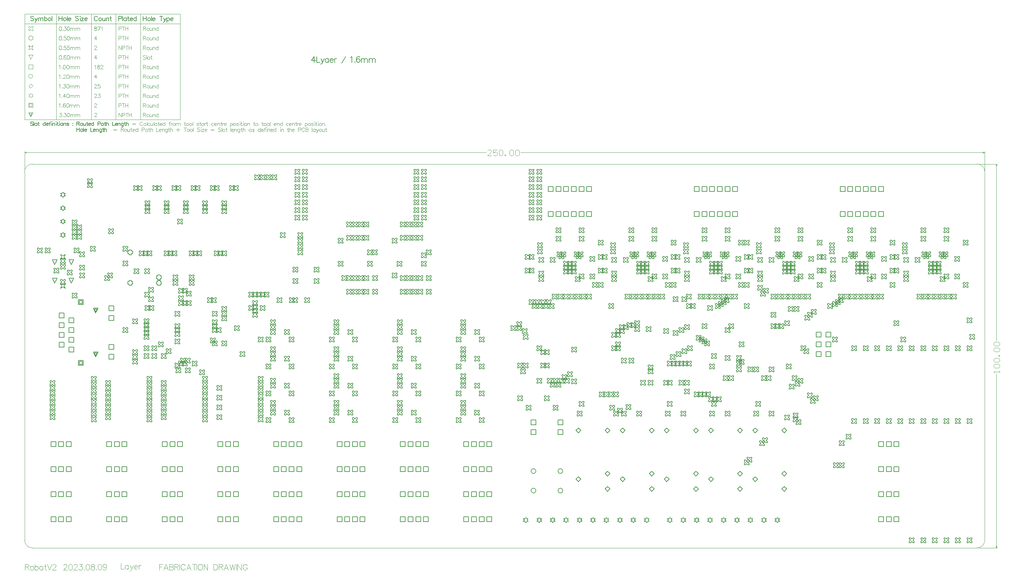
<source format=gbr>
G04*
G04 #@! TF.GenerationSoftware,Altium Limited,Altium Designer,23.8.1 (32)*
G04*
G04 Layer_Color=2752767*
%FSLAX44Y44*%
%MOMM*%
G71*
G04*
G04 #@! TF.SameCoordinates,F21A4230-7023-44C8-9C34-A26C4C793EA4*
G04*
G04*
G04 #@! TF.FilePolarity,Positive*
G04*
G01*
G75*
%ADD10C,0.1500*%
%ADD21C,0.1000*%
%ADD130C,0.1270*%
%ADD131C,0.1600*%
%ADD132C,0.1400*%
D10*
X-495734Y779998D02*
X-502875Y770000D01*
X-492163D01*
X-495734Y779998D02*
Y765001D01*
X-489521Y779998D02*
Y765001D01*
X-480951D01*
X-478595Y774999D02*
X-474310Y765001D01*
X-470025Y774999D02*
X-474310Y765001D01*
X-475738Y762145D01*
X-477166Y760716D01*
X-478595Y760002D01*
X-479309D01*
X-458956Y774999D02*
Y765001D01*
Y772857D02*
X-460384Y774285D01*
X-461812Y774999D01*
X-463955D01*
X-465383Y774285D01*
X-466811Y772857D01*
X-467525Y770714D01*
Y769286D01*
X-466811Y767143D01*
X-465383Y765715D01*
X-463955Y765001D01*
X-461812D01*
X-460384Y765715D01*
X-458956Y767143D01*
X-454957Y770714D02*
X-446387D01*
Y772142D01*
X-447101Y773571D01*
X-447815Y774285D01*
X-449244Y774999D01*
X-451386D01*
X-452814Y774285D01*
X-454243Y772857D01*
X-454957Y770714D01*
Y769286D01*
X-454243Y767143D01*
X-452814Y765715D01*
X-451386Y765001D01*
X-449244D01*
X-447815Y765715D01*
X-446387Y767143D01*
X-443174Y774999D02*
Y765001D01*
Y770714D02*
X-442459Y772857D01*
X-441031Y774285D01*
X-439603Y774999D01*
X-437461D01*
X-424320Y762859D02*
X-414323Y779998D01*
X-401540Y777141D02*
X-400111Y777856D01*
X-397969Y779998D01*
Y765001D01*
X-389828Y766429D02*
X-390542Y765715D01*
X-389828Y765001D01*
X-389114Y765715D01*
X-389828Y766429D01*
X-377259Y777856D02*
X-377973Y779284D01*
X-380116Y779998D01*
X-381544D01*
X-383686Y779284D01*
X-385115Y777141D01*
X-385829Y773571D01*
Y770000D01*
X-385115Y767143D01*
X-383686Y765715D01*
X-381544Y765001D01*
X-380830D01*
X-378687Y765715D01*
X-377259Y767143D01*
X-376545Y769286D01*
Y770000D01*
X-377259Y772142D01*
X-378687Y773571D01*
X-380830Y774285D01*
X-381544D01*
X-383686Y773571D01*
X-385115Y772142D01*
X-385829Y770000D01*
X-373260Y774999D02*
Y765001D01*
Y772142D02*
X-371118Y774285D01*
X-369689Y774999D01*
X-367547D01*
X-366119Y774285D01*
X-365405Y772142D01*
Y765001D01*
Y772142D02*
X-363262Y774285D01*
X-361834Y774999D01*
X-359692D01*
X-358263Y774285D01*
X-357549Y772142D01*
Y765001D01*
X-352836Y774999D02*
Y765001D01*
Y772142D02*
X-350693Y774285D01*
X-349265Y774999D01*
X-347123D01*
X-345695Y774285D01*
X-344980Y772142D01*
Y765001D01*
Y772142D02*
X-342838Y774285D01*
X-341410Y774999D01*
X-339267D01*
X-337839Y774285D01*
X-337125Y772142D01*
Y765001D01*
D21*
X1250000Y480000D02*
G03*
X1230000Y500000I-20000J0D01*
G01*
X1230000Y-500000D02*
G03*
X1250000Y-480000I0J20000D01*
G01*
X-1230000Y500000D02*
G03*
X-1250000Y480000I0J-20000D01*
G01*
X-1249910Y-480090D02*
G03*
X-1230000Y-499910I19910J90D01*
G01*
X1250000Y-480000D02*
Y480000D01*
X-1230000Y500000D02*
X1230000D01*
X-1230000Y-500000D02*
X1230000D01*
X-1249910Y-480090D02*
Y480090D01*
X-1148286Y-546072D02*
Y-545358D01*
X-1147572Y-543930D01*
X-1146858Y-543216D01*
X-1145429Y-542502D01*
X-1142573D01*
X-1141145Y-543216D01*
X-1140430Y-543930D01*
X-1139716Y-545358D01*
Y-546786D01*
X-1140430Y-548215D01*
X-1141859Y-550357D01*
X-1149000Y-557498D01*
X-1139002D01*
X-1131361Y-542502D02*
X-1133503Y-543216D01*
X-1134932Y-545358D01*
X-1135646Y-548929D01*
Y-551071D01*
X-1134932Y-554642D01*
X-1133503Y-556784D01*
X-1131361Y-557498D01*
X-1129933D01*
X-1127790Y-556784D01*
X-1126362Y-554642D01*
X-1125648Y-551071D01*
Y-548929D01*
X-1126362Y-545358D01*
X-1127790Y-543216D01*
X-1129933Y-542502D01*
X-1131361D01*
X-1121577Y-546072D02*
Y-545358D01*
X-1120863Y-543930D01*
X-1120149Y-543216D01*
X-1118721Y-542502D01*
X-1115864D01*
X-1114436Y-543216D01*
X-1113722Y-543930D01*
X-1113008Y-545358D01*
Y-546786D01*
X-1113722Y-548215D01*
X-1115150Y-550357D01*
X-1122291Y-557498D01*
X-1112294D01*
X-1107509Y-542502D02*
X-1099653D01*
X-1103938Y-548215D01*
X-1101796D01*
X-1100368Y-548929D01*
X-1099653Y-549643D01*
X-1098939Y-551785D01*
Y-553214D01*
X-1099653Y-555356D01*
X-1101082Y-556784D01*
X-1103224Y-557498D01*
X-1105367D01*
X-1107509Y-556784D01*
X-1108223Y-556070D01*
X-1108937Y-554642D01*
X-1094869Y-556070D02*
X-1095583Y-556784D01*
X-1094869Y-557498D01*
X-1094155Y-556784D01*
X-1094869Y-556070D01*
X-1086585Y-542502D02*
X-1088727Y-543216D01*
X-1090155Y-545358D01*
X-1090870Y-548929D01*
Y-551071D01*
X-1090155Y-554642D01*
X-1088727Y-556784D01*
X-1086585Y-557498D01*
X-1085157D01*
X-1083014Y-556784D01*
X-1081586Y-554642D01*
X-1080872Y-551071D01*
Y-548929D01*
X-1081586Y-545358D01*
X-1083014Y-543216D01*
X-1085157Y-542502D01*
X-1086585D01*
X-1073945D02*
X-1076087Y-543216D01*
X-1076801Y-544644D01*
Y-546072D01*
X-1076087Y-547500D01*
X-1074659Y-548215D01*
X-1071802Y-548929D01*
X-1069660Y-549643D01*
X-1068232Y-551071D01*
X-1067517Y-552500D01*
Y-554642D01*
X-1068232Y-556070D01*
X-1068946Y-556784D01*
X-1071088Y-557498D01*
X-1073945D01*
X-1076087Y-556784D01*
X-1076801Y-556070D01*
X-1077515Y-554642D01*
Y-552500D01*
X-1076801Y-551071D01*
X-1075373Y-549643D01*
X-1073231Y-548929D01*
X-1070374Y-548215D01*
X-1068946Y-547500D01*
X-1068232Y-546072D01*
Y-544644D01*
X-1068946Y-543216D01*
X-1071088Y-542502D01*
X-1073945D01*
X-1063447Y-556070D02*
X-1064161Y-556784D01*
X-1063447Y-557498D01*
X-1062733Y-556784D01*
X-1063447Y-556070D01*
X-1055163Y-542502D02*
X-1057305Y-543216D01*
X-1058734Y-545358D01*
X-1059448Y-548929D01*
Y-551071D01*
X-1058734Y-554642D01*
X-1057305Y-556784D01*
X-1055163Y-557498D01*
X-1053735D01*
X-1051592Y-556784D01*
X-1050164Y-554642D01*
X-1049450Y-551071D01*
Y-548929D01*
X-1050164Y-545358D01*
X-1051592Y-543216D01*
X-1053735Y-542502D01*
X-1055163D01*
X-1036810Y-547500D02*
X-1037524Y-549643D01*
X-1038952Y-551071D01*
X-1041095Y-551785D01*
X-1041809D01*
X-1043951Y-551071D01*
X-1045379Y-549643D01*
X-1046094Y-547500D01*
Y-546786D01*
X-1045379Y-544644D01*
X-1043951Y-543216D01*
X-1041809Y-542502D01*
X-1041095D01*
X-1038952Y-543216D01*
X-1037524Y-544644D01*
X-1036810Y-547500D01*
Y-551071D01*
X-1037524Y-554642D01*
X-1038952Y-556784D01*
X-1041095Y-557498D01*
X-1042523D01*
X-1044665Y-556784D01*
X-1045379Y-555356D01*
X-1249000Y-542502D02*
Y-557498D01*
Y-542502D02*
X-1242573D01*
X-1240430Y-543216D01*
X-1239716Y-543930D01*
X-1239002Y-545358D01*
Y-546786D01*
X-1239716Y-548215D01*
X-1240430Y-548929D01*
X-1242573Y-549643D01*
X-1249000D01*
X-1244001D02*
X-1239002Y-557498D01*
X-1232075Y-547500D02*
X-1233503Y-548215D01*
X-1234932Y-549643D01*
X-1235646Y-551785D01*
Y-553214D01*
X-1234932Y-555356D01*
X-1233503Y-556784D01*
X-1232075Y-557498D01*
X-1229933D01*
X-1228504Y-556784D01*
X-1227076Y-555356D01*
X-1226362Y-553214D01*
Y-551785D01*
X-1227076Y-549643D01*
X-1228504Y-548215D01*
X-1229933Y-547500D01*
X-1232075D01*
X-1223077Y-542502D02*
Y-557498D01*
Y-549643D02*
X-1221649Y-548215D01*
X-1220220Y-547500D01*
X-1218078D01*
X-1216650Y-548215D01*
X-1215221Y-549643D01*
X-1214507Y-551785D01*
Y-553214D01*
X-1215221Y-555356D01*
X-1216650Y-556784D01*
X-1218078Y-557498D01*
X-1220220D01*
X-1221649Y-556784D01*
X-1223077Y-555356D01*
X-1207723Y-547500D02*
X-1209151Y-548215D01*
X-1210580Y-549643D01*
X-1211294Y-551785D01*
Y-553214D01*
X-1210580Y-555356D01*
X-1209151Y-556784D01*
X-1207723Y-557498D01*
X-1205581D01*
X-1204153Y-556784D01*
X-1202724Y-555356D01*
X-1202010Y-553214D01*
Y-551785D01*
X-1202724Y-549643D01*
X-1204153Y-548215D01*
X-1205581Y-547500D01*
X-1207723D01*
X-1196583Y-542502D02*
Y-554642D01*
X-1195869Y-556784D01*
X-1194440Y-557498D01*
X-1193012D01*
X-1198725Y-547500D02*
X-1193726D01*
X-1190870Y-542502D02*
X-1185156Y-557498D01*
X-1179444Y-542502D02*
X-1185156Y-557498D01*
X-1176801Y-546072D02*
Y-545358D01*
X-1176087Y-543930D01*
X-1175373Y-543216D01*
X-1173945Y-542502D01*
X-1171088D01*
X-1169660Y-543216D01*
X-1168946Y-543930D01*
X-1168232Y-545358D01*
Y-546786D01*
X-1168946Y-548215D01*
X-1170374Y-550357D01*
X-1177515Y-557498D01*
X-1167517D01*
X-999000Y-540002D02*
Y-554999D01*
X-990430D01*
X-980218Y-545001D02*
Y-554999D01*
Y-547144D02*
X-981647Y-545715D01*
X-983075Y-545001D01*
X-985217D01*
X-986646Y-545715D01*
X-988074Y-547144D01*
X-988788Y-549286D01*
Y-550714D01*
X-988074Y-552856D01*
X-986646Y-554285D01*
X-985217Y-554999D01*
X-983075D01*
X-981647Y-554285D01*
X-980218Y-552856D01*
X-975505Y-545001D02*
X-971220Y-554999D01*
X-966936Y-545001D02*
X-971220Y-554999D01*
X-972648Y-557855D01*
X-974077Y-559284D01*
X-975505Y-559998D01*
X-976219D01*
X-964436Y-549286D02*
X-955866D01*
Y-547858D01*
X-956581Y-546429D01*
X-957295Y-545715D01*
X-958723Y-545001D01*
X-960865D01*
X-962294Y-545715D01*
X-963722Y-547144D01*
X-964436Y-549286D01*
Y-550714D01*
X-963722Y-552856D01*
X-962294Y-554285D01*
X-960865Y-554999D01*
X-958723D01*
X-957295Y-554285D01*
X-955866Y-552856D01*
X-952653Y-545001D02*
Y-554999D01*
Y-549286D02*
X-951939Y-547144D01*
X-950510Y-545715D01*
X-949082Y-545001D01*
X-946940D01*
X-1228632Y728449D02*
G03*
X-1228632Y728449I-5556J0D01*
G01*
X-1249500Y865393D02*
X-844993D01*
X-1249500Y615394D02*
X-844993D01*
Y890393D01*
X-1249500D02*
X-844993D01*
X-1249500Y615394D02*
Y890393D01*
X-948562Y615394D02*
Y890393D01*
X-1012580Y615394D02*
Y890393D01*
X-1076199Y615394D02*
Y890393D01*
X-1167869Y615394D02*
Y890393D01*
X-1239743Y847893D02*
Y850671D01*
X-1236965Y853449D01*
X-1239743Y856227D02*
X-1236965Y853449D01*
X-1239743Y856227D02*
Y859005D01*
X-1236965D01*
X-1234187Y856227D01*
X-1231410Y859005D01*
X-1228632D01*
Y856227D02*
Y859005D01*
X-1231410Y853449D02*
X-1228632Y856227D01*
X-1231410Y853449D02*
X-1228632Y850671D01*
Y847893D02*
Y850671D01*
X-1231410Y847893D02*
X-1228632D01*
X-1234187Y850671D02*
X-1231410Y847893D01*
X-1236965D02*
X-1234187Y850671D01*
X-1239743Y847893D02*
X-1236965D01*
X-1239743Y825671D02*
X-1236965D01*
X-1239743D02*
Y831227D01*
X-1236965D01*
Y834005D01*
X-1231410D01*
Y831227D02*
Y834005D01*
Y831227D02*
X-1228632D01*
Y825671D02*
Y831227D01*
X-1231410Y825671D02*
X-1228632D01*
X-1231410Y822893D02*
Y825671D01*
X-1236965Y822893D02*
X-1231410D01*
X-1236965D02*
Y825671D01*
X-1239743Y797894D02*
X-1234187Y800671D01*
X-1228632Y797894D01*
X-1231410Y803449D02*
X-1228632Y797894D01*
X-1231410Y803449D02*
X-1228632Y809005D01*
X-1234187Y806227D02*
X-1228632Y809005D01*
X-1239743D02*
X-1234187Y806227D01*
X-1239743Y809005D02*
X-1236965Y803449D01*
X-1239743Y797894D02*
X-1236965Y803449D01*
X-1234187Y772894D02*
X-1228632Y784005D01*
X-1239743D02*
X-1228632D01*
X-1239743D02*
X-1234187Y772894D01*
X-1239743Y747894D02*
X-1228632D01*
Y759005D01*
X-1239743D02*
X-1228632D01*
X-1239743Y747894D02*
Y759005D01*
Y703449D02*
X-1234187Y697894D01*
X-1228632Y703449D01*
X-1234187Y709005D02*
X-1228632Y703449D01*
X-1239743D02*
X-1234187Y709005D01*
X-1236965Y675671D02*
X-1234187Y672894D01*
X-1239743Y675671D02*
X-1236965D01*
X-1239743D02*
X-1236965Y678449D01*
X-1239743Y681227D02*
X-1236965Y678449D01*
X-1239743Y681227D02*
X-1236965D01*
X-1234187Y684005D01*
X-1231410Y681227D01*
X-1228632D01*
X-1231410Y678449D02*
X-1228632Y681227D01*
X-1231410Y678449D02*
X-1228632Y675671D01*
X-1231410D02*
X-1228632D01*
X-1234187Y672894D02*
X-1231410Y675671D01*
X-1237521Y650116D02*
X-1230854D01*
Y656783D01*
X-1237521D02*
X-1230854D01*
X-1237521Y650116D02*
Y656783D01*
X-1239743Y647894D02*
X-1228632D01*
Y659005D01*
X-1239743D02*
X-1228632D01*
X-1239743Y647894D02*
Y659005D01*
X-1234187Y625116D02*
X-1230854Y631782D01*
X-1237521D02*
X-1230854D01*
X-1237521D02*
X-1234187Y625116D01*
Y622894D02*
X-1228632Y634005D01*
X-1239743D02*
X-1228632D01*
X-1239743D02*
X-1234187Y622894D01*
X1280000Y500000D02*
X1281667Y495000D01*
X1278333D02*
X1280000Y500000D01*
X1278333Y-495000D02*
X1280000Y-500000D01*
X1281667Y-495000D01*
X1280000Y39987D02*
Y500000D01*
Y-500000D02*
Y-46987D01*
X1233000Y500000D02*
X1282500D01*
X1233000Y-500000D02*
X1282500D01*
X-1250000Y530000D02*
X-1245000Y531667D01*
X-1250000Y530000D02*
X-1245000Y528333D01*
X1245000D02*
X1250000Y530000D01*
X1245000Y531667D02*
X1250000Y530000D01*
X-1250000D02*
X-48237D01*
X41237D02*
X1250000D01*
X-1250000Y483000D02*
Y532500D01*
X1250000Y483000D02*
Y532500D01*
X-941062Y857891D02*
Y847893D01*
Y857891D02*
X-936777D01*
X-935349Y857415D01*
X-934873Y856939D01*
X-934397Y855987D01*
Y855035D01*
X-934873Y854082D01*
X-935349Y853606D01*
X-936777Y853130D01*
X-941062D01*
X-937729D02*
X-934397Y847893D01*
X-929779Y854559D02*
X-930731Y854082D01*
X-931683Y853130D01*
X-932159Y851702D01*
Y850750D01*
X-931683Y849322D01*
X-930731Y848370D01*
X-929779Y847893D01*
X-928350D01*
X-927398Y848370D01*
X-926446Y849322D01*
X-925970Y850750D01*
Y851702D01*
X-926446Y853130D01*
X-927398Y854082D01*
X-928350Y854559D01*
X-929779D01*
X-923780D02*
Y849798D01*
X-923304Y848370D01*
X-922352Y847893D01*
X-920923D01*
X-919971Y848370D01*
X-918543Y849798D01*
Y854559D02*
Y847893D01*
X-915924Y854559D02*
Y847893D01*
Y852654D02*
X-914496Y854082D01*
X-913544Y854559D01*
X-912116D01*
X-911163Y854082D01*
X-910687Y852654D01*
Y847893D01*
X-902356Y857891D02*
Y847893D01*
Y853130D02*
X-903308Y854082D01*
X-904260Y854559D01*
X-905688D01*
X-906641Y854082D01*
X-907593Y853130D01*
X-908069Y851702D01*
Y850750D01*
X-907593Y849322D01*
X-906641Y848370D01*
X-905688Y847893D01*
X-904260D01*
X-903308Y848370D01*
X-902356Y849322D01*
X-941062Y832891D02*
Y822893D01*
Y832891D02*
X-936777D01*
X-935349Y832415D01*
X-934873Y831939D01*
X-934397Y830987D01*
Y830035D01*
X-934873Y829083D01*
X-935349Y828606D01*
X-936777Y828130D01*
X-941062D01*
X-937729D02*
X-934397Y822893D01*
X-929779Y829559D02*
X-930731Y829083D01*
X-931683Y828130D01*
X-932159Y826702D01*
Y825750D01*
X-931683Y824322D01*
X-930731Y823370D01*
X-929779Y822893D01*
X-928350D01*
X-927398Y823370D01*
X-926446Y824322D01*
X-925970Y825750D01*
Y826702D01*
X-926446Y828130D01*
X-927398Y829083D01*
X-928350Y829559D01*
X-929779D01*
X-923780D02*
Y824798D01*
X-923304Y823370D01*
X-922352Y822893D01*
X-920923D01*
X-919971Y823370D01*
X-918543Y824798D01*
Y829559D02*
Y822893D01*
X-915924Y829559D02*
Y822893D01*
Y827654D02*
X-914496Y829083D01*
X-913544Y829559D01*
X-912116D01*
X-911163Y829083D01*
X-910687Y827654D01*
Y822893D01*
X-902356Y832891D02*
Y822893D01*
Y828130D02*
X-903308Y829083D01*
X-904260Y829559D01*
X-905688D01*
X-906641Y829083D01*
X-907593Y828130D01*
X-908069Y826702D01*
Y825750D01*
X-907593Y824322D01*
X-906641Y823370D01*
X-905688Y822893D01*
X-904260D01*
X-903308Y823370D01*
X-902356Y824322D01*
X-941062Y807891D02*
Y797894D01*
Y807891D02*
X-936777D01*
X-935349Y807415D01*
X-934873Y806939D01*
X-934397Y805987D01*
Y805035D01*
X-934873Y804083D01*
X-935349Y803606D01*
X-936777Y803130D01*
X-941062D01*
X-937729D02*
X-934397Y797894D01*
X-929779Y804559D02*
X-930731Y804083D01*
X-931683Y803130D01*
X-932159Y801702D01*
Y800750D01*
X-931683Y799322D01*
X-930731Y798370D01*
X-929779Y797894D01*
X-928350D01*
X-927398Y798370D01*
X-926446Y799322D01*
X-925970Y800750D01*
Y801702D01*
X-926446Y803130D01*
X-927398Y804083D01*
X-928350Y804559D01*
X-929779D01*
X-923780D02*
Y799798D01*
X-923304Y798370D01*
X-922352Y797894D01*
X-920923D01*
X-919971Y798370D01*
X-918543Y799798D01*
Y804559D02*
Y797894D01*
X-915924Y804559D02*
Y797894D01*
Y802654D02*
X-914496Y804083D01*
X-913544Y804559D01*
X-912116D01*
X-911163Y804083D01*
X-910687Y802654D01*
Y797894D01*
X-902356Y807891D02*
Y797894D01*
Y803130D02*
X-903308Y804083D01*
X-904260Y804559D01*
X-905688D01*
X-906641Y804083D01*
X-907593Y803130D01*
X-908069Y801702D01*
Y800750D01*
X-907593Y799322D01*
X-906641Y798370D01*
X-905688Y797894D01*
X-904260D01*
X-903308Y798370D01*
X-902356Y799322D01*
X-934397Y781463D02*
X-935349Y782415D01*
X-936777Y782891D01*
X-938681D01*
X-940110Y782415D01*
X-941062Y781463D01*
Y780511D01*
X-940586Y779559D01*
X-940110Y779083D01*
X-939157Y778606D01*
X-936301Y777654D01*
X-935349Y777178D01*
X-934873Y776702D01*
X-934397Y775750D01*
Y774322D01*
X-935349Y773370D01*
X-936777Y772894D01*
X-938681D01*
X-940110Y773370D01*
X-941062Y774322D01*
X-932159Y782891D02*
Y772894D01*
X-927684Y779559D02*
X-928636Y779083D01*
X-929588Y778130D01*
X-930064Y776702D01*
Y775750D01*
X-929588Y774322D01*
X-928636Y773370D01*
X-927684Y772894D01*
X-926255D01*
X-925303Y773370D01*
X-924351Y774322D01*
X-923875Y775750D01*
Y776702D01*
X-924351Y778130D01*
X-925303Y779083D01*
X-926255Y779559D01*
X-927684D01*
X-920257Y782891D02*
Y774798D01*
X-919781Y773370D01*
X-918828Y772894D01*
X-917876D01*
X-921685Y779559D02*
X-918352D01*
X-941062Y757891D02*
Y747894D01*
Y757891D02*
X-936777D01*
X-935349Y757415D01*
X-934873Y756939D01*
X-934397Y755987D01*
Y755035D01*
X-934873Y754083D01*
X-935349Y753607D01*
X-936777Y753130D01*
X-941062D01*
X-937729D02*
X-934397Y747894D01*
X-929779Y754559D02*
X-930731Y754083D01*
X-931683Y753130D01*
X-932159Y751702D01*
Y750750D01*
X-931683Y749322D01*
X-930731Y748370D01*
X-929779Y747894D01*
X-928350D01*
X-927398Y748370D01*
X-926446Y749322D01*
X-925970Y750750D01*
Y751702D01*
X-926446Y753130D01*
X-927398Y754083D01*
X-928350Y754559D01*
X-929779D01*
X-923780D02*
Y749798D01*
X-923304Y748370D01*
X-922352Y747894D01*
X-920923D01*
X-919971Y748370D01*
X-918543Y749798D01*
Y754559D02*
Y747894D01*
X-915924Y754559D02*
Y747894D01*
Y752654D02*
X-914496Y754083D01*
X-913544Y754559D01*
X-912116D01*
X-911163Y754083D01*
X-910687Y752654D01*
Y747894D01*
X-902356Y757891D02*
Y747894D01*
Y753130D02*
X-903308Y754083D01*
X-904260Y754559D01*
X-905688D01*
X-906641Y754083D01*
X-907593Y753130D01*
X-908069Y751702D01*
Y750750D01*
X-907593Y749322D01*
X-906641Y748370D01*
X-905688Y747894D01*
X-904260D01*
X-903308Y748370D01*
X-902356Y749322D01*
X-941062Y732891D02*
Y722894D01*
Y732891D02*
X-936777D01*
X-935349Y732415D01*
X-934873Y731939D01*
X-934397Y730987D01*
Y730035D01*
X-934873Y729083D01*
X-935349Y728607D01*
X-936777Y728130D01*
X-941062D01*
X-937729D02*
X-934397Y722894D01*
X-929779Y729559D02*
X-930731Y729083D01*
X-931683Y728130D01*
X-932159Y726702D01*
Y725750D01*
X-931683Y724322D01*
X-930731Y723370D01*
X-929779Y722894D01*
X-928350D01*
X-927398Y723370D01*
X-926446Y724322D01*
X-925970Y725750D01*
Y726702D01*
X-926446Y728130D01*
X-927398Y729083D01*
X-928350Y729559D01*
X-929779D01*
X-923780D02*
Y724798D01*
X-923304Y723370D01*
X-922352Y722894D01*
X-920923D01*
X-919971Y723370D01*
X-918543Y724798D01*
Y729559D02*
Y722894D01*
X-915924Y729559D02*
Y722894D01*
Y727654D02*
X-914496Y729083D01*
X-913544Y729559D01*
X-912116D01*
X-911163Y729083D01*
X-910687Y727654D01*
Y722894D01*
X-902356Y732891D02*
Y722894D01*
Y728130D02*
X-903308Y729083D01*
X-904260Y729559D01*
X-905688D01*
X-906641Y729083D01*
X-907593Y728130D01*
X-908069Y726702D01*
Y725750D01*
X-907593Y724322D01*
X-906641Y723370D01*
X-905688Y722894D01*
X-904260D01*
X-903308Y723370D01*
X-902356Y724322D01*
X-941062Y707891D02*
Y697894D01*
Y707891D02*
X-936777D01*
X-935349Y707415D01*
X-934873Y706939D01*
X-934397Y705987D01*
Y705035D01*
X-934873Y704083D01*
X-935349Y703607D01*
X-936777Y703130D01*
X-941062D01*
X-937729D02*
X-934397Y697894D01*
X-929779Y704559D02*
X-930731Y704083D01*
X-931683Y703130D01*
X-932159Y701702D01*
Y700750D01*
X-931683Y699322D01*
X-930731Y698370D01*
X-929779Y697894D01*
X-928350D01*
X-927398Y698370D01*
X-926446Y699322D01*
X-925970Y700750D01*
Y701702D01*
X-926446Y703130D01*
X-927398Y704083D01*
X-928350Y704559D01*
X-929779D01*
X-923780D02*
Y699798D01*
X-923304Y698370D01*
X-922352Y697894D01*
X-920923D01*
X-919971Y698370D01*
X-918543Y699798D01*
Y704559D02*
Y697894D01*
X-915924Y704559D02*
Y697894D01*
Y702654D02*
X-914496Y704083D01*
X-913544Y704559D01*
X-912116D01*
X-911163Y704083D01*
X-910687Y702654D01*
Y697894D01*
X-902356Y707891D02*
Y697894D01*
Y703130D02*
X-903308Y704083D01*
X-904260Y704559D01*
X-905688D01*
X-906641Y704083D01*
X-907593Y703130D01*
X-908069Y701702D01*
Y700750D01*
X-907593Y699322D01*
X-906641Y698370D01*
X-905688Y697894D01*
X-904260D01*
X-903308Y698370D01*
X-902356Y699322D01*
X-941062Y682891D02*
Y672894D01*
Y682891D02*
X-936777D01*
X-935349Y682415D01*
X-934873Y681939D01*
X-934397Y680987D01*
Y680035D01*
X-934873Y679083D01*
X-935349Y678607D01*
X-936777Y678130D01*
X-941062D01*
X-937729D02*
X-934397Y672894D01*
X-929779Y679559D02*
X-930731Y679083D01*
X-931683Y678130D01*
X-932159Y676702D01*
Y675750D01*
X-931683Y674322D01*
X-930731Y673370D01*
X-929779Y672894D01*
X-928350D01*
X-927398Y673370D01*
X-926446Y674322D01*
X-925970Y675750D01*
Y676702D01*
X-926446Y678130D01*
X-927398Y679083D01*
X-928350Y679559D01*
X-929779D01*
X-923780D02*
Y674798D01*
X-923304Y673370D01*
X-922352Y672894D01*
X-920923D01*
X-919971Y673370D01*
X-918543Y674798D01*
Y679559D02*
Y672894D01*
X-915924Y679559D02*
Y672894D01*
Y677654D02*
X-914496Y679083D01*
X-913544Y679559D01*
X-912116D01*
X-911163Y679083D01*
X-910687Y677654D01*
Y672894D01*
X-902356Y682891D02*
Y672894D01*
Y678130D02*
X-903308Y679083D01*
X-904260Y679559D01*
X-905688D01*
X-906641Y679083D01*
X-907593Y678130D01*
X-908069Y676702D01*
Y675750D01*
X-907593Y674322D01*
X-906641Y673370D01*
X-905688Y672894D01*
X-904260D01*
X-903308Y673370D01*
X-902356Y674322D01*
X-941062Y657891D02*
Y647894D01*
Y657891D02*
X-936777D01*
X-935349Y657415D01*
X-934873Y656939D01*
X-934397Y655987D01*
Y655035D01*
X-934873Y654083D01*
X-935349Y653607D01*
X-936777Y653131D01*
X-941062D01*
X-937729D02*
X-934397Y647894D01*
X-929779Y654559D02*
X-930731Y654083D01*
X-931683Y653131D01*
X-932159Y651702D01*
Y650750D01*
X-931683Y649322D01*
X-930731Y648370D01*
X-929779Y647894D01*
X-928350D01*
X-927398Y648370D01*
X-926446Y649322D01*
X-925970Y650750D01*
Y651702D01*
X-926446Y653131D01*
X-927398Y654083D01*
X-928350Y654559D01*
X-929779D01*
X-923780D02*
Y649798D01*
X-923304Y648370D01*
X-922352Y647894D01*
X-920923D01*
X-919971Y648370D01*
X-918543Y649798D01*
Y654559D02*
Y647894D01*
X-915924Y654559D02*
Y647894D01*
Y652654D02*
X-914496Y654083D01*
X-913544Y654559D01*
X-912116D01*
X-911163Y654083D01*
X-910687Y652654D01*
Y647894D01*
X-902356Y657891D02*
Y647894D01*
Y653131D02*
X-903308Y654083D01*
X-904260Y654559D01*
X-905688D01*
X-906641Y654083D01*
X-907593Y653131D01*
X-908069Y651702D01*
Y650750D01*
X-907593Y649322D01*
X-906641Y648370D01*
X-905688Y647894D01*
X-904260D01*
X-903308Y648370D01*
X-902356Y649322D01*
X-941062Y632892D02*
Y622894D01*
Y632892D02*
X-936777D01*
X-935349Y632415D01*
X-934873Y631939D01*
X-934397Y630987D01*
Y630035D01*
X-934873Y629083D01*
X-935349Y628607D01*
X-936777Y628131D01*
X-941062D01*
X-937729D02*
X-934397Y622894D01*
X-929779Y629559D02*
X-930731Y629083D01*
X-931683Y628131D01*
X-932159Y626702D01*
Y625750D01*
X-931683Y624322D01*
X-930731Y623370D01*
X-929779Y622894D01*
X-928350D01*
X-927398Y623370D01*
X-926446Y624322D01*
X-925970Y625750D01*
Y626702D01*
X-926446Y628131D01*
X-927398Y629083D01*
X-928350Y629559D01*
X-929779D01*
X-923780D02*
Y624798D01*
X-923304Y623370D01*
X-922352Y622894D01*
X-920923D01*
X-919971Y623370D01*
X-918543Y624798D01*
Y629559D02*
Y622894D01*
X-915924Y629559D02*
Y622894D01*
Y627654D02*
X-914496Y629083D01*
X-913544Y629559D01*
X-912116D01*
X-911163Y629083D01*
X-910687Y627654D01*
Y622894D01*
X-902356Y632892D02*
Y622894D01*
Y628131D02*
X-903308Y629083D01*
X-904260Y629559D01*
X-905688D01*
X-906641Y629083D01*
X-907593Y628131D01*
X-908069Y626702D01*
Y625750D01*
X-907593Y624322D01*
X-906641Y623370D01*
X-905688Y622894D01*
X-904260D01*
X-903308Y623370D01*
X-902356Y624322D01*
X-1005080Y852654D02*
X-1000796D01*
X-999367Y853130D01*
X-998891Y853606D01*
X-998415Y854559D01*
Y855987D01*
X-998891Y856939D01*
X-999367Y857415D01*
X-1000796Y857891D01*
X-1005080D01*
Y847893D01*
X-992845Y857891D02*
Y847893D01*
X-996178Y857891D02*
X-989512D01*
X-988322D02*
Y847893D01*
X-981657Y857891D02*
Y847893D01*
X-988322Y853130D02*
X-981657D01*
X-1005080Y827654D02*
X-1000796D01*
X-999367Y828130D01*
X-998891Y828606D01*
X-998415Y829559D01*
Y830987D01*
X-998891Y831939D01*
X-999367Y832415D01*
X-1000796Y832891D01*
X-1005080D01*
Y822893D01*
X-992845Y832891D02*
Y822893D01*
X-996178Y832891D02*
X-989512D01*
X-988322D02*
Y822893D01*
X-981657Y832891D02*
Y822893D01*
X-988322Y828130D02*
X-981657D01*
X-1005080Y807891D02*
Y797894D01*
Y807891D02*
X-998415Y797894D01*
Y807891D02*
Y797894D01*
X-995654Y802654D02*
X-991369D01*
X-989941Y803130D01*
X-989465Y803606D01*
X-988989Y804559D01*
Y805987D01*
X-989465Y806939D01*
X-989941Y807415D01*
X-991369Y807891D01*
X-995654D01*
Y797894D01*
X-983418Y807891D02*
Y797894D01*
X-986751Y807891D02*
X-980086D01*
X-978896D02*
Y797894D01*
X-972230Y807891D02*
Y797894D01*
X-978896Y803130D02*
X-972230D01*
X-1005080Y777654D02*
X-1000796D01*
X-999367Y778130D01*
X-998891Y778606D01*
X-998415Y779559D01*
Y780987D01*
X-998891Y781939D01*
X-999367Y782415D01*
X-1000796Y782891D01*
X-1005080D01*
Y772894D01*
X-992845Y782891D02*
Y772894D01*
X-996178Y782891D02*
X-989512D01*
X-988322D02*
Y772894D01*
X-981657Y782891D02*
Y772894D01*
X-988322Y778130D02*
X-981657D01*
X-1005080Y752654D02*
X-1000796D01*
X-999367Y753130D01*
X-998891Y753607D01*
X-998415Y754559D01*
Y755987D01*
X-998891Y756939D01*
X-999367Y757415D01*
X-1000796Y757891D01*
X-1005080D01*
Y747894D01*
X-992845Y757891D02*
Y747894D01*
X-996178Y757891D02*
X-989512D01*
X-988322D02*
Y747894D01*
X-981657Y757891D02*
Y747894D01*
X-988322Y753130D02*
X-981657D01*
X-1005080Y727654D02*
X-1000796D01*
X-999367Y728130D01*
X-998891Y728607D01*
X-998415Y729559D01*
Y730987D01*
X-998891Y731939D01*
X-999367Y732415D01*
X-1000796Y732891D01*
X-1005080D01*
Y722894D01*
X-992845Y732891D02*
Y722894D01*
X-996178Y732891D02*
X-989512D01*
X-988322D02*
Y722894D01*
X-981657Y732891D02*
Y722894D01*
X-988322Y728130D02*
X-981657D01*
X-1005080Y702654D02*
X-1000796D01*
X-999367Y703130D01*
X-998891Y703607D01*
X-998415Y704559D01*
Y705987D01*
X-998891Y706939D01*
X-999367Y707415D01*
X-1000796Y707891D01*
X-1005080D01*
Y697894D01*
X-992845Y707891D02*
Y697894D01*
X-996178Y707891D02*
X-989512D01*
X-988322D02*
Y697894D01*
X-981657Y707891D02*
Y697894D01*
X-988322Y703130D02*
X-981657D01*
X-1005080Y677654D02*
X-1000796D01*
X-999367Y678130D01*
X-998891Y678607D01*
X-998415Y679559D01*
Y680987D01*
X-998891Y681939D01*
X-999367Y682415D01*
X-1000796Y682891D01*
X-1005080D01*
Y672894D01*
X-992845Y682891D02*
Y672894D01*
X-996178Y682891D02*
X-989512D01*
X-988322D02*
Y672894D01*
X-981657Y682891D02*
Y672894D01*
X-988322Y678130D02*
X-981657D01*
X-1005080Y652654D02*
X-1000796D01*
X-999367Y653131D01*
X-998891Y653607D01*
X-998415Y654559D01*
Y655987D01*
X-998891Y656939D01*
X-999367Y657415D01*
X-1000796Y657891D01*
X-1005080D01*
Y647894D01*
X-992845Y657891D02*
Y647894D01*
X-996178Y657891D02*
X-989512D01*
X-988322D02*
Y647894D01*
X-981657Y657891D02*
Y647894D01*
X-988322Y653131D02*
X-981657D01*
X-1005080Y632892D02*
Y622894D01*
Y632892D02*
X-998415Y622894D01*
Y632892D02*
Y622894D01*
X-995654Y627654D02*
X-991369D01*
X-989941Y628131D01*
X-989465Y628607D01*
X-988989Y629559D01*
Y630987D01*
X-989465Y631939D01*
X-989941Y632415D01*
X-991369Y632892D01*
X-995654D01*
Y622894D01*
X-983418Y632892D02*
Y622894D01*
X-986751Y632892D02*
X-980086D01*
X-978896D02*
Y622894D01*
X-972230Y632892D02*
Y622894D01*
X-978896Y628131D02*
X-972230D01*
X-1066319Y857891D02*
X-1067747Y857415D01*
X-1068223Y856463D01*
Y855511D01*
X-1067747Y854559D01*
X-1066795Y854082D01*
X-1064891Y853606D01*
X-1063462Y853130D01*
X-1062510Y852178D01*
X-1062034Y851226D01*
Y849798D01*
X-1062510Y848846D01*
X-1062986Y848370D01*
X-1064415Y847893D01*
X-1066319D01*
X-1067747Y848370D01*
X-1068223Y848846D01*
X-1068699Y849798D01*
Y851226D01*
X-1068223Y852178D01*
X-1067271Y853130D01*
X-1065843Y853606D01*
X-1063938Y854082D01*
X-1062986Y854559D01*
X-1062510Y855511D01*
Y856463D01*
X-1062986Y857415D01*
X-1064415Y857891D01*
X-1066319D01*
X-1053131D02*
X-1057892Y847893D01*
X-1059796Y857891D02*
X-1053131D01*
X-1050894Y855987D02*
X-1049941Y856463D01*
X-1048513Y857891D01*
Y847893D01*
X-1063938Y832891D02*
X-1068699Y826226D01*
X-1061558D01*
X-1063938Y832891D02*
Y822893D01*
X-1068223Y805511D02*
Y805987D01*
X-1067747Y806939D01*
X-1067271Y807415D01*
X-1066319Y807891D01*
X-1064415D01*
X-1063462Y807415D01*
X-1062986Y806939D01*
X-1062510Y805987D01*
Y805035D01*
X-1062986Y804083D01*
X-1063938Y802654D01*
X-1068699Y797894D01*
X-1062034D01*
X-1063938Y782891D02*
X-1068699Y776226D01*
X-1061558D01*
X-1063938Y782891D02*
Y772894D01*
X-1068699Y755987D02*
X-1067747Y756463D01*
X-1066319Y757891D01*
Y747894D01*
X-1058987Y757891D02*
X-1060415Y757415D01*
X-1060891Y756463D01*
Y755511D01*
X-1060415Y754559D01*
X-1059463Y754083D01*
X-1057559Y753607D01*
X-1056131Y753130D01*
X-1055178Y752178D01*
X-1054702Y751226D01*
Y749798D01*
X-1055178Y748846D01*
X-1055654Y748370D01*
X-1057083Y747894D01*
X-1058987D01*
X-1060415Y748370D01*
X-1060891Y748846D01*
X-1061367Y749798D01*
Y751226D01*
X-1060891Y752178D01*
X-1059939Y753130D01*
X-1058511Y753607D01*
X-1056607Y754083D01*
X-1055654Y754559D01*
X-1055178Y755511D01*
Y756463D01*
X-1055654Y757415D01*
X-1057083Y757891D01*
X-1058987D01*
X-1051989Y755511D02*
Y755987D01*
X-1051513Y756939D01*
X-1051036Y757415D01*
X-1050084Y757891D01*
X-1048180D01*
X-1047228Y757415D01*
X-1046752Y756939D01*
X-1046275Y755987D01*
Y755035D01*
X-1046752Y754083D01*
X-1047704Y752654D01*
X-1052465Y747894D01*
X-1045799D01*
X-1063938Y732891D02*
X-1068699Y726226D01*
X-1061558D01*
X-1063938Y732891D02*
Y722894D01*
X-1068223Y705511D02*
Y705987D01*
X-1067747Y706939D01*
X-1067271Y707415D01*
X-1066319Y707891D01*
X-1064415D01*
X-1063462Y707415D01*
X-1062986Y706939D01*
X-1062510Y705987D01*
Y705035D01*
X-1062986Y704083D01*
X-1063938Y702654D01*
X-1068699Y697894D01*
X-1062034D01*
X-1054083Y707891D02*
X-1058844D01*
X-1059320Y703607D01*
X-1058844Y704083D01*
X-1057416Y704559D01*
X-1055988D01*
X-1054559Y704083D01*
X-1053607Y703130D01*
X-1053131Y701702D01*
Y700750D01*
X-1053607Y699322D01*
X-1054559Y698370D01*
X-1055988Y697894D01*
X-1057416D01*
X-1058844Y698370D01*
X-1059320Y698846D01*
X-1059796Y699798D01*
X-1068223Y680511D02*
Y680987D01*
X-1067747Y681939D01*
X-1067271Y682415D01*
X-1066319Y682891D01*
X-1064415D01*
X-1063462Y682415D01*
X-1062986Y681939D01*
X-1062510Y680987D01*
Y680035D01*
X-1062986Y679083D01*
X-1063938Y677654D01*
X-1068699Y672894D01*
X-1062034D01*
X-1058844Y682891D02*
X-1053607D01*
X-1056464Y679083D01*
X-1055035D01*
X-1054083Y678607D01*
X-1053607Y678130D01*
X-1053131Y676702D01*
Y675750D01*
X-1053607Y674322D01*
X-1054559Y673370D01*
X-1055988Y672894D01*
X-1057416D01*
X-1058844Y673370D01*
X-1059320Y673846D01*
X-1059796Y674798D01*
X-1068223Y655511D02*
Y655987D01*
X-1067747Y656939D01*
X-1067271Y657415D01*
X-1066319Y657891D01*
X-1064415D01*
X-1063462Y657415D01*
X-1062986Y656939D01*
X-1062510Y655987D01*
Y655035D01*
X-1062986Y654083D01*
X-1063938Y652654D01*
X-1068699Y647894D01*
X-1062034D01*
X-1068223Y630511D02*
Y630987D01*
X-1067747Y631939D01*
X-1067271Y632415D01*
X-1066319Y632892D01*
X-1064415D01*
X-1063462Y632415D01*
X-1062986Y631939D01*
X-1062510Y630987D01*
Y630035D01*
X-1062986Y629083D01*
X-1063938Y627654D01*
X-1068699Y622894D01*
X-1062034D01*
X-1157513Y857891D02*
X-1158941Y857415D01*
X-1159893Y855987D01*
X-1160369Y853606D01*
Y852178D01*
X-1159893Y849798D01*
X-1158941Y848370D01*
X-1157513Y847893D01*
X-1156561D01*
X-1155132Y848370D01*
X-1154180Y849798D01*
X-1153704Y852178D01*
Y853606D01*
X-1154180Y855987D01*
X-1155132Y857415D01*
X-1156561Y857891D01*
X-1157513D01*
X-1150990Y848846D02*
X-1151466Y848370D01*
X-1150990Y847893D01*
X-1150514Y848370D01*
X-1150990Y848846D01*
X-1147372Y857891D02*
X-1142135D01*
X-1144992Y854082D01*
X-1143563D01*
X-1142611Y853606D01*
X-1142135Y853130D01*
X-1141659Y851702D01*
Y850750D01*
X-1142135Y849322D01*
X-1143087Y848370D01*
X-1144515Y847893D01*
X-1145944D01*
X-1147372Y848370D01*
X-1147848Y848846D01*
X-1148324Y849798D01*
X-1136565Y857891D02*
X-1137993Y857415D01*
X-1138945Y855987D01*
X-1139421Y853606D01*
Y852178D01*
X-1138945Y849798D01*
X-1137993Y848370D01*
X-1136565Y847893D01*
X-1135613D01*
X-1134184Y848370D01*
X-1133232Y849798D01*
X-1132756Y852178D01*
Y853606D01*
X-1133232Y855987D01*
X-1134184Y857415D01*
X-1135613Y857891D01*
X-1136565D01*
X-1130518Y854559D02*
Y847893D01*
Y852654D02*
X-1129090Y854082D01*
X-1128138Y854559D01*
X-1126710D01*
X-1125758Y854082D01*
X-1125282Y852654D01*
Y847893D01*
Y852654D02*
X-1123853Y854082D01*
X-1122901Y854559D01*
X-1121473D01*
X-1120521Y854082D01*
X-1120044Y852654D01*
Y847893D01*
X-1116902Y854559D02*
Y847893D01*
Y852654D02*
X-1115474Y854082D01*
X-1114522Y854559D01*
X-1113094D01*
X-1112141Y854082D01*
X-1111665Y852654D01*
Y847893D01*
Y852654D02*
X-1110237Y854082D01*
X-1109285Y854559D01*
X-1107857D01*
X-1106904Y854082D01*
X-1106428Y852654D01*
Y847893D01*
X-1157513Y832891D02*
X-1158941Y832415D01*
X-1159893Y830987D01*
X-1160369Y828606D01*
Y827178D01*
X-1159893Y824798D01*
X-1158941Y823370D01*
X-1157513Y822893D01*
X-1156561D01*
X-1155132Y823370D01*
X-1154180Y824798D01*
X-1153704Y827178D01*
Y828606D01*
X-1154180Y830987D01*
X-1155132Y832415D01*
X-1156561Y832891D01*
X-1157513D01*
X-1150990Y823846D02*
X-1151466Y823370D01*
X-1150990Y822893D01*
X-1150514Y823370D01*
X-1150990Y823846D01*
X-1142611Y832891D02*
X-1147372D01*
X-1147848Y828606D01*
X-1147372Y829083D01*
X-1145944Y829559D01*
X-1144515D01*
X-1143087Y829083D01*
X-1142135Y828130D01*
X-1141659Y826702D01*
Y825750D01*
X-1142135Y824322D01*
X-1143087Y823370D01*
X-1144515Y822893D01*
X-1145944D01*
X-1147372Y823370D01*
X-1147848Y823846D01*
X-1148324Y824798D01*
X-1136565Y832891D02*
X-1137993Y832415D01*
X-1138945Y830987D01*
X-1139421Y828606D01*
Y827178D01*
X-1138945Y824798D01*
X-1137993Y823370D01*
X-1136565Y822893D01*
X-1135613D01*
X-1134184Y823370D01*
X-1133232Y824798D01*
X-1132756Y827178D01*
Y828606D01*
X-1133232Y830987D01*
X-1134184Y832415D01*
X-1135613Y832891D01*
X-1136565D01*
X-1130518Y829559D02*
Y822893D01*
Y827654D02*
X-1129090Y829083D01*
X-1128138Y829559D01*
X-1126710D01*
X-1125758Y829083D01*
X-1125282Y827654D01*
Y822893D01*
Y827654D02*
X-1123853Y829083D01*
X-1122901Y829559D01*
X-1121473D01*
X-1120521Y829083D01*
X-1120044Y827654D01*
Y822893D01*
X-1116902Y829559D02*
Y822893D01*
Y827654D02*
X-1115474Y829083D01*
X-1114522Y829559D01*
X-1113094D01*
X-1112141Y829083D01*
X-1111665Y827654D01*
Y822893D01*
Y827654D02*
X-1110237Y829083D01*
X-1109285Y829559D01*
X-1107857D01*
X-1106904Y829083D01*
X-1106428Y827654D01*
Y822893D01*
X-1157513Y807891D02*
X-1158941Y807415D01*
X-1159893Y805987D01*
X-1160369Y803606D01*
Y802178D01*
X-1159893Y799798D01*
X-1158941Y798370D01*
X-1157513Y797894D01*
X-1156561D01*
X-1155132Y798370D01*
X-1154180Y799798D01*
X-1153704Y802178D01*
Y803606D01*
X-1154180Y805987D01*
X-1155132Y807415D01*
X-1156561Y807891D01*
X-1157513D01*
X-1150990Y798846D02*
X-1151466Y798370D01*
X-1150990Y797894D01*
X-1150514Y798370D01*
X-1150990Y798846D01*
X-1142611Y807891D02*
X-1147372D01*
X-1147848Y803606D01*
X-1147372Y804083D01*
X-1145944Y804559D01*
X-1144515D01*
X-1143087Y804083D01*
X-1142135Y803130D01*
X-1141659Y801702D01*
Y800750D01*
X-1142135Y799322D01*
X-1143087Y798370D01*
X-1144515Y797894D01*
X-1145944D01*
X-1147372Y798370D01*
X-1147848Y798846D01*
X-1148324Y799798D01*
X-1133708Y807891D02*
X-1138469D01*
X-1138945Y803606D01*
X-1138469Y804083D01*
X-1137041Y804559D01*
X-1135613D01*
X-1134184Y804083D01*
X-1133232Y803130D01*
X-1132756Y801702D01*
Y800750D01*
X-1133232Y799322D01*
X-1134184Y798370D01*
X-1135613Y797894D01*
X-1137041D01*
X-1138469Y798370D01*
X-1138945Y798846D01*
X-1139421Y799798D01*
X-1130518Y804559D02*
Y797894D01*
Y802654D02*
X-1129090Y804083D01*
X-1128138Y804559D01*
X-1126710D01*
X-1125758Y804083D01*
X-1125282Y802654D01*
Y797894D01*
Y802654D02*
X-1123853Y804083D01*
X-1122901Y804559D01*
X-1121473D01*
X-1120521Y804083D01*
X-1120044Y802654D01*
Y797894D01*
X-1116902Y804559D02*
Y797894D01*
Y802654D02*
X-1115474Y804083D01*
X-1114522Y804559D01*
X-1113094D01*
X-1112141Y804083D01*
X-1111665Y802654D01*
Y797894D01*
Y802654D02*
X-1110237Y804083D01*
X-1109285Y804559D01*
X-1107857D01*
X-1106904Y804083D01*
X-1106428Y802654D01*
Y797894D01*
X-1157513Y782891D02*
X-1158941Y782415D01*
X-1159893Y780987D01*
X-1160369Y778606D01*
Y777178D01*
X-1159893Y774798D01*
X-1158941Y773370D01*
X-1157513Y772894D01*
X-1156561D01*
X-1155132Y773370D01*
X-1154180Y774798D01*
X-1153704Y777178D01*
Y778606D01*
X-1154180Y780987D01*
X-1155132Y782415D01*
X-1156561Y782891D01*
X-1157513D01*
X-1150990Y773846D02*
X-1151466Y773370D01*
X-1150990Y772894D01*
X-1150514Y773370D01*
X-1150990Y773846D01*
X-1142611Y781463D02*
X-1143087Y782415D01*
X-1144515Y782891D01*
X-1145468D01*
X-1146896Y782415D01*
X-1147848Y780987D01*
X-1148324Y778606D01*
Y776226D01*
X-1147848Y774322D01*
X-1146896Y773370D01*
X-1145468Y772894D01*
X-1144992D01*
X-1143563Y773370D01*
X-1142611Y774322D01*
X-1142135Y775750D01*
Y776226D01*
X-1142611Y777654D01*
X-1143563Y778606D01*
X-1144992Y779083D01*
X-1145468D01*
X-1146896Y778606D01*
X-1147848Y777654D01*
X-1148324Y776226D01*
X-1137088Y782891D02*
X-1138517Y782415D01*
X-1139469Y780987D01*
X-1139945Y778606D01*
Y777178D01*
X-1139469Y774798D01*
X-1138517Y773370D01*
X-1137088Y772894D01*
X-1136136D01*
X-1134708Y773370D01*
X-1133756Y774798D01*
X-1133280Y777178D01*
Y778606D01*
X-1133756Y780987D01*
X-1134708Y782415D01*
X-1136136Y782891D01*
X-1137088D01*
X-1131042Y779559D02*
Y772894D01*
Y777654D02*
X-1129614Y779083D01*
X-1128662Y779559D01*
X-1127233D01*
X-1126281Y779083D01*
X-1125805Y777654D01*
Y772894D01*
Y777654D02*
X-1124377Y779083D01*
X-1123425Y779559D01*
X-1121997D01*
X-1121044Y779083D01*
X-1120568Y777654D01*
Y772894D01*
X-1117426Y779559D02*
Y772894D01*
Y777654D02*
X-1115998Y779083D01*
X-1115046Y779559D01*
X-1113617D01*
X-1112665Y779083D01*
X-1112189Y777654D01*
Y772894D01*
Y777654D02*
X-1110761Y779083D01*
X-1109809Y779559D01*
X-1108380D01*
X-1107428Y779083D01*
X-1106952Y777654D01*
Y772894D01*
X-1160369Y755987D02*
X-1159417Y756463D01*
X-1157989Y757891D01*
Y747894D01*
X-1152561Y748846D02*
X-1153037Y748370D01*
X-1152561Y747894D01*
X-1152085Y748370D01*
X-1152561Y748846D01*
X-1147039Y757891D02*
X-1148467Y757415D01*
X-1149419Y755987D01*
X-1149895Y753607D01*
Y752178D01*
X-1149419Y749798D01*
X-1148467Y748370D01*
X-1147039Y747894D01*
X-1146087D01*
X-1144658Y748370D01*
X-1143706Y749798D01*
X-1143230Y752178D01*
Y753607D01*
X-1143706Y755987D01*
X-1144658Y757415D01*
X-1146087Y757891D01*
X-1147039D01*
X-1138136D02*
X-1139564Y757415D01*
X-1140516Y755987D01*
X-1140992Y753607D01*
Y752178D01*
X-1140516Y749798D01*
X-1139564Y748370D01*
X-1138136Y747894D01*
X-1137184D01*
X-1135755Y748370D01*
X-1134803Y749798D01*
X-1134327Y752178D01*
Y753607D01*
X-1134803Y755987D01*
X-1135755Y757415D01*
X-1137184Y757891D01*
X-1138136D01*
X-1132089Y754559D02*
Y747894D01*
Y752654D02*
X-1130661Y754083D01*
X-1129709Y754559D01*
X-1128281D01*
X-1127329Y754083D01*
X-1126853Y752654D01*
Y747894D01*
Y752654D02*
X-1125424Y754083D01*
X-1124472Y754559D01*
X-1123044D01*
X-1122092Y754083D01*
X-1121616Y752654D01*
Y747894D01*
X-1118473Y754559D02*
Y747894D01*
Y752654D02*
X-1117045Y754083D01*
X-1116093Y754559D01*
X-1114665D01*
X-1113712Y754083D01*
X-1113236Y752654D01*
Y747894D01*
Y752654D02*
X-1111808Y754083D01*
X-1110856Y754559D01*
X-1109428D01*
X-1108475Y754083D01*
X-1107999Y752654D01*
Y747894D01*
X-1160369Y730987D02*
X-1159417Y731463D01*
X-1157989Y732891D01*
Y722894D01*
X-1152561Y723846D02*
X-1153037Y723370D01*
X-1152561Y722894D01*
X-1152085Y723370D01*
X-1152561Y723846D01*
X-1149419Y730511D02*
Y730987D01*
X-1148943Y731939D01*
X-1148467Y732415D01*
X-1147515Y732891D01*
X-1145610D01*
X-1144658Y732415D01*
X-1144182Y731939D01*
X-1143706Y730987D01*
Y730035D01*
X-1144182Y729083D01*
X-1145134Y727654D01*
X-1149895Y722894D01*
X-1143230D01*
X-1138136Y732891D02*
X-1139564Y732415D01*
X-1140516Y730987D01*
X-1140992Y728607D01*
Y727178D01*
X-1140516Y724798D01*
X-1139564Y723370D01*
X-1138136Y722894D01*
X-1137184D01*
X-1135755Y723370D01*
X-1134803Y724798D01*
X-1134327Y727178D01*
Y728607D01*
X-1134803Y730987D01*
X-1135755Y732415D01*
X-1137184Y732891D01*
X-1138136D01*
X-1132089Y729559D02*
Y722894D01*
Y727654D02*
X-1130661Y729083D01*
X-1129709Y729559D01*
X-1128281D01*
X-1127329Y729083D01*
X-1126853Y727654D01*
Y722894D01*
Y727654D02*
X-1125424Y729083D01*
X-1124472Y729559D01*
X-1123044D01*
X-1122092Y729083D01*
X-1121616Y727654D01*
Y722894D01*
X-1118473Y729559D02*
Y722894D01*
Y727654D02*
X-1117045Y729083D01*
X-1116093Y729559D01*
X-1114665D01*
X-1113712Y729083D01*
X-1113236Y727654D01*
Y722894D01*
Y727654D02*
X-1111808Y729083D01*
X-1110856Y729559D01*
X-1109428D01*
X-1108475Y729083D01*
X-1107999Y727654D01*
Y722894D01*
X-1160369Y705987D02*
X-1159417Y706463D01*
X-1157989Y707891D01*
Y697894D01*
X-1152561Y698846D02*
X-1153037Y698370D01*
X-1152561Y697894D01*
X-1152085Y698370D01*
X-1152561Y698846D01*
X-1148943Y707891D02*
X-1143706D01*
X-1146563Y704083D01*
X-1145134D01*
X-1144182Y703607D01*
X-1143706Y703130D01*
X-1143230Y701702D01*
Y700750D01*
X-1143706Y699322D01*
X-1144658Y698370D01*
X-1146087Y697894D01*
X-1147515D01*
X-1148943Y698370D01*
X-1149419Y698846D01*
X-1149895Y699798D01*
X-1138136Y707891D02*
X-1139564Y707415D01*
X-1140516Y705987D01*
X-1140992Y703607D01*
Y702178D01*
X-1140516Y699798D01*
X-1139564Y698370D01*
X-1138136Y697894D01*
X-1137184D01*
X-1135755Y698370D01*
X-1134803Y699798D01*
X-1134327Y702178D01*
Y703607D01*
X-1134803Y705987D01*
X-1135755Y707415D01*
X-1137184Y707891D01*
X-1138136D01*
X-1132089Y704559D02*
Y697894D01*
Y702654D02*
X-1130661Y704083D01*
X-1129709Y704559D01*
X-1128281D01*
X-1127329Y704083D01*
X-1126853Y702654D01*
Y697894D01*
Y702654D02*
X-1125424Y704083D01*
X-1124472Y704559D01*
X-1123044D01*
X-1122092Y704083D01*
X-1121616Y702654D01*
Y697894D01*
X-1118473Y704559D02*
Y697894D01*
Y702654D02*
X-1117045Y704083D01*
X-1116093Y704559D01*
X-1114665D01*
X-1113712Y704083D01*
X-1113236Y702654D01*
Y697894D01*
Y702654D02*
X-1111808Y704083D01*
X-1110856Y704559D01*
X-1109428D01*
X-1108475Y704083D01*
X-1107999Y702654D01*
Y697894D01*
X-1160369Y680987D02*
X-1159417Y681463D01*
X-1157989Y682891D01*
Y672894D01*
X-1152561Y673846D02*
X-1153037Y673370D01*
X-1152561Y672894D01*
X-1152085Y673370D01*
X-1152561Y673846D01*
X-1145134Y682891D02*
X-1149895Y676226D01*
X-1142754D01*
X-1145134Y682891D02*
Y672894D01*
X-1138136Y682891D02*
X-1139564Y682415D01*
X-1140516Y680987D01*
X-1140992Y678607D01*
Y677178D01*
X-1140516Y674798D01*
X-1139564Y673370D01*
X-1138136Y672894D01*
X-1137184D01*
X-1135755Y673370D01*
X-1134803Y674798D01*
X-1134327Y677178D01*
Y678607D01*
X-1134803Y680987D01*
X-1135755Y682415D01*
X-1137184Y682891D01*
X-1138136D01*
X-1132089Y679559D02*
Y672894D01*
Y677654D02*
X-1130661Y679083D01*
X-1129709Y679559D01*
X-1128281D01*
X-1127329Y679083D01*
X-1126853Y677654D01*
Y672894D01*
Y677654D02*
X-1125424Y679083D01*
X-1124472Y679559D01*
X-1123044D01*
X-1122092Y679083D01*
X-1121616Y677654D01*
Y672894D01*
X-1118473Y679559D02*
Y672894D01*
Y677654D02*
X-1117045Y679083D01*
X-1116093Y679559D01*
X-1114665D01*
X-1113712Y679083D01*
X-1113236Y677654D01*
Y672894D01*
Y677654D02*
X-1111808Y679083D01*
X-1110856Y679559D01*
X-1109428D01*
X-1108475Y679083D01*
X-1107999Y677654D01*
Y672894D01*
X-1160369Y655987D02*
X-1159417Y656463D01*
X-1157989Y657891D01*
Y647894D01*
X-1152561Y648846D02*
X-1153037Y648370D01*
X-1152561Y647894D01*
X-1152085Y648370D01*
X-1152561Y648846D01*
X-1144182Y656463D02*
X-1144658Y657415D01*
X-1146087Y657891D01*
X-1147039D01*
X-1148467Y657415D01*
X-1149419Y655987D01*
X-1149895Y653607D01*
Y651226D01*
X-1149419Y649322D01*
X-1148467Y648370D01*
X-1147039Y647894D01*
X-1146563D01*
X-1145134Y648370D01*
X-1144182Y649322D01*
X-1143706Y650750D01*
Y651226D01*
X-1144182Y652654D01*
X-1145134Y653607D01*
X-1146563Y654083D01*
X-1147039D01*
X-1148467Y653607D01*
X-1149419Y652654D01*
X-1149895Y651226D01*
X-1138660Y657891D02*
X-1140088Y657415D01*
X-1141040Y655987D01*
X-1141516Y653607D01*
Y652178D01*
X-1141040Y649798D01*
X-1140088Y648370D01*
X-1138660Y647894D01*
X-1137707D01*
X-1136279Y648370D01*
X-1135327Y649798D01*
X-1134851Y652178D01*
Y653607D01*
X-1135327Y655987D01*
X-1136279Y657415D01*
X-1137707Y657891D01*
X-1138660D01*
X-1132613Y654559D02*
Y647894D01*
Y652654D02*
X-1131185Y654083D01*
X-1130233Y654559D01*
X-1128804D01*
X-1127852Y654083D01*
X-1127376Y652654D01*
Y647894D01*
Y652654D02*
X-1125948Y654083D01*
X-1124996Y654559D01*
X-1123568D01*
X-1122615Y654083D01*
X-1122139Y652654D01*
Y647894D01*
X-1118997Y654559D02*
Y647894D01*
Y652654D02*
X-1117569Y654083D01*
X-1116617Y654559D01*
X-1115188D01*
X-1114236Y654083D01*
X-1113760Y652654D01*
Y647894D01*
Y652654D02*
X-1112332Y654083D01*
X-1111380Y654559D01*
X-1109951D01*
X-1108999Y654083D01*
X-1108523Y652654D01*
Y647894D01*
X-1159417Y632892D02*
X-1154180D01*
X-1157037Y629083D01*
X-1155608D01*
X-1154656Y628607D01*
X-1154180Y628131D01*
X-1153704Y626702D01*
Y625750D01*
X-1154180Y624322D01*
X-1155132Y623370D01*
X-1156561Y622894D01*
X-1157989D01*
X-1159417Y623370D01*
X-1159893Y623846D01*
X-1160369Y624798D01*
X-1150990Y623846D02*
X-1151466Y623370D01*
X-1150990Y622894D01*
X-1150514Y623370D01*
X-1150990Y623846D01*
X-1147372Y632892D02*
X-1142135D01*
X-1144992Y629083D01*
X-1143563D01*
X-1142611Y628607D01*
X-1142135Y628131D01*
X-1141659Y626702D01*
Y625750D01*
X-1142135Y624322D01*
X-1143087Y623370D01*
X-1144515Y622894D01*
X-1145944D01*
X-1147372Y623370D01*
X-1147848Y623846D01*
X-1148324Y624798D01*
X-1136565Y632892D02*
X-1137993Y632415D01*
X-1138945Y630987D01*
X-1139421Y628607D01*
Y627178D01*
X-1138945Y624798D01*
X-1137993Y623370D01*
X-1136565Y622894D01*
X-1135613D01*
X-1134184Y623370D01*
X-1133232Y624798D01*
X-1132756Y627178D01*
Y628607D01*
X-1133232Y630987D01*
X-1134184Y632415D01*
X-1135613Y632892D01*
X-1136565D01*
X-1130518Y629559D02*
Y622894D01*
Y627654D02*
X-1129090Y629083D01*
X-1128138Y629559D01*
X-1126710D01*
X-1125758Y629083D01*
X-1125282Y627654D01*
Y622894D01*
Y627654D02*
X-1123853Y629083D01*
X-1122901Y629559D01*
X-1121473D01*
X-1120521Y629083D01*
X-1120044Y627654D01*
Y622894D01*
X-1116902Y629559D02*
Y622894D01*
Y627654D02*
X-1115474Y629083D01*
X-1114522Y629559D01*
X-1113094D01*
X-1112141Y629083D01*
X-1111665Y627654D01*
Y622894D01*
Y627654D02*
X-1110237Y629083D01*
X-1109285Y629559D01*
X-1107857D01*
X-1106904Y629083D01*
X-1106428Y627654D01*
Y622894D01*
X-1018656Y590446D02*
X-1010087D01*
X-1018656Y587589D02*
X-1010087D01*
X-999279Y594730D02*
Y584733D01*
Y594730D02*
X-994995D01*
X-993566Y594254D01*
X-993090Y593778D01*
X-992614Y592826D01*
Y591874D01*
X-993090Y590922D01*
X-993566Y590446D01*
X-994995Y589970D01*
X-999279D01*
X-995947D02*
X-992614Y584733D01*
X-987996Y591398D02*
X-988948Y590922D01*
X-989901Y589970D01*
X-990377Y588541D01*
Y587589D01*
X-989901Y586161D01*
X-988948Y585209D01*
X-987996Y584733D01*
X-986568D01*
X-985616Y585209D01*
X-984663Y586161D01*
X-984187Y587589D01*
Y588541D01*
X-984663Y589970D01*
X-985616Y590922D01*
X-986568Y591398D01*
X-987996D01*
X-981997D02*
Y586637D01*
X-981521Y585209D01*
X-980569Y584733D01*
X-979141D01*
X-978189Y585209D01*
X-976760Y586637D01*
Y591398D02*
Y584733D01*
X-972714Y594730D02*
Y586637D01*
X-972238Y585209D01*
X-971285Y584733D01*
X-970333D01*
X-974142Y591398D02*
X-970809D01*
X-968905Y588541D02*
X-963192D01*
Y589493D01*
X-963668Y590446D01*
X-964144Y590922D01*
X-965096Y591398D01*
X-966525D01*
X-967477Y590922D01*
X-968429Y589970D01*
X-968905Y588541D01*
Y587589D01*
X-968429Y586161D01*
X-967477Y585209D01*
X-966525Y584733D01*
X-965096D01*
X-964144Y585209D01*
X-963192Y586161D01*
X-955337Y594730D02*
Y584733D01*
Y589970D02*
X-956289Y590922D01*
X-957241Y591398D01*
X-958669D01*
X-959621Y590922D01*
X-960573Y589970D01*
X-961049Y588541D01*
Y587589D01*
X-960573Y586161D01*
X-959621Y585209D01*
X-958669Y584733D01*
X-957241D01*
X-956289Y585209D01*
X-955337Y586161D01*
X-944815Y589493D02*
X-940530D01*
X-939102Y589970D01*
X-938626Y590446D01*
X-938150Y591398D01*
Y592826D01*
X-938626Y593778D01*
X-939102Y594254D01*
X-940530Y594730D01*
X-944815D01*
Y584733D01*
X-930199Y591398D02*
Y584733D01*
Y589970D02*
X-931151Y590922D01*
X-932103Y591398D01*
X-933532D01*
X-934484Y590922D01*
X-935436Y589970D01*
X-935912Y588541D01*
Y587589D01*
X-935436Y586161D01*
X-934484Y585209D01*
X-933532Y584733D01*
X-932103D01*
X-931151Y585209D01*
X-930199Y586161D01*
X-926105Y594730D02*
Y586637D01*
X-925629Y585209D01*
X-924676Y584733D01*
X-923724D01*
X-927533Y591398D02*
X-924200D01*
X-922296Y594730D02*
Y584733D01*
Y589493D02*
X-920868Y590922D01*
X-919915Y591398D01*
X-918487D01*
X-917535Y590922D01*
X-917059Y589493D01*
Y584733D01*
X-906585Y594730D02*
Y584733D01*
X-900872D01*
X-899777Y588541D02*
X-894064D01*
Y589493D01*
X-894540Y590446D01*
X-895016Y590922D01*
X-895968Y591398D01*
X-897396D01*
X-898349Y590922D01*
X-899301Y589970D01*
X-899777Y588541D01*
Y587589D01*
X-899301Y586161D01*
X-898349Y585209D01*
X-897396Y584733D01*
X-895968D01*
X-895016Y585209D01*
X-894064Y586161D01*
X-891921Y591398D02*
Y584733D01*
Y589493D02*
X-890493Y590922D01*
X-889541Y591398D01*
X-888113D01*
X-887161Y590922D01*
X-886684Y589493D01*
Y584733D01*
X-878353Y591398D02*
Y583781D01*
X-878829Y582352D01*
X-879305Y581876D01*
X-880257Y581400D01*
X-881686D01*
X-882638Y581876D01*
X-878353Y589970D02*
X-879305Y590922D01*
X-880257Y591398D01*
X-881686D01*
X-882638Y590922D01*
X-883590Y589970D01*
X-884066Y588541D01*
Y587589D01*
X-883590Y586161D01*
X-882638Y585209D01*
X-881686Y584733D01*
X-880257D01*
X-879305Y585209D01*
X-878353Y586161D01*
X-874259Y594730D02*
Y586637D01*
X-873783Y585209D01*
X-872830Y584733D01*
X-871878D01*
X-875687Y591398D02*
X-872354D01*
X-870450Y594730D02*
Y584733D01*
Y589493D02*
X-869022Y590922D01*
X-868070Y591398D01*
X-866641D01*
X-865689Y590922D01*
X-865213Y589493D01*
Y584733D01*
X-850454Y593302D02*
Y584733D01*
X-854739Y589017D02*
X-846169D01*
X-832030Y594730D02*
Y584733D01*
X-835362Y594730D02*
X-828697D01*
X-825126Y591398D02*
X-826078Y590922D01*
X-827031Y589970D01*
X-827507Y588541D01*
Y587589D01*
X-827031Y586161D01*
X-826078Y585209D01*
X-825126Y584733D01*
X-823698D01*
X-822746Y585209D01*
X-821794Y586161D01*
X-821318Y587589D01*
Y588541D01*
X-821794Y589970D01*
X-822746Y590922D01*
X-823698Y591398D01*
X-825126D01*
X-816747D02*
X-817699Y590922D01*
X-818652Y589970D01*
X-819128Y588541D01*
Y587589D01*
X-818652Y586161D01*
X-817699Y585209D01*
X-816747Y584733D01*
X-815319D01*
X-814367Y585209D01*
X-813415Y586161D01*
X-812939Y587589D01*
Y588541D01*
X-813415Y589970D01*
X-814367Y590922D01*
X-815319Y591398D01*
X-816747D01*
X-810748Y594730D02*
Y584733D01*
X-794133Y593302D02*
X-795085Y594254D01*
X-796513Y594730D01*
X-798418D01*
X-799846Y594254D01*
X-800798Y593302D01*
Y592350D01*
X-800322Y591398D01*
X-799846Y590922D01*
X-798894Y590446D01*
X-796037Y589493D01*
X-795085Y589017D01*
X-794609Y588541D01*
X-794133Y587589D01*
Y586161D01*
X-795085Y585209D01*
X-796513Y584733D01*
X-798418D01*
X-799846Y585209D01*
X-800798Y586161D01*
X-790943Y594730D02*
X-790467Y594254D01*
X-789991Y594730D01*
X-790467Y595207D01*
X-790943Y594730D01*
X-790467Y591398D02*
Y584733D01*
X-782992Y591398D02*
X-788230Y584733D01*
Y591398D02*
X-782992D01*
X-788230Y584733D02*
X-782992D01*
X-780898Y588541D02*
X-775185D01*
Y589493D01*
X-775661Y590446D01*
X-776137Y590922D01*
X-777089Y591398D01*
X-778517D01*
X-779469Y590922D01*
X-780422Y589970D01*
X-780898Y588541D01*
Y587589D01*
X-780422Y586161D01*
X-779469Y585209D01*
X-778517Y584733D01*
X-777089D01*
X-776137Y585209D01*
X-775185Y586161D01*
X-765187Y590446D02*
X-756617D01*
X-765187Y587589D02*
X-756617D01*
X-739145Y593302D02*
X-740097Y594254D01*
X-741525Y594730D01*
X-743430D01*
X-744858Y594254D01*
X-745810Y593302D01*
Y592350D01*
X-745334Y591398D01*
X-744858Y590922D01*
X-743906Y590446D01*
X-741049Y589493D01*
X-740097Y589017D01*
X-739621Y588541D01*
X-739145Y587589D01*
Y586161D01*
X-740097Y585209D01*
X-741525Y584733D01*
X-743430D01*
X-744858Y585209D01*
X-745810Y586161D01*
X-736907Y594730D02*
Y584733D01*
X-732432Y591398D02*
X-733384Y590922D01*
X-734336Y589970D01*
X-734812Y588541D01*
Y587589D01*
X-734336Y586161D01*
X-733384Y585209D01*
X-732432Y584733D01*
X-731004D01*
X-730051Y585209D01*
X-729099Y586161D01*
X-728623Y587589D01*
Y588541D01*
X-729099Y589970D01*
X-730051Y590922D01*
X-731004Y591398D01*
X-732432D01*
X-725005Y594730D02*
Y586637D01*
X-724529Y585209D01*
X-723577Y584733D01*
X-722625D01*
X-726433Y591398D02*
X-723101D01*
X-713341Y594730D02*
Y584733D01*
X-711246Y588541D02*
X-705533D01*
Y589493D01*
X-706009Y590446D01*
X-706485Y590922D01*
X-707437Y591398D01*
X-708866D01*
X-709818Y590922D01*
X-710770Y589970D01*
X-711246Y588541D01*
Y587589D01*
X-710770Y586161D01*
X-709818Y585209D01*
X-708866Y584733D01*
X-707437D01*
X-706485Y585209D01*
X-705533Y586161D01*
X-703391Y591398D02*
Y584733D01*
Y589493D02*
X-701962Y590922D01*
X-701010Y591398D01*
X-699582D01*
X-698630Y590922D01*
X-698154Y589493D01*
Y584733D01*
X-689822Y591398D02*
Y583781D01*
X-690298Y582352D01*
X-690774Y581876D01*
X-691726Y581400D01*
X-693155D01*
X-694107Y581876D01*
X-689822Y589970D02*
X-690774Y590922D01*
X-691726Y591398D01*
X-693155D01*
X-694107Y590922D01*
X-695059Y589970D01*
X-695535Y588541D01*
Y587589D01*
X-695059Y586161D01*
X-694107Y585209D01*
X-693155Y584733D01*
X-691726D01*
X-690774Y585209D01*
X-689822Y586161D01*
X-685728Y594730D02*
Y586637D01*
X-685251Y585209D01*
X-684299Y584733D01*
X-683347D01*
X-687156Y591398D02*
X-683823D01*
X-681919Y594730D02*
Y584733D01*
Y589493D02*
X-680491Y590922D01*
X-679538Y591398D01*
X-678110D01*
X-677158Y590922D01*
X-676682Y589493D01*
Y584733D01*
X-660495Y591398D02*
Y584733D01*
Y589970D02*
X-661447Y590922D01*
X-662399Y591398D01*
X-663828D01*
X-664780Y590922D01*
X-665732Y589970D01*
X-666208Y588541D01*
Y587589D01*
X-665732Y586161D01*
X-664780Y585209D01*
X-663828Y584733D01*
X-662399D01*
X-661447Y585209D01*
X-660495Y586161D01*
X-652592Y589970D02*
X-653068Y590922D01*
X-654496Y591398D01*
X-655925D01*
X-657353Y590922D01*
X-657829Y589970D01*
X-657353Y589017D01*
X-656401Y588541D01*
X-654020Y588065D01*
X-653068Y587589D01*
X-652592Y586637D01*
Y586161D01*
X-653068Y585209D01*
X-654496Y584733D01*
X-655925D01*
X-657353Y585209D01*
X-657829Y586161D01*
X-636929Y594730D02*
Y584733D01*
Y589970D02*
X-637881Y590922D01*
X-638833Y591398D01*
X-640261D01*
X-641213Y590922D01*
X-642166Y589970D01*
X-642642Y588541D01*
Y587589D01*
X-642166Y586161D01*
X-641213Y585209D01*
X-640261Y584733D01*
X-638833D01*
X-637881Y585209D01*
X-636929Y586161D01*
X-634263Y588541D02*
X-628549D01*
Y589493D01*
X-629025Y590446D01*
X-629502Y590922D01*
X-630454Y591398D01*
X-631882D01*
X-632834Y590922D01*
X-633786Y589970D01*
X-634263Y588541D01*
Y587589D01*
X-633786Y586161D01*
X-632834Y585209D01*
X-631882Y584733D01*
X-630454D01*
X-629502Y585209D01*
X-628549Y586161D01*
X-622598Y594730D02*
X-623550D01*
X-624503Y594254D01*
X-624979Y592826D01*
Y584733D01*
X-626407Y591398D02*
X-623074D01*
X-620218Y594730D02*
X-619742Y594254D01*
X-619266Y594730D01*
X-619742Y595207D01*
X-620218Y594730D01*
X-619742Y591398D02*
Y584733D01*
X-617504Y591398D02*
Y584733D01*
Y589493D02*
X-616076Y590922D01*
X-615124Y591398D01*
X-613695D01*
X-612743Y590922D01*
X-612267Y589493D01*
Y584733D01*
X-609649Y588541D02*
X-603936D01*
Y589493D01*
X-604412Y590446D01*
X-604888Y590922D01*
X-605840Y591398D01*
X-607268D01*
X-608220Y590922D01*
X-609173Y589970D01*
X-609649Y588541D01*
Y587589D01*
X-609173Y586161D01*
X-608220Y585209D01*
X-607268Y584733D01*
X-605840D01*
X-604888Y585209D01*
X-603936Y586161D01*
X-596080Y594730D02*
Y584733D01*
Y589970D02*
X-597032Y590922D01*
X-597985Y591398D01*
X-599413D01*
X-600365Y590922D01*
X-601317Y589970D01*
X-601793Y588541D01*
Y587589D01*
X-601317Y586161D01*
X-600365Y585209D01*
X-599413Y584733D01*
X-597985D01*
X-597032Y585209D01*
X-596080Y586161D01*
X-584607Y594730D02*
X-584130Y594254D01*
X-583654Y594730D01*
X-584130Y595207D01*
X-584607Y594730D01*
X-584130Y591398D02*
Y584733D01*
X-581893Y591398D02*
Y584733D01*
Y589493D02*
X-580465Y590922D01*
X-579512Y591398D01*
X-578084D01*
X-577132Y590922D01*
X-576656Y589493D01*
Y584733D01*
X-564754Y594730D02*
Y586637D01*
X-564277Y585209D01*
X-563325Y584733D01*
X-562373D01*
X-566182Y591398D02*
X-562849D01*
X-560945Y594730D02*
Y584733D01*
Y589493D02*
X-559517Y590922D01*
X-558564Y591398D01*
X-557136D01*
X-556184Y590922D01*
X-555708Y589493D01*
Y584733D01*
X-553089Y588541D02*
X-547376D01*
Y589493D01*
X-547852Y590446D01*
X-548329Y590922D01*
X-549281Y591398D01*
X-550709D01*
X-551661Y590922D01*
X-552613Y589970D01*
X-553089Y588541D01*
Y587589D01*
X-552613Y586161D01*
X-551661Y585209D01*
X-550709Y584733D01*
X-549281D01*
X-548329Y585209D01*
X-547376Y586161D01*
X-537379Y589493D02*
X-533094D01*
X-531665Y589970D01*
X-531189Y590446D01*
X-530713Y591398D01*
Y592826D01*
X-531189Y593778D01*
X-531665Y594254D01*
X-533094Y594730D01*
X-537379D01*
Y584733D01*
X-521334Y592350D02*
X-521810Y593302D01*
X-522763Y594254D01*
X-523715Y594730D01*
X-525619D01*
X-526571Y594254D01*
X-527523Y593302D01*
X-528000Y592350D01*
X-528476Y590922D01*
Y588541D01*
X-528000Y587113D01*
X-527523Y586161D01*
X-526571Y585209D01*
X-525619Y584733D01*
X-523715D01*
X-522763Y585209D01*
X-521810Y586161D01*
X-521334Y587113D01*
X-518525Y594730D02*
Y584733D01*
Y594730D02*
X-514241D01*
X-512812Y594254D01*
X-512336Y593778D01*
X-511860Y592826D01*
Y591874D01*
X-512336Y590922D01*
X-512812Y590446D01*
X-514241Y589970D01*
X-518525D02*
X-514241D01*
X-512812Y589493D01*
X-512336Y589017D01*
X-511860Y588065D01*
Y586637D01*
X-512336Y585685D01*
X-512812Y585209D01*
X-514241Y584733D01*
X-518525D01*
X-501767Y594730D02*
Y584733D01*
X-493959Y591398D02*
Y584733D01*
Y589970D02*
X-494911Y590922D01*
X-495864Y591398D01*
X-497292D01*
X-498244Y590922D01*
X-499196Y589970D01*
X-499672Y588541D01*
Y587589D01*
X-499196Y586161D01*
X-498244Y585209D01*
X-497292Y584733D01*
X-495864D01*
X-494911Y585209D01*
X-493959Y586161D01*
X-490817Y591398D02*
X-487961Y584733D01*
X-485104Y591398D02*
X-487961Y584733D01*
X-488913Y582828D01*
X-489865Y581876D01*
X-490817Y581400D01*
X-491293D01*
X-481057Y591398D02*
X-482009Y590922D01*
X-482962Y589970D01*
X-483438Y588541D01*
Y587589D01*
X-482962Y586161D01*
X-482009Y585209D01*
X-481057Y584733D01*
X-479629D01*
X-478677Y585209D01*
X-477725Y586161D01*
X-477249Y587589D01*
Y588541D01*
X-477725Y589970D01*
X-478677Y590922D01*
X-479629Y591398D01*
X-481057D01*
X-475059D02*
Y586637D01*
X-474582Y585209D01*
X-473630Y584733D01*
X-472202D01*
X-471250Y585209D01*
X-469822Y586637D01*
Y591398D02*
Y584733D01*
X-465775Y594730D02*
Y586637D01*
X-465299Y585209D01*
X-464347Y584733D01*
X-463394D01*
X-467203Y591398D02*
X-463870D01*
X-969429Y605776D02*
X-960859D01*
X-969429Y602920D02*
X-960859D01*
X-942911Y607681D02*
X-943387Y608633D01*
X-944339Y609585D01*
X-945291Y610061D01*
X-947195D01*
X-948148Y609585D01*
X-949100Y608633D01*
X-949576Y607681D01*
X-950052Y606252D01*
Y603872D01*
X-949576Y602444D01*
X-949100Y601491D01*
X-948148Y600539D01*
X-947195Y600063D01*
X-945291D01*
X-944339Y600539D01*
X-943387Y601491D01*
X-942911Y602444D01*
X-934389Y606728D02*
Y600063D01*
Y605300D02*
X-935341Y606252D01*
X-936293Y606728D01*
X-937721D01*
X-938673Y606252D01*
X-939626Y605300D01*
X-940102Y603872D01*
Y602920D01*
X-939626Y601491D01*
X-938673Y600539D01*
X-937721Y600063D01*
X-936293D01*
X-935341Y600539D01*
X-934389Y601491D01*
X-931722Y610061D02*
Y600063D01*
X-923915Y605300D02*
X-924867Y606252D01*
X-925819Y606728D01*
X-927247D01*
X-928199Y606252D01*
X-929152Y605300D01*
X-929628Y603872D01*
Y602920D01*
X-929152Y601491D01*
X-928199Y600539D01*
X-927247Y600063D01*
X-925819D01*
X-924867Y600539D01*
X-923915Y601491D01*
X-921772Y606728D02*
Y601968D01*
X-921296Y600539D01*
X-920344Y600063D01*
X-918916D01*
X-917963Y600539D01*
X-916535Y601968D01*
Y606728D02*
Y600063D01*
X-913917Y610061D02*
Y600063D01*
X-906109Y606728D02*
Y600063D01*
Y605300D02*
X-907061Y606252D01*
X-908013Y606728D01*
X-909442D01*
X-910394Y606252D01*
X-911346Y605300D01*
X-911822Y603872D01*
Y602920D01*
X-911346Y601491D01*
X-910394Y600539D01*
X-909442Y600063D01*
X-908013D01*
X-907061Y600539D01*
X-906109Y601491D01*
X-902015Y610061D02*
Y601968D01*
X-901538Y600539D01*
X-900586Y600063D01*
X-899634D01*
X-903443Y606728D02*
X-900110D01*
X-898206Y603872D02*
X-892493D01*
Y604824D01*
X-892969Y605776D01*
X-893445Y606252D01*
X-894397Y606728D01*
X-895825D01*
X-896778Y606252D01*
X-897730Y605300D01*
X-898206Y603872D01*
Y602920D01*
X-897730Y601491D01*
X-896778Y600539D01*
X-895825Y600063D01*
X-894397D01*
X-893445Y600539D01*
X-892493Y601491D01*
X-884637Y610061D02*
Y600063D01*
Y605300D02*
X-885590Y606252D01*
X-886542Y606728D01*
X-887970D01*
X-888922Y606252D01*
X-889874Y605300D01*
X-890350Y603872D01*
Y602920D01*
X-889874Y601491D01*
X-888922Y600539D01*
X-887970Y600063D01*
X-886542D01*
X-885590Y600539D01*
X-884637Y601491D01*
X-870307Y610061D02*
X-871259D01*
X-872211Y609585D01*
X-872688Y608157D01*
Y600063D01*
X-874116Y606728D02*
X-870783D01*
X-868879D02*
Y600063D01*
Y603872D02*
X-868403Y605300D01*
X-867451Y606252D01*
X-866498Y606728D01*
X-865070D01*
X-861785D02*
X-862737Y606252D01*
X-863689Y605300D01*
X-864166Y603872D01*
Y602920D01*
X-863689Y601491D01*
X-862737Y600539D01*
X-861785Y600063D01*
X-860357D01*
X-859405Y600539D01*
X-858453Y601491D01*
X-857976Y602920D01*
Y603872D01*
X-858453Y605300D01*
X-859405Y606252D01*
X-860357Y606728D01*
X-861785D01*
X-855786D02*
Y600063D01*
Y604824D02*
X-854358Y606252D01*
X-853406Y606728D01*
X-851978D01*
X-851025Y606252D01*
X-850549Y604824D01*
Y600063D01*
Y604824D02*
X-849121Y606252D01*
X-848169Y606728D01*
X-846741D01*
X-845788Y606252D01*
X-845312Y604824D01*
Y600063D01*
X-832887Y610061D02*
Y601968D01*
X-832411Y600539D01*
X-831458Y600063D01*
X-830506D01*
X-834315Y606728D02*
X-830982D01*
X-826697D02*
X-827650Y606252D01*
X-828602Y605300D01*
X-829078Y603872D01*
Y602920D01*
X-828602Y601491D01*
X-827650Y600539D01*
X-826697Y600063D01*
X-825269D01*
X-824317Y600539D01*
X-823365Y601491D01*
X-822889Y602920D01*
Y603872D01*
X-823365Y605300D01*
X-824317Y606252D01*
X-825269Y606728D01*
X-826697D01*
X-818318D02*
X-819270Y606252D01*
X-820223Y605300D01*
X-820699Y603872D01*
Y602920D01*
X-820223Y601491D01*
X-819270Y600539D01*
X-818318Y600063D01*
X-816890D01*
X-815938Y600539D01*
X-814986Y601491D01*
X-814510Y602920D01*
Y603872D01*
X-814986Y605300D01*
X-815938Y606252D01*
X-816890Y606728D01*
X-818318D01*
X-812319Y610061D02*
Y600063D01*
X-797132Y605300D02*
X-797608Y606252D01*
X-799037Y606728D01*
X-800465D01*
X-801893Y606252D01*
X-802369Y605300D01*
X-801893Y604348D01*
X-800941Y603872D01*
X-798561Y603396D01*
X-797608Y602920D01*
X-797132Y601968D01*
Y601491D01*
X-797608Y600539D01*
X-799037Y600063D01*
X-800465D01*
X-801893Y600539D01*
X-802369Y601491D01*
X-793609Y610061D02*
Y601968D01*
X-793133Y600539D01*
X-792181Y600063D01*
X-791229D01*
X-795038Y606728D02*
X-791705D01*
X-784088D02*
Y600063D01*
Y605300D02*
X-785040Y606252D01*
X-785992Y606728D01*
X-787420D01*
X-788372Y606252D01*
X-789324Y605300D01*
X-789801Y603872D01*
Y602920D01*
X-789324Y601491D01*
X-788372Y600539D01*
X-787420Y600063D01*
X-785992D01*
X-785040Y600539D01*
X-784088Y601491D01*
X-781421Y606728D02*
Y600063D01*
Y603872D02*
X-780945Y605300D01*
X-779993Y606252D01*
X-779041Y606728D01*
X-777613D01*
X-775280Y610061D02*
Y601968D01*
X-774804Y600539D01*
X-773852Y600063D01*
X-772899D01*
X-776708Y606728D02*
X-773375D01*
X-757903Y605300D02*
X-758855Y606252D01*
X-759807Y606728D01*
X-761235D01*
X-762187Y606252D01*
X-763140Y605300D01*
X-763616Y603872D01*
Y602920D01*
X-763140Y601491D01*
X-762187Y600539D01*
X-761235Y600063D01*
X-759807D01*
X-758855Y600539D01*
X-757903Y601491D01*
X-755760Y603872D02*
X-750047D01*
Y604824D01*
X-750523Y605776D01*
X-750999Y606252D01*
X-751952Y606728D01*
X-753380D01*
X-754332Y606252D01*
X-755284Y605300D01*
X-755760Y603872D01*
Y602920D01*
X-755284Y601491D01*
X-754332Y600539D01*
X-753380Y600063D01*
X-751952D01*
X-750999Y600539D01*
X-750047Y601491D01*
X-747905Y606728D02*
Y600063D01*
Y604824D02*
X-746477Y606252D01*
X-745524Y606728D01*
X-744096D01*
X-743144Y606252D01*
X-742668Y604824D01*
Y600063D01*
X-738621Y610061D02*
Y601968D01*
X-738145Y600539D01*
X-737193Y600063D01*
X-736241D01*
X-740049Y606728D02*
X-736717D01*
X-734812D02*
Y600063D01*
Y603872D02*
X-734336Y605300D01*
X-733384Y606252D01*
X-732432Y606728D01*
X-731004D01*
X-730099Y603872D02*
X-724386D01*
Y604824D01*
X-724862Y605776D01*
X-725338Y606252D01*
X-726290Y606728D01*
X-727719D01*
X-728671Y606252D01*
X-729623Y605300D01*
X-730099Y603872D01*
Y602920D01*
X-729623Y601491D01*
X-728671Y600539D01*
X-727719Y600063D01*
X-726290D01*
X-725338Y600539D01*
X-724386Y601491D01*
X-714388Y606728D02*
Y596730D01*
Y605300D02*
X-713436Y606252D01*
X-712484Y606728D01*
X-711056D01*
X-710103Y606252D01*
X-709151Y605300D01*
X-708675Y603872D01*
Y602920D01*
X-709151Y601491D01*
X-710103Y600539D01*
X-711056Y600063D01*
X-712484D01*
X-713436Y600539D01*
X-714388Y601491D01*
X-704152Y606728D02*
X-705104Y606252D01*
X-706057Y605300D01*
X-706533Y603872D01*
Y602920D01*
X-706057Y601491D01*
X-705104Y600539D01*
X-704152Y600063D01*
X-702724D01*
X-701772Y600539D01*
X-700820Y601491D01*
X-700344Y602920D01*
Y603872D01*
X-700820Y605300D01*
X-701772Y606252D01*
X-702724Y606728D01*
X-704152D01*
X-692917Y605300D02*
X-693393Y606252D01*
X-694821Y606728D01*
X-696249D01*
X-697677Y606252D01*
X-698154Y605300D01*
X-697677Y604348D01*
X-696725Y603872D01*
X-694345Y603396D01*
X-693393Y602920D01*
X-692917Y601968D01*
Y601491D01*
X-693393Y600539D01*
X-694821Y600063D01*
X-696249D01*
X-697677Y600539D01*
X-698154Y601491D01*
X-689870Y610061D02*
X-689393Y609585D01*
X-688917Y610061D01*
X-689393Y610537D01*
X-689870Y610061D01*
X-689393Y606728D02*
Y600063D01*
X-685728Y610061D02*
Y601968D01*
X-685251Y600539D01*
X-684299Y600063D01*
X-683347D01*
X-687156Y606728D02*
X-683823D01*
X-680967Y610061D02*
X-680491Y609585D01*
X-680015Y610061D01*
X-680491Y610537D01*
X-680967Y610061D01*
X-680491Y606728D02*
Y600063D01*
X-675873Y606728D02*
X-676825Y606252D01*
X-677777Y605300D01*
X-678253Y603872D01*
Y602920D01*
X-677777Y601491D01*
X-676825Y600539D01*
X-675873Y600063D01*
X-674444D01*
X-673492Y600539D01*
X-672540Y601491D01*
X-672064Y602920D01*
Y603872D01*
X-672540Y605300D01*
X-673492Y606252D01*
X-674444Y606728D01*
X-675873D01*
X-669874D02*
Y600063D01*
Y604824D02*
X-668446Y606252D01*
X-667494Y606728D01*
X-666065D01*
X-665113Y606252D01*
X-664637Y604824D01*
Y600063D01*
X-652735Y610061D02*
Y601968D01*
X-652259Y600539D01*
X-651306Y600063D01*
X-650354D01*
X-654163Y606728D02*
X-650830D01*
X-646546D02*
X-647498Y606252D01*
X-648450Y605300D01*
X-648926Y603872D01*
Y602920D01*
X-648450Y601491D01*
X-647498Y600539D01*
X-646546Y600063D01*
X-645117D01*
X-644165Y600539D01*
X-643213Y601491D01*
X-642737Y602920D01*
Y603872D01*
X-643213Y605300D01*
X-644165Y606252D01*
X-645117Y606728D01*
X-646546D01*
X-631263Y610061D02*
Y601968D01*
X-630787Y600539D01*
X-629835Y600063D01*
X-628883D01*
X-632691Y606728D02*
X-629359D01*
X-625074D02*
X-626026Y606252D01*
X-626978Y605300D01*
X-627454Y603872D01*
Y602920D01*
X-626978Y601491D01*
X-626026Y600539D01*
X-625074Y600063D01*
X-623646D01*
X-622693Y600539D01*
X-621741Y601491D01*
X-621265Y602920D01*
Y603872D01*
X-621741Y605300D01*
X-622693Y606252D01*
X-623646Y606728D01*
X-625074D01*
X-616695D02*
X-617647Y606252D01*
X-618599Y605300D01*
X-619075Y603872D01*
Y602920D01*
X-618599Y601491D01*
X-617647Y600539D01*
X-616695Y600063D01*
X-615267D01*
X-614314Y600539D01*
X-613362Y601491D01*
X-612886Y602920D01*
Y603872D01*
X-613362Y605300D01*
X-614314Y606252D01*
X-615267Y606728D01*
X-616695D01*
X-610696Y610061D02*
Y600063D01*
X-600746Y603872D02*
X-595033D01*
Y604824D01*
X-595509Y605776D01*
X-595985Y606252D01*
X-596937Y606728D01*
X-598365D01*
X-599318Y606252D01*
X-600270Y605300D01*
X-600746Y603872D01*
Y602920D01*
X-600270Y601491D01*
X-599318Y600539D01*
X-598365Y600063D01*
X-596937D01*
X-595985Y600539D01*
X-595033Y601491D01*
X-592890Y606728D02*
Y600063D01*
Y604824D02*
X-591462Y606252D01*
X-590510Y606728D01*
X-589082D01*
X-588130Y606252D01*
X-587653Y604824D01*
Y600063D01*
X-579322Y610061D02*
Y600063D01*
Y605300D02*
X-580274Y606252D01*
X-581226Y606728D01*
X-582654D01*
X-583607Y606252D01*
X-584559Y605300D01*
X-585035Y603872D01*
Y602920D01*
X-584559Y601491D01*
X-583607Y600539D01*
X-582654Y600063D01*
X-581226D01*
X-580274Y600539D01*
X-579322Y601491D01*
X-563087Y605300D02*
X-564039Y606252D01*
X-564992Y606728D01*
X-566420D01*
X-567372Y606252D01*
X-568324Y605300D01*
X-568800Y603872D01*
Y602920D01*
X-568324Y601491D01*
X-567372Y600539D01*
X-566420Y600063D01*
X-564992D01*
X-564039Y600539D01*
X-563087Y601491D01*
X-560945Y603872D02*
X-555232D01*
Y604824D01*
X-555708Y605776D01*
X-556184Y606252D01*
X-557136Y606728D01*
X-558564D01*
X-559517Y606252D01*
X-560469Y605300D01*
X-560945Y603872D01*
Y602920D01*
X-560469Y601491D01*
X-559517Y600539D01*
X-558564Y600063D01*
X-557136D01*
X-556184Y600539D01*
X-555232Y601491D01*
X-553089Y606728D02*
Y600063D01*
Y604824D02*
X-551661Y606252D01*
X-550709Y606728D01*
X-549281D01*
X-548329Y606252D01*
X-547852Y604824D01*
Y600063D01*
X-543806Y610061D02*
Y601968D01*
X-543330Y600539D01*
X-542377Y600063D01*
X-541425D01*
X-545234Y606728D02*
X-541901D01*
X-539997D02*
Y600063D01*
Y603872D02*
X-539521Y605300D01*
X-538569Y606252D01*
X-537617Y606728D01*
X-536188D01*
X-535284Y603872D02*
X-529571D01*
Y604824D01*
X-530047Y605776D01*
X-530523Y606252D01*
X-531475Y606728D01*
X-532903D01*
X-533855Y606252D01*
X-534808Y605300D01*
X-535284Y603872D01*
Y602920D01*
X-534808Y601491D01*
X-533855Y600539D01*
X-532903Y600063D01*
X-531475D01*
X-530523Y600539D01*
X-529571Y601491D01*
X-519573Y606728D02*
Y596730D01*
Y605300D02*
X-518621Y606252D01*
X-517668Y606728D01*
X-516240D01*
X-515288Y606252D01*
X-514336Y605300D01*
X-513860Y603872D01*
Y602920D01*
X-514336Y601491D01*
X-515288Y600539D01*
X-516240Y600063D01*
X-517668D01*
X-518621Y600539D01*
X-519573Y601491D01*
X-509337Y606728D02*
X-510289Y606252D01*
X-511241Y605300D01*
X-511717Y603872D01*
Y602920D01*
X-511241Y601491D01*
X-510289Y600539D01*
X-509337Y600063D01*
X-507909D01*
X-506956Y600539D01*
X-506004Y601491D01*
X-505528Y602920D01*
Y603872D01*
X-506004Y605300D01*
X-506956Y606252D01*
X-507909Y606728D01*
X-509337D01*
X-498101Y605300D02*
X-498577Y606252D01*
X-500006Y606728D01*
X-501434D01*
X-502862Y606252D01*
X-503338Y605300D01*
X-502862Y604348D01*
X-501910Y603872D01*
X-499529Y603396D01*
X-498577Y602920D01*
X-498101Y601968D01*
Y601491D01*
X-498577Y600539D01*
X-500006Y600063D01*
X-501434D01*
X-502862Y600539D01*
X-503338Y601491D01*
X-495054Y610061D02*
X-494578Y609585D01*
X-494102Y610061D01*
X-494578Y610537D01*
X-495054Y610061D01*
X-494578Y606728D02*
Y600063D01*
X-490912Y610061D02*
Y601968D01*
X-490436Y600539D01*
X-489484Y600063D01*
X-488532D01*
X-492341Y606728D02*
X-489008D01*
X-486151Y610061D02*
X-485675Y609585D01*
X-485199Y610061D01*
X-485675Y610537D01*
X-486151Y610061D01*
X-485675Y606728D02*
Y600063D01*
X-481057Y606728D02*
X-482009Y606252D01*
X-482962Y605300D01*
X-483438Y603872D01*
Y602920D01*
X-482962Y601491D01*
X-482009Y600539D01*
X-481057Y600063D01*
X-479629D01*
X-478677Y600539D01*
X-477725Y601491D01*
X-477249Y602920D01*
Y603872D01*
X-477725Y605300D01*
X-478677Y606252D01*
X-479629Y606728D01*
X-481057D01*
X-475059D02*
Y600063D01*
Y604824D02*
X-473630Y606252D01*
X-472678Y606728D01*
X-471250D01*
X-470298Y606252D01*
X-469822Y604824D01*
Y600063D01*
X-466727Y601015D02*
X-467203Y600539D01*
X-466727Y600063D01*
X-466251Y600539D01*
X-466727Y601015D01*
X-899000Y-542502D02*
Y-557498D01*
Y-542502D02*
X-889716D01*
X-899000Y-549643D02*
X-893287D01*
X-876576Y-557498D02*
X-882289Y-542502D01*
X-888002Y-557498D01*
X-885860Y-552499D02*
X-878719D01*
X-873077Y-542502D02*
Y-557498D01*
Y-542502D02*
X-866650D01*
X-864507Y-543216D01*
X-863793Y-543930D01*
X-863079Y-545358D01*
Y-546786D01*
X-863793Y-548215D01*
X-864507Y-548929D01*
X-866650Y-549643D01*
X-873077D02*
X-866650D01*
X-864507Y-550357D01*
X-863793Y-551071D01*
X-863079Y-552499D01*
Y-554642D01*
X-863793Y-556070D01*
X-864507Y-556784D01*
X-866650Y-557498D01*
X-873077D01*
X-859723Y-542502D02*
Y-557498D01*
Y-542502D02*
X-853296D01*
X-851153Y-543216D01*
X-850439Y-543930D01*
X-849725Y-545358D01*
Y-546786D01*
X-850439Y-548215D01*
X-851153Y-548929D01*
X-853296Y-549643D01*
X-859723D01*
X-854724D02*
X-849725Y-557498D01*
X-846368Y-542502D02*
Y-557498D01*
X-832514Y-546072D02*
X-833228Y-544644D01*
X-834657Y-543216D01*
X-836085Y-542502D01*
X-838941D01*
X-840370Y-543216D01*
X-841798Y-544644D01*
X-842512Y-546072D01*
X-843226Y-548215D01*
Y-551785D01*
X-842512Y-553928D01*
X-841798Y-555356D01*
X-840370Y-556784D01*
X-838941Y-557498D01*
X-836085D01*
X-834657Y-556784D01*
X-833228Y-555356D01*
X-832514Y-553928D01*
X-816875Y-557498D02*
X-822588Y-542502D01*
X-828301Y-557498D01*
X-826159Y-552499D02*
X-819017D01*
X-808377Y-542502D02*
Y-557498D01*
X-813375Y-542502D02*
X-803378D01*
X-801592D02*
Y-557498D01*
X-794165Y-542502D02*
X-795594Y-543216D01*
X-797022Y-544644D01*
X-797736Y-546072D01*
X-798450Y-548215D01*
Y-551785D01*
X-797736Y-553928D01*
X-797022Y-555356D01*
X-795594Y-556784D01*
X-794165Y-557498D01*
X-791309D01*
X-789881Y-556784D01*
X-788452Y-555356D01*
X-787738Y-553928D01*
X-787024Y-551785D01*
Y-548215D01*
X-787738Y-546072D01*
X-788452Y-544644D01*
X-789881Y-543216D01*
X-791309Y-542502D01*
X-794165D01*
X-783525D02*
Y-557498D01*
Y-542502D02*
X-773527Y-557498D01*
Y-542502D02*
Y-557498D01*
X-757602Y-542502D02*
Y-557498D01*
Y-542502D02*
X-752603D01*
X-750460Y-543216D01*
X-749032Y-544644D01*
X-748318Y-546072D01*
X-747604Y-548215D01*
Y-551785D01*
X-748318Y-553928D01*
X-749032Y-555356D01*
X-750460Y-556784D01*
X-752603Y-557498D01*
X-757602D01*
X-744248Y-542502D02*
Y-557498D01*
Y-542502D02*
X-737820D01*
X-735678Y-543216D01*
X-734964Y-543930D01*
X-734250Y-545358D01*
Y-546786D01*
X-734964Y-548215D01*
X-735678Y-548929D01*
X-737820Y-549643D01*
X-744248D01*
X-739249D02*
X-734250Y-557498D01*
X-719467D02*
X-725180Y-542502D01*
X-730893Y-557498D01*
X-728751Y-552499D02*
X-721609D01*
X-715968Y-542502D02*
X-712397Y-557498D01*
X-708827Y-542502D02*
X-712397Y-557498D01*
X-708827Y-542502D02*
X-705256Y-557498D01*
X-701685Y-542502D02*
X-705256Y-557498D01*
X-698686Y-542502D02*
Y-557498D01*
X-695544Y-542502D02*
Y-557498D01*
Y-542502D02*
X-685546Y-557498D01*
Y-542502D02*
Y-557498D01*
X-670692Y-546072D02*
X-671406Y-544644D01*
X-672834Y-543216D01*
X-674262Y-542502D01*
X-677119D01*
X-678547Y-543216D01*
X-679976Y-544644D01*
X-680690Y-546072D01*
X-681404Y-548215D01*
Y-551785D01*
X-680690Y-553928D01*
X-679976Y-555356D01*
X-678547Y-556784D01*
X-677119Y-557498D01*
X-674262D01*
X-672834Y-556784D01*
X-671406Y-555356D01*
X-670692Y-553928D01*
Y-551785D01*
X-674262D02*
X-670692D01*
X1288498Y-43487D02*
Y-38489D01*
Y-40988D01*
X1273502D01*
X1276002Y-43487D01*
Y-30991D02*
X1273502Y-28492D01*
Y-23493D01*
X1276002Y-20994D01*
X1285998D01*
X1288498Y-23493D01*
Y-28492D01*
X1285998Y-30991D01*
X1276002D01*
Y-15996D02*
X1273502Y-13497D01*
Y-8498D01*
X1276002Y-5999D01*
X1285998D01*
X1288498Y-8498D01*
Y-13497D01*
X1285998Y-15996D01*
X1276002D01*
X1288498Y-1001D02*
X1285998D01*
Y1498D01*
X1288498D01*
Y-1001D01*
X1276002Y11495D02*
X1273502Y13994D01*
Y18993D01*
X1276002Y21492D01*
X1285998D01*
X1288498Y18993D01*
Y13994D01*
X1285998Y11495D01*
X1276002D01*
Y26490D02*
X1273502Y28990D01*
Y33988D01*
X1276002Y36487D01*
X1285998D01*
X1288498Y33988D01*
Y28990D01*
X1285998Y26490D01*
X1276002D01*
X-34740Y521502D02*
X-44737D01*
X-34740Y531499D01*
Y533998D01*
X-37239Y536498D01*
X-42238D01*
X-44737Y533998D01*
X-19745Y536498D02*
X-29741D01*
Y529000D01*
X-24743Y531499D01*
X-22244D01*
X-19745Y529000D01*
Y524002D01*
X-22244Y521502D01*
X-27242D01*
X-29741Y524002D01*
X-14746Y533998D02*
X-12247Y536498D01*
X-7249D01*
X-4750Y533998D01*
Y524002D01*
X-7249Y521502D01*
X-12247D01*
X-14746Y524002D01*
Y533998D01*
X249Y521502D02*
Y524002D01*
X2748D01*
Y521502D01*
X249D01*
X12745Y533998D02*
X15244Y536498D01*
X20242D01*
X22741Y533998D01*
Y524002D01*
X20242Y521502D01*
X15244D01*
X12745Y524002D01*
Y533998D01*
X27740D02*
X30239Y536498D01*
X35238D01*
X37737Y533998D01*
Y524002D01*
X35238Y521502D01*
X30239D01*
X27740Y524002D01*
Y533998D01*
D130*
X81350Y-350800D02*
G03*
X81350Y-350800I-6350J0D01*
G01*
Y-300000D02*
G03*
X81350Y-300000I-6350J0D01*
G01*
X151350D02*
G03*
X151350Y-300000I-6350J0D01*
G01*
Y-350800D02*
G03*
X151350Y-350800I-6350J0D01*
G01*
X343650Y233650D02*
Y236825D01*
X346825Y240000D01*
X343650Y243175D02*
X346825Y240000D01*
X343650Y243175D02*
Y246350D01*
X346825D01*
X350000Y243175D01*
X353175Y246350D01*
X356350D01*
Y243175D02*
Y246350D01*
X353175Y240000D02*
X356350Y243175D01*
X353175Y240000D02*
X356350Y236825D01*
Y233650D02*
Y236825D01*
X353175Y233650D02*
X356350D01*
X350000Y236825D02*
X353175Y233650D01*
X346825D02*
X350000Y236825D01*
X343650Y233650D02*
X346825D01*
X343650Y223650D02*
Y226825D01*
X346825Y230000D01*
X343650Y233175D02*
X346825Y230000D01*
X343650Y233175D02*
Y236350D01*
X346825D01*
X350000Y233175D01*
X353175Y236350D01*
X356350D01*
Y233175D02*
Y236350D01*
X353175Y230000D02*
X356350Y233175D01*
X353175Y230000D02*
X356350Y226825D01*
Y223650D02*
Y226825D01*
X353175Y223650D02*
X356350D01*
X350000Y226825D02*
X353175Y223650D01*
X346825D02*
X350000Y226825D01*
X343650Y223650D02*
X346825D01*
X343650Y213650D02*
Y216825D01*
X346825Y220000D01*
X343650Y223175D02*
X346825Y220000D01*
X343650Y223175D02*
Y226350D01*
X346825D01*
X350000Y223175D01*
X353175Y226350D01*
X356350D01*
Y223175D02*
Y226350D01*
X353175Y220000D02*
X356350Y223175D01*
X353175Y220000D02*
X356350Y216825D01*
Y213650D02*
Y216825D01*
X353175Y213650D02*
X356350D01*
X350000Y216825D02*
X353175Y213650D01*
X346825D02*
X350000Y216825D01*
X343650Y213650D02*
X346825D01*
X353650D02*
Y216825D01*
X356825Y220000D01*
X353650Y223175D02*
X356825Y220000D01*
X353650Y223175D02*
Y226350D01*
X356825D01*
X360000Y223175D01*
X363175Y226350D01*
X366350D01*
Y223175D02*
Y226350D01*
X363175Y220000D02*
X366350Y223175D01*
X363175Y220000D02*
X366350Y216825D01*
Y213650D02*
Y216825D01*
X363175Y213650D02*
X366350D01*
X360000Y216825D02*
X363175Y213650D01*
X356825D02*
X360000Y216825D01*
X353650Y213650D02*
X356825D01*
X363650D02*
Y216825D01*
X366825Y220000D01*
X363650Y223175D02*
X366825Y220000D01*
X363650Y223175D02*
Y226350D01*
X366825D01*
X370000Y223175D01*
X373175Y226350D01*
X376350D01*
Y223175D02*
Y226350D01*
X373175Y220000D02*
X376350Y223175D01*
X373175Y220000D02*
X376350Y216825D01*
Y213650D02*
Y216825D01*
X373175Y213650D02*
X376350D01*
X370000Y216825D02*
X373175Y213650D01*
X366825D02*
X370000Y216825D01*
X363650Y213650D02*
X366825D01*
X363650Y223650D02*
Y226825D01*
X366825Y230000D01*
X363650Y233175D02*
X366825Y230000D01*
X363650Y233175D02*
Y236350D01*
X366825D01*
X370000Y233175D01*
X373175Y236350D01*
X376350D01*
Y233175D02*
Y236350D01*
X373175Y230000D02*
X376350Y233175D01*
X373175Y230000D02*
X376350Y226825D01*
Y223650D02*
Y226825D01*
X373175Y223650D02*
X376350D01*
X370000Y226825D02*
X373175Y223650D01*
X366825D02*
X370000Y226825D01*
X363650Y223650D02*
X366825D01*
X363650Y233650D02*
Y236825D01*
X366825Y240000D01*
X363650Y243175D02*
X366825Y240000D01*
X363650Y243175D02*
Y246350D01*
X366825D01*
X370000Y243175D01*
X373175Y246350D01*
X376350D01*
Y243175D02*
Y246350D01*
X373175Y240000D02*
X376350Y243175D01*
X373175Y240000D02*
X376350Y236825D01*
Y233650D02*
Y236825D01*
X373175Y233650D02*
X376350D01*
X370000Y236825D02*
X373175Y233650D01*
X366825D02*
X370000Y236825D01*
X363650Y233650D02*
X366825D01*
X353650D02*
Y236825D01*
X356825Y240000D01*
X353650Y243175D02*
X356825Y240000D01*
X353650Y243175D02*
Y246350D01*
X356825D01*
X360000Y243175D01*
X363175Y246350D01*
X366350D01*
Y243175D02*
Y246350D01*
X363175Y240000D02*
X366350Y243175D01*
X363175Y240000D02*
X366350Y236825D01*
Y233650D02*
Y236825D01*
X363175Y233650D02*
X366350D01*
X360000Y236825D02*
X363175Y233650D01*
X356825D02*
X360000Y236825D01*
X353650Y233650D02*
X356825D01*
X353650Y223650D02*
Y226825D01*
X356825Y230000D01*
X353650Y233175D02*
X356825Y230000D01*
X353650Y233175D02*
Y236350D01*
X356825D01*
X360000Y233175D01*
X363175Y236350D01*
X366350D01*
Y233175D02*
Y236350D01*
X363175Y230000D02*
X366350Y233175D01*
X363175Y230000D02*
X366350Y226825D01*
Y223650D02*
Y226825D01*
X363175Y223650D02*
X366350D01*
X360000Y226825D02*
X363175Y223650D01*
X356825D02*
X360000Y226825D01*
X353650Y223650D02*
X356825D01*
X723650Y233650D02*
Y236825D01*
X726825Y240000D01*
X723650Y243175D02*
X726825Y240000D01*
X723650Y243175D02*
Y246350D01*
X726825D01*
X730000Y243175D01*
X733175Y246350D01*
X736350D01*
Y243175D02*
Y246350D01*
X733175Y240000D02*
X736350Y243175D01*
X733175Y240000D02*
X736350Y236825D01*
Y233650D02*
Y236825D01*
X733175Y233650D02*
X736350D01*
X730000Y236825D02*
X733175Y233650D01*
X726825D02*
X730000Y236825D01*
X723650Y233650D02*
X726825D01*
X723650Y223650D02*
Y226825D01*
X726825Y230000D01*
X723650Y233175D02*
X726825Y230000D01*
X723650Y233175D02*
Y236350D01*
X726825D01*
X730000Y233175D01*
X733175Y236350D01*
X736350D01*
Y233175D02*
Y236350D01*
X733175Y230000D02*
X736350Y233175D01*
X733175Y230000D02*
X736350Y226825D01*
Y223650D02*
Y226825D01*
X733175Y223650D02*
X736350D01*
X730000Y226825D02*
X733175Y223650D01*
X726825D02*
X730000Y226825D01*
X723650Y223650D02*
X726825D01*
X723650Y213650D02*
Y216825D01*
X726825Y220000D01*
X723650Y223175D02*
X726825Y220000D01*
X723650Y223175D02*
Y226350D01*
X726825D01*
X730000Y223175D01*
X733175Y226350D01*
X736350D01*
Y223175D02*
Y226350D01*
X733175Y220000D02*
X736350Y223175D01*
X733175Y220000D02*
X736350Y216825D01*
Y213650D02*
Y216825D01*
X733175Y213650D02*
X736350D01*
X730000Y216825D02*
X733175Y213650D01*
X726825D02*
X730000Y216825D01*
X723650Y213650D02*
X726825D01*
X733650D02*
Y216825D01*
X736825Y220000D01*
X733650Y223175D02*
X736825Y220000D01*
X733650Y223175D02*
Y226350D01*
X736825D01*
X740000Y223175D01*
X743175Y226350D01*
X746350D01*
Y223175D02*
Y226350D01*
X743175Y220000D02*
X746350Y223175D01*
X743175Y220000D02*
X746350Y216825D01*
Y213650D02*
Y216825D01*
X743175Y213650D02*
X746350D01*
X740000Y216825D02*
X743175Y213650D01*
X736825D02*
X740000Y216825D01*
X733650Y213650D02*
X736825D01*
X743650D02*
Y216825D01*
X746825Y220000D01*
X743650Y223175D02*
X746825Y220000D01*
X743650Y223175D02*
Y226350D01*
X746825D01*
X750000Y223175D01*
X753175Y226350D01*
X756350D01*
Y223175D02*
Y226350D01*
X753175Y220000D02*
X756350Y223175D01*
X753175Y220000D02*
X756350Y216825D01*
Y213650D02*
Y216825D01*
X753175Y213650D02*
X756350D01*
X750000Y216825D02*
X753175Y213650D01*
X746825D02*
X750000Y216825D01*
X743650Y213650D02*
X746825D01*
X743650Y223650D02*
Y226825D01*
X746825Y230000D01*
X743650Y233175D02*
X746825Y230000D01*
X743650Y233175D02*
Y236350D01*
X746825D01*
X750000Y233175D01*
X753175Y236350D01*
X756350D01*
Y233175D02*
Y236350D01*
X753175Y230000D02*
X756350Y233175D01*
X753175Y230000D02*
X756350Y226825D01*
Y223650D02*
Y226825D01*
X753175Y223650D02*
X756350D01*
X750000Y226825D02*
X753175Y223650D01*
X746825D02*
X750000Y226825D01*
X743650Y223650D02*
X746825D01*
X743650Y233650D02*
Y236825D01*
X746825Y240000D01*
X743650Y243175D02*
X746825Y240000D01*
X743650Y243175D02*
Y246350D01*
X746825D01*
X750000Y243175D01*
X753175Y246350D01*
X756350D01*
Y243175D02*
Y246350D01*
X753175Y240000D02*
X756350Y243175D01*
X753175Y240000D02*
X756350Y236825D01*
Y233650D02*
Y236825D01*
X753175Y233650D02*
X756350D01*
X750000Y236825D02*
X753175Y233650D01*
X746825D02*
X750000Y236825D01*
X743650Y233650D02*
X746825D01*
X733650D02*
Y236825D01*
X736825Y240000D01*
X733650Y243175D02*
X736825Y240000D01*
X733650Y243175D02*
Y246350D01*
X736825D01*
X740000Y243175D01*
X743175Y246350D01*
X746350D01*
Y243175D02*
Y246350D01*
X743175Y240000D02*
X746350Y243175D01*
X743175Y240000D02*
X746350Y236825D01*
Y233650D02*
Y236825D01*
X743175Y233650D02*
X746350D01*
X740000Y236825D02*
X743175Y233650D01*
X736825D02*
X740000Y236825D01*
X733650Y233650D02*
X736825D01*
X733650Y223650D02*
Y226825D01*
X736825Y230000D01*
X733650Y233175D02*
X736825Y230000D01*
X733650Y233175D02*
Y236350D01*
X736825D01*
X740000Y233175D01*
X743175Y236350D01*
X746350D01*
Y233175D02*
Y236350D01*
X743175Y230000D02*
X746350Y233175D01*
X743175Y230000D02*
X746350Y226825D01*
Y223650D02*
Y226825D01*
X743175Y223650D02*
X746350D01*
X740000Y226825D02*
X743175Y223650D01*
X736825D02*
X740000Y226825D01*
X733650Y223650D02*
X736825D01*
X913650Y233650D02*
Y236825D01*
X916825Y240000D01*
X913650Y243175D02*
X916825Y240000D01*
X913650Y243175D02*
Y246350D01*
X916825D01*
X920000Y243175D01*
X923175Y246350D01*
X926350D01*
Y243175D02*
Y246350D01*
X923175Y240000D02*
X926350Y243175D01*
X923175Y240000D02*
X926350Y236825D01*
Y233650D02*
Y236825D01*
X923175Y233650D02*
X926350D01*
X920000Y236825D02*
X923175Y233650D01*
X916825D02*
X920000Y236825D01*
X913650Y233650D02*
X916825D01*
X913650Y223650D02*
Y226825D01*
X916825Y230000D01*
X913650Y233175D02*
X916825Y230000D01*
X913650Y233175D02*
Y236350D01*
X916825D01*
X920000Y233175D01*
X923175Y236350D01*
X926350D01*
Y233175D02*
Y236350D01*
X923175Y230000D02*
X926350Y233175D01*
X923175Y230000D02*
X926350Y226825D01*
Y223650D02*
Y226825D01*
X923175Y223650D02*
X926350D01*
X920000Y226825D02*
X923175Y223650D01*
X916825D02*
X920000Y226825D01*
X913650Y223650D02*
X916825D01*
X913650Y213650D02*
Y216825D01*
X916825Y220000D01*
X913650Y223175D02*
X916825Y220000D01*
X913650Y223175D02*
Y226350D01*
X916825D01*
X920000Y223175D01*
X923175Y226350D01*
X926350D01*
Y223175D02*
Y226350D01*
X923175Y220000D02*
X926350Y223175D01*
X923175Y220000D02*
X926350Y216825D01*
Y213650D02*
Y216825D01*
X923175Y213650D02*
X926350D01*
X920000Y216825D02*
X923175Y213650D01*
X916825D02*
X920000Y216825D01*
X913650Y213650D02*
X916825D01*
X923650D02*
Y216825D01*
X926825Y220000D01*
X923650Y223175D02*
X926825Y220000D01*
X923650Y223175D02*
Y226350D01*
X926825D01*
X930000Y223175D01*
X933175Y226350D01*
X936350D01*
Y223175D02*
Y226350D01*
X933175Y220000D02*
X936350Y223175D01*
X933175Y220000D02*
X936350Y216825D01*
Y213650D02*
Y216825D01*
X933175Y213650D02*
X936350D01*
X930000Y216825D02*
X933175Y213650D01*
X926825D02*
X930000Y216825D01*
X923650Y213650D02*
X926825D01*
X933650D02*
Y216825D01*
X936825Y220000D01*
X933650Y223175D02*
X936825Y220000D01*
X933650Y223175D02*
Y226350D01*
X936825D01*
X940000Y223175D01*
X943175Y226350D01*
X946350D01*
Y223175D02*
Y226350D01*
X943175Y220000D02*
X946350Y223175D01*
X943175Y220000D02*
X946350Y216825D01*
Y213650D02*
Y216825D01*
X943175Y213650D02*
X946350D01*
X940000Y216825D02*
X943175Y213650D01*
X936825D02*
X940000Y216825D01*
X933650Y213650D02*
X936825D01*
X933650Y223650D02*
Y226825D01*
X936825Y230000D01*
X933650Y233175D02*
X936825Y230000D01*
X933650Y233175D02*
Y236350D01*
X936825D01*
X940000Y233175D01*
X943175Y236350D01*
X946350D01*
Y233175D02*
Y236350D01*
X943175Y230000D02*
X946350Y233175D01*
X943175Y230000D02*
X946350Y226825D01*
Y223650D02*
Y226825D01*
X943175Y223650D02*
X946350D01*
X940000Y226825D02*
X943175Y223650D01*
X936825D02*
X940000Y226825D01*
X933650Y223650D02*
X936825D01*
X933650Y233650D02*
Y236825D01*
X936825Y240000D01*
X933650Y243175D02*
X936825Y240000D01*
X933650Y243175D02*
Y246350D01*
X936825D01*
X940000Y243175D01*
X943175Y246350D01*
X946350D01*
Y243175D02*
Y246350D01*
X943175Y240000D02*
X946350Y243175D01*
X943175Y240000D02*
X946350Y236825D01*
Y233650D02*
Y236825D01*
X943175Y233650D02*
X946350D01*
X940000Y236825D02*
X943175Y233650D01*
X936825D02*
X940000Y236825D01*
X933650Y233650D02*
X936825D01*
X923650D02*
Y236825D01*
X926825Y240000D01*
X923650Y243175D02*
X926825Y240000D01*
X923650Y243175D02*
Y246350D01*
X926825D01*
X930000Y243175D01*
X933175Y246350D01*
X936350D01*
Y243175D02*
Y246350D01*
X933175Y240000D02*
X936350Y243175D01*
X933175Y240000D02*
X936350Y236825D01*
Y233650D02*
Y236825D01*
X933175Y233650D02*
X936350D01*
X930000Y236825D02*
X933175Y233650D01*
X926825D02*
X930000Y236825D01*
X923650Y233650D02*
X926825D01*
X923650Y223650D02*
Y226825D01*
X926825Y230000D01*
X923650Y233175D02*
X926825Y230000D01*
X923650Y233175D02*
Y236350D01*
X926825D01*
X930000Y233175D01*
X933175Y236350D01*
X936350D01*
Y233175D02*
Y236350D01*
X933175Y230000D02*
X936350Y233175D01*
X933175Y230000D02*
X936350Y226825D01*
Y223650D02*
Y226825D01*
X933175Y223650D02*
X936350D01*
X930000Y226825D02*
X933175Y223650D01*
X926825D02*
X930000Y226825D01*
X923650Y223650D02*
X926825D01*
X1103650Y233650D02*
Y236825D01*
X1106825Y240000D01*
X1103650Y243175D02*
X1106825Y240000D01*
X1103650Y243175D02*
Y246350D01*
X1106825D01*
X1110000Y243175D01*
X1113175Y246350D01*
X1116350D01*
Y243175D02*
Y246350D01*
X1113175Y240000D02*
X1116350Y243175D01*
X1113175Y240000D02*
X1116350Y236825D01*
Y233650D02*
Y236825D01*
X1113175Y233650D02*
X1116350D01*
X1110000Y236825D02*
X1113175Y233650D01*
X1106825D02*
X1110000Y236825D01*
X1103650Y233650D02*
X1106825D01*
X1103650Y223650D02*
Y226825D01*
X1106825Y230000D01*
X1103650Y233175D02*
X1106825Y230000D01*
X1103650Y233175D02*
Y236350D01*
X1106825D01*
X1110000Y233175D01*
X1113175Y236350D01*
X1116350D01*
Y233175D02*
Y236350D01*
X1113175Y230000D02*
X1116350Y233175D01*
X1113175Y230000D02*
X1116350Y226825D01*
Y223650D02*
Y226825D01*
X1113175Y223650D02*
X1116350D01*
X1110000Y226825D02*
X1113175Y223650D01*
X1106825D02*
X1110000Y226825D01*
X1103650Y223650D02*
X1106825D01*
X1103650Y213650D02*
Y216825D01*
X1106825Y220000D01*
X1103650Y223175D02*
X1106825Y220000D01*
X1103650Y223175D02*
Y226350D01*
X1106825D01*
X1110000Y223175D01*
X1113175Y226350D01*
X1116350D01*
Y223175D02*
Y226350D01*
X1113175Y220000D02*
X1116350Y223175D01*
X1113175Y220000D02*
X1116350Y216825D01*
Y213650D02*
Y216825D01*
X1113175Y213650D02*
X1116350D01*
X1110000Y216825D02*
X1113175Y213650D01*
X1106825D02*
X1110000Y216825D01*
X1103650Y213650D02*
X1106825D01*
X1113650D02*
Y216825D01*
X1116825Y220000D01*
X1113650Y223175D02*
X1116825Y220000D01*
X1113650Y223175D02*
Y226350D01*
X1116825D01*
X1120000Y223175D01*
X1123175Y226350D01*
X1126350D01*
Y223175D02*
Y226350D01*
X1123175Y220000D02*
X1126350Y223175D01*
X1123175Y220000D02*
X1126350Y216825D01*
Y213650D02*
Y216825D01*
X1123175Y213650D02*
X1126350D01*
X1120000Y216825D02*
X1123175Y213650D01*
X1116825D02*
X1120000Y216825D01*
X1113650Y213650D02*
X1116825D01*
X1123650D02*
Y216825D01*
X1126825Y220000D01*
X1123650Y223175D02*
X1126825Y220000D01*
X1123650Y223175D02*
Y226350D01*
X1126825D01*
X1130000Y223175D01*
X1133175Y226350D01*
X1136350D01*
Y223175D02*
Y226350D01*
X1133175Y220000D02*
X1136350Y223175D01*
X1133175Y220000D02*
X1136350Y216825D01*
Y213650D02*
Y216825D01*
X1133175Y213650D02*
X1136350D01*
X1130000Y216825D02*
X1133175Y213650D01*
X1126825D02*
X1130000Y216825D01*
X1123650Y213650D02*
X1126825D01*
X1123650Y223650D02*
Y226825D01*
X1126825Y230000D01*
X1123650Y233175D02*
X1126825Y230000D01*
X1123650Y233175D02*
Y236350D01*
X1126825D01*
X1130000Y233175D01*
X1133175Y236350D01*
X1136350D01*
Y233175D02*
Y236350D01*
X1133175Y230000D02*
X1136350Y233175D01*
X1133175Y230000D02*
X1136350Y226825D01*
Y223650D02*
Y226825D01*
X1133175Y223650D02*
X1136350D01*
X1130000Y226825D02*
X1133175Y223650D01*
X1126825D02*
X1130000Y226825D01*
X1123650Y223650D02*
X1126825D01*
X1123650Y233650D02*
Y236825D01*
X1126825Y240000D01*
X1123650Y243175D02*
X1126825Y240000D01*
X1123650Y243175D02*
Y246350D01*
X1126825D01*
X1130000Y243175D01*
X1133175Y246350D01*
X1136350D01*
Y243175D02*
Y246350D01*
X1133175Y240000D02*
X1136350Y243175D01*
X1133175Y240000D02*
X1136350Y236825D01*
Y233650D02*
Y236825D01*
X1133175Y233650D02*
X1136350D01*
X1130000Y236825D02*
X1133175Y233650D01*
X1126825D02*
X1130000Y236825D01*
X1123650Y233650D02*
X1126825D01*
X1113650D02*
Y236825D01*
X1116825Y240000D01*
X1113650Y243175D02*
X1116825Y240000D01*
X1113650Y243175D02*
Y246350D01*
X1116825D01*
X1120000Y243175D01*
X1123175Y246350D01*
X1126350D01*
Y243175D02*
Y246350D01*
X1123175Y240000D02*
X1126350Y243175D01*
X1123175Y240000D02*
X1126350Y236825D01*
Y233650D02*
Y236825D01*
X1123175Y233650D02*
X1126350D01*
X1120000Y236825D02*
X1123175Y233650D01*
X1116825D02*
X1120000Y236825D01*
X1113650Y233650D02*
X1116825D01*
X1113650Y223650D02*
Y226825D01*
X1116825Y230000D01*
X1113650Y233175D02*
X1116825Y230000D01*
X1113650Y233175D02*
Y236350D01*
X1116825D01*
X1120000Y233175D01*
X1123175Y236350D01*
X1126350D01*
Y233175D02*
Y236350D01*
X1123175Y230000D02*
X1126350Y233175D01*
X1123175Y230000D02*
X1126350Y226825D01*
Y223650D02*
Y226825D01*
X1123175Y223650D02*
X1126350D01*
X1120000Y226825D02*
X1123175Y223650D01*
X1116825D02*
X1120000Y226825D01*
X1113650Y223650D02*
X1116825D01*
X533650Y233650D02*
Y236825D01*
X536825Y240000D01*
X533650Y243175D02*
X536825Y240000D01*
X533650Y243175D02*
Y246350D01*
X536825D01*
X540000Y243175D01*
X543175Y246350D01*
X546350D01*
Y243175D02*
Y246350D01*
X543175Y240000D02*
X546350Y243175D01*
X543175Y240000D02*
X546350Y236825D01*
Y233650D02*
Y236825D01*
X543175Y233650D02*
X546350D01*
X540000Y236825D02*
X543175Y233650D01*
X536825D02*
X540000Y236825D01*
X533650Y233650D02*
X536825D01*
X533650Y223650D02*
Y226825D01*
X536825Y230000D01*
X533650Y233175D02*
X536825Y230000D01*
X533650Y233175D02*
Y236350D01*
X536825D01*
X540000Y233175D01*
X543175Y236350D01*
X546350D01*
Y233175D02*
Y236350D01*
X543175Y230000D02*
X546350Y233175D01*
X543175Y230000D02*
X546350Y226825D01*
Y223650D02*
Y226825D01*
X543175Y223650D02*
X546350D01*
X540000Y226825D02*
X543175Y223650D01*
X536825D02*
X540000Y226825D01*
X533650Y223650D02*
X536825D01*
X533650Y213650D02*
Y216825D01*
X536825Y220000D01*
X533650Y223175D02*
X536825Y220000D01*
X533650Y223175D02*
Y226350D01*
X536825D01*
X540000Y223175D01*
X543175Y226350D01*
X546350D01*
Y223175D02*
Y226350D01*
X543175Y220000D02*
X546350Y223175D01*
X543175Y220000D02*
X546350Y216825D01*
Y213650D02*
Y216825D01*
X543175Y213650D02*
X546350D01*
X540000Y216825D02*
X543175Y213650D01*
X536825D02*
X540000Y216825D01*
X533650Y213650D02*
X536825D01*
X543650D02*
Y216825D01*
X546825Y220000D01*
X543650Y223175D02*
X546825Y220000D01*
X543650Y223175D02*
Y226350D01*
X546825D01*
X550000Y223175D01*
X553175Y226350D01*
X556350D01*
Y223175D02*
Y226350D01*
X553175Y220000D02*
X556350Y223175D01*
X553175Y220000D02*
X556350Y216825D01*
Y213650D02*
Y216825D01*
X553175Y213650D02*
X556350D01*
X550000Y216825D02*
X553175Y213650D01*
X546825D02*
X550000Y216825D01*
X543650Y213650D02*
X546825D01*
X553650D02*
Y216825D01*
X556825Y220000D01*
X553650Y223175D02*
X556825Y220000D01*
X553650Y223175D02*
Y226350D01*
X556825D01*
X560000Y223175D01*
X563175Y226350D01*
X566350D01*
Y223175D02*
Y226350D01*
X563175Y220000D02*
X566350Y223175D01*
X563175Y220000D02*
X566350Y216825D01*
Y213650D02*
Y216825D01*
X563175Y213650D02*
X566350D01*
X560000Y216825D02*
X563175Y213650D01*
X556825D02*
X560000Y216825D01*
X553650Y213650D02*
X556825D01*
X553650Y223650D02*
Y226825D01*
X556825Y230000D01*
X553650Y233175D02*
X556825Y230000D01*
X553650Y233175D02*
Y236350D01*
X556825D01*
X560000Y233175D01*
X563175Y236350D01*
X566350D01*
Y233175D02*
Y236350D01*
X563175Y230000D02*
X566350Y233175D01*
X563175Y230000D02*
X566350Y226825D01*
Y223650D02*
Y226825D01*
X563175Y223650D02*
X566350D01*
X560000Y226825D02*
X563175Y223650D01*
X556825D02*
X560000Y226825D01*
X553650Y223650D02*
X556825D01*
X553650Y233650D02*
Y236825D01*
X556825Y240000D01*
X553650Y243175D02*
X556825Y240000D01*
X553650Y243175D02*
Y246350D01*
X556825D01*
X560000Y243175D01*
X563175Y246350D01*
X566350D01*
Y243175D02*
Y246350D01*
X563175Y240000D02*
X566350Y243175D01*
X563175Y240000D02*
X566350Y236825D01*
Y233650D02*
Y236825D01*
X563175Y233650D02*
X566350D01*
X560000Y236825D02*
X563175Y233650D01*
X556825D02*
X560000Y236825D01*
X553650Y233650D02*
X556825D01*
X543650D02*
Y236825D01*
X546825Y240000D01*
X543650Y243175D02*
X546825Y240000D01*
X543650Y243175D02*
Y246350D01*
X546825D01*
X550000Y243175D01*
X553175Y246350D01*
X556350D01*
Y243175D02*
Y246350D01*
X553175Y240000D02*
X556350Y243175D01*
X553175Y240000D02*
X556350Y236825D01*
Y233650D02*
Y236825D01*
X553175Y233650D02*
X556350D01*
X550000Y236825D02*
X553175Y233650D01*
X546825D02*
X550000Y236825D01*
X543650Y233650D02*
X546825D01*
X543650Y223650D02*
Y226825D01*
X546825Y230000D01*
X543650Y233175D02*
X546825Y230000D01*
X543650Y233175D02*
Y236350D01*
X546825D01*
X550000Y233175D01*
X553175Y236350D01*
X556350D01*
Y233175D02*
Y236350D01*
X553175Y230000D02*
X556350Y233175D01*
X553175Y230000D02*
X556350Y226825D01*
Y223650D02*
Y226825D01*
X553175Y223650D02*
X556350D01*
X550000Y226825D02*
X553175Y223650D01*
X546825D02*
X550000Y226825D01*
X543650Y223650D02*
X546825D01*
X-1076350Y-66350D02*
Y-63175D01*
X-1073175Y-60000D01*
X-1076350Y-56825D02*
X-1073175Y-60000D01*
X-1076350Y-56825D02*
Y-53650D01*
X-1073175D01*
X-1070000Y-56825D01*
X-1066825Y-53650D01*
X-1063650D01*
Y-56825D02*
Y-53650D01*
X-1066825Y-60000D02*
X-1063650Y-56825D01*
X-1066825Y-60000D02*
X-1063650Y-63175D01*
Y-66350D02*
Y-63175D01*
X-1066825Y-66350D02*
X-1063650D01*
X-1070000Y-63175D02*
X-1066825Y-66350D01*
X-1073175D02*
X-1070000Y-63175D01*
X-1076350Y-66350D02*
X-1073175D01*
X-1076350Y-96350D02*
Y-93175D01*
X-1073175Y-90000D01*
X-1076350Y-86825D02*
X-1073175Y-90000D01*
X-1076350Y-86825D02*
Y-83650D01*
X-1073175D01*
X-1070000Y-86825D01*
X-1066825Y-83650D01*
X-1063650D01*
Y-86825D02*
Y-83650D01*
X-1066825Y-90000D02*
X-1063650Y-86825D01*
X-1066825Y-90000D02*
X-1063650Y-93175D01*
Y-96350D02*
Y-93175D01*
X-1066825Y-96350D02*
X-1063650D01*
X-1070000Y-93175D02*
X-1066825Y-96350D01*
X-1073175D02*
X-1070000Y-93175D01*
X-1076350Y-96350D02*
X-1073175D01*
X-1076350Y-126350D02*
Y-123175D01*
X-1073175Y-120000D01*
X-1076350Y-116825D02*
X-1073175Y-120000D01*
X-1076350Y-116825D02*
Y-113650D01*
X-1073175D01*
X-1070000Y-116825D01*
X-1066825Y-113650D01*
X-1063650D01*
Y-116825D02*
Y-113650D01*
X-1066825Y-120000D02*
X-1063650Y-116825D01*
X-1066825Y-120000D02*
X-1063650Y-123175D01*
Y-126350D02*
Y-123175D01*
X-1066825Y-126350D02*
X-1063650D01*
X-1070000Y-123175D02*
X-1066825Y-126350D01*
X-1073175D02*
X-1070000Y-123175D01*
X-1076350Y-126350D02*
X-1073175D01*
X-1076350Y-111350D02*
Y-108175D01*
X-1073175Y-105000D01*
X-1076350Y-101825D02*
X-1073175Y-105000D01*
X-1076350Y-101825D02*
Y-98650D01*
X-1073175D01*
X-1070000Y-101825D01*
X-1066825Y-98650D01*
X-1063650D01*
Y-101825D02*
Y-98650D01*
X-1066825Y-105000D02*
X-1063650Y-101825D01*
X-1066825Y-105000D02*
X-1063650Y-108175D01*
Y-111350D02*
Y-108175D01*
X-1066825Y-111350D02*
X-1063650D01*
X-1070000Y-108175D02*
X-1066825Y-111350D01*
X-1073175D02*
X-1070000Y-108175D01*
X-1076350Y-111350D02*
X-1073175D01*
X-1076350Y-141350D02*
Y-138175D01*
X-1073175Y-135000D01*
X-1076350Y-131825D02*
X-1073175Y-135000D01*
X-1076350Y-131825D02*
Y-128650D01*
X-1073175D01*
X-1070000Y-131825D01*
X-1066825Y-128650D01*
X-1063650D01*
Y-131825D02*
Y-128650D01*
X-1066825Y-135000D02*
X-1063650Y-131825D01*
X-1066825Y-135000D02*
X-1063650Y-138175D01*
Y-141350D02*
Y-138175D01*
X-1066825Y-141350D02*
X-1063650D01*
X-1070000Y-138175D02*
X-1066825Y-141350D01*
X-1073175D02*
X-1070000Y-138175D01*
X-1076350Y-141350D02*
X-1073175D01*
X-1076350Y-171350D02*
Y-168175D01*
X-1073175Y-165000D01*
X-1076350Y-161825D02*
X-1073175Y-165000D01*
X-1076350Y-161825D02*
Y-158650D01*
X-1073175D01*
X-1070000Y-161825D01*
X-1066825Y-158650D01*
X-1063650D01*
Y-161825D02*
Y-158650D01*
X-1066825Y-165000D02*
X-1063650Y-161825D01*
X-1066825Y-165000D02*
X-1063650Y-168175D01*
Y-171350D02*
Y-168175D01*
X-1066825Y-171350D02*
X-1063650D01*
X-1070000Y-168175D02*
X-1066825Y-171350D01*
X-1073175D02*
X-1070000Y-168175D01*
X-1076350Y-171350D02*
X-1073175D01*
X-1126350Y341150D02*
Y344325D01*
X-1123175Y347500D01*
X-1126350Y350675D02*
X-1123175Y347500D01*
X-1126350Y350675D02*
Y353850D01*
X-1123175D01*
X-1120000Y350675D01*
X-1116825Y353850D01*
X-1113650D01*
Y350675D02*
Y353850D01*
X-1116825Y347500D02*
X-1113650Y350675D01*
X-1116825Y347500D02*
X-1113650Y344325D01*
Y341150D02*
Y344325D01*
X-1116825Y341150D02*
X-1113650D01*
X-1120000Y344325D02*
X-1116825Y341150D01*
X-1123175D02*
X-1120000Y344325D01*
X-1126350Y341150D02*
X-1123175D01*
X-1126350Y328650D02*
Y331825D01*
X-1123175Y335000D01*
X-1126350Y338175D02*
X-1123175Y335000D01*
X-1126350Y338175D02*
Y341350D01*
X-1123175D01*
X-1120000Y338175D01*
X-1116825Y341350D01*
X-1113650D01*
Y338175D02*
Y341350D01*
X-1116825Y335000D02*
X-1113650Y338175D01*
X-1116825Y335000D02*
X-1113650Y331825D01*
Y328650D02*
Y331825D01*
X-1116825Y328650D02*
X-1113650D01*
X-1120000Y331825D02*
X-1116825Y328650D01*
X-1123175D02*
X-1120000Y331825D01*
X-1126350Y328650D02*
X-1123175D01*
X-1113850D02*
Y331825D01*
X-1110675Y335000D01*
X-1113850Y338175D02*
X-1110675Y335000D01*
X-1113850Y338175D02*
Y341350D01*
X-1110675D01*
X-1107500Y338175D01*
X-1104325Y341350D01*
X-1101150D01*
Y338175D02*
Y341350D01*
X-1104325Y335000D02*
X-1101150Y338175D01*
X-1104325Y335000D02*
X-1101150Y331825D01*
Y328650D02*
Y331825D01*
X-1104325Y328650D02*
X-1101150D01*
X-1107500Y331825D02*
X-1104325Y328650D01*
X-1110675D02*
X-1107500Y331825D01*
X-1113850Y328650D02*
X-1110675D01*
X-1113850Y316150D02*
Y319325D01*
X-1110675Y322500D01*
X-1113850Y325675D02*
X-1110675Y322500D01*
X-1113850Y325675D02*
Y328850D01*
X-1110675D01*
X-1107500Y325675D01*
X-1104325Y328850D01*
X-1101150D01*
Y325675D02*
Y328850D01*
X-1104325Y322500D02*
X-1101150Y325675D01*
X-1104325Y322500D02*
X-1101150Y319325D01*
Y316150D02*
Y319325D01*
X-1104325Y316150D02*
X-1101150D01*
X-1107500Y319325D02*
X-1104325Y316150D01*
X-1110675D02*
X-1107500Y319325D01*
X-1113850Y316150D02*
X-1110675D01*
X-1126350D02*
Y319325D01*
X-1123175Y322500D01*
X-1126350Y325675D02*
X-1123175Y322500D01*
X-1126350Y325675D02*
Y328850D01*
X-1123175D01*
X-1120000Y325675D01*
X-1116825Y328850D01*
X-1113650D01*
Y325675D02*
Y328850D01*
X-1116825Y322500D02*
X-1113650Y325675D01*
X-1116825Y322500D02*
X-1113650Y319325D01*
Y316150D02*
Y319325D01*
X-1116825Y316150D02*
X-1113650D01*
X-1120000Y319325D02*
X-1116825Y316150D01*
X-1123175D02*
X-1120000Y319325D01*
X-1126350Y316150D02*
X-1123175D01*
X-1126350Y303650D02*
Y306825D01*
X-1123175Y310000D01*
X-1126350Y313175D02*
X-1123175Y310000D01*
X-1126350Y313175D02*
Y316350D01*
X-1123175D01*
X-1120000Y313175D01*
X-1116825Y316350D01*
X-1113650D01*
Y313175D02*
Y316350D01*
X-1116825Y310000D02*
X-1113650Y313175D01*
X-1116825Y310000D02*
X-1113650Y306825D01*
Y303650D02*
Y306825D01*
X-1116825Y303650D02*
X-1113650D01*
X-1120000Y306825D02*
X-1116825Y303650D01*
X-1123175D02*
X-1120000Y306825D01*
X-1126350Y303650D02*
X-1123175D01*
X-1113850D02*
Y306825D01*
X-1110675Y310000D01*
X-1113850Y313175D02*
X-1110675Y310000D01*
X-1113850Y313175D02*
Y316350D01*
X-1110675D01*
X-1107500Y313175D01*
X-1104325Y316350D01*
X-1101150D01*
Y313175D02*
Y316350D01*
X-1104325Y310000D02*
X-1101150Y313175D01*
X-1104325Y310000D02*
X-1101150Y306825D01*
Y303650D02*
Y306825D01*
X-1104325Y303650D02*
X-1101150D01*
X-1107500Y306825D02*
X-1104325Y303650D01*
X-1110675D02*
X-1107500Y306825D01*
X-1113850Y303650D02*
X-1110675D01*
X-626350Y153650D02*
Y156825D01*
X-623175Y160000D01*
X-626350Y163175D02*
X-623175Y160000D01*
X-626350Y163175D02*
Y166350D01*
X-623175D01*
X-620000Y163175D01*
X-616825Y166350D01*
X-613650D01*
Y163175D02*
Y166350D01*
X-616825Y160000D02*
X-613650Y163175D01*
X-616825Y160000D02*
X-613650Y156825D01*
Y153650D02*
Y156825D01*
X-616825Y153650D02*
X-613650D01*
X-620000Y156825D02*
X-616825Y153650D01*
X-623175D02*
X-620000Y156825D01*
X-626350Y153650D02*
X-623175D01*
X-666350D02*
Y156825D01*
X-663175Y160000D01*
X-666350Y163175D02*
X-663175Y160000D01*
X-666350Y163175D02*
Y166350D01*
X-663175D01*
X-660000Y163175D01*
X-656825Y166350D01*
X-653650D01*
Y163175D02*
Y166350D01*
X-656825Y160000D02*
X-653650Y163175D01*
X-656825Y160000D02*
X-653650Y156825D01*
Y153650D02*
Y156825D01*
X-656825Y153650D02*
X-653650D01*
X-660000Y156825D02*
X-656825Y153650D01*
X-663175D02*
X-660000Y156825D01*
X-666350Y153650D02*
X-663175D01*
X-606350Y458650D02*
Y461825D01*
X-603175Y465000D01*
X-606350Y468175D02*
X-603175Y465000D01*
X-606350Y468175D02*
Y471350D01*
X-603175D01*
X-600000Y468175D01*
X-596825Y471350D01*
X-593650D01*
Y468175D02*
Y471350D01*
X-596825Y465000D02*
X-593650Y468175D01*
X-596825Y465000D02*
X-593650Y461825D01*
Y458650D02*
Y461825D01*
X-596825Y458650D02*
X-593650D01*
X-600000Y461825D02*
X-596825Y458650D01*
X-603175D02*
X-600000Y461825D01*
X-606350Y458650D02*
X-603175D01*
X-651350D02*
Y461825D01*
X-648175Y465000D01*
X-651350Y468175D02*
X-648175Y465000D01*
X-651350Y468175D02*
Y471350D01*
X-648175D01*
X-645000Y468175D01*
X-641825Y471350D01*
X-638650D01*
Y468175D02*
Y471350D01*
X-641825Y465000D02*
X-638650Y468175D01*
X-641825Y465000D02*
X-638650Y461825D01*
Y458650D02*
Y461825D01*
X-641825Y458650D02*
X-638650D01*
X-645000Y461825D02*
X-641825Y458650D01*
X-648175D02*
X-645000Y461825D01*
X-651350Y458650D02*
X-648175D01*
X-843850Y-18850D02*
Y-15675D01*
X-840675Y-12500D01*
X-843850Y-9325D02*
X-840675Y-12500D01*
X-843850Y-9325D02*
Y-6150D01*
X-840675D01*
X-837500Y-9325D01*
X-834325Y-6150D01*
X-831150D01*
Y-9325D02*
Y-6150D01*
X-834325Y-12500D02*
X-831150Y-9325D01*
X-834325Y-12500D02*
X-831150Y-15675D01*
Y-18850D02*
Y-15675D01*
X-834325Y-18850D02*
X-831150D01*
X-837500Y-15675D02*
X-834325Y-18850D01*
X-840675D02*
X-837500Y-15675D01*
X-843850Y-18850D02*
X-840675D01*
X-838850Y163650D02*
Y166825D01*
X-835675Y170000D01*
X-838850Y173175D02*
X-835675Y170000D01*
X-838850Y173175D02*
Y176350D01*
X-835675D01*
X-832500Y173175D01*
X-829325Y176350D01*
X-826150D01*
Y173175D02*
Y176350D01*
X-829325Y170000D02*
X-826150Y173175D01*
X-829325Y170000D02*
X-826150Y166825D01*
Y163650D02*
Y166825D01*
X-829325Y163650D02*
X-826150D01*
X-832500Y166825D02*
X-829325Y163650D01*
X-835675D02*
X-832500Y166825D01*
X-838850Y163650D02*
X-835675D01*
X-848850Y143650D02*
Y146825D01*
X-845675Y150000D01*
X-848850Y153175D02*
X-845675Y150000D01*
X-848850Y153175D02*
Y156350D01*
X-845675D01*
X-842500Y153175D01*
X-839325Y156350D01*
X-836150D01*
Y153175D02*
Y156350D01*
X-839325Y150000D02*
X-836150Y153175D01*
X-839325Y150000D02*
X-836150Y146825D01*
Y143650D02*
Y146825D01*
X-839325Y143650D02*
X-836150D01*
X-842500Y146825D02*
X-839325Y143650D01*
X-845675D02*
X-842500Y146825D01*
X-848850Y143650D02*
X-845675D01*
X-848850Y163650D02*
Y166825D01*
X-845675Y170000D01*
X-848850Y173175D02*
X-845675Y170000D01*
X-848850Y173175D02*
Y176350D01*
X-845675D01*
X-842500Y173175D01*
X-839325Y176350D01*
X-836150D01*
Y173175D02*
Y176350D01*
X-839325Y170000D02*
X-836150Y173175D01*
X-839325Y170000D02*
X-836150Y166825D01*
Y163650D02*
Y166825D01*
X-839325Y163650D02*
X-836150D01*
X-842500Y166825D02*
X-839325Y163650D01*
X-845675D02*
X-842500Y166825D01*
X-848850Y163650D02*
X-845675D01*
X-793850Y-48850D02*
Y-45675D01*
X-790675Y-42500D01*
X-793850Y-39325D02*
X-790675Y-42500D01*
X-793850Y-39325D02*
Y-36150D01*
X-790675D01*
X-787500Y-39325D01*
X-784325Y-36150D01*
X-781150D01*
Y-39325D02*
Y-36150D01*
X-784325Y-42500D02*
X-781150Y-39325D01*
X-784325Y-42500D02*
X-781150Y-45675D01*
Y-48850D02*
Y-45675D01*
X-784325Y-48850D02*
X-781150D01*
X-787500Y-45675D02*
X-784325Y-48850D01*
X-790675D02*
X-787500Y-45675D01*
X-793850Y-48850D02*
X-790675D01*
X-858850Y-31350D02*
Y-28175D01*
X-855675Y-25000D01*
X-858850Y-21825D02*
X-855675Y-25000D01*
X-858850Y-21825D02*
Y-18650D01*
X-855675D01*
X-852500Y-21825D01*
X-849325Y-18650D01*
X-846150D01*
Y-21825D02*
Y-18650D01*
X-849325Y-25000D02*
X-846150Y-21825D01*
X-849325Y-25000D02*
X-846150Y-28175D01*
Y-31350D02*
Y-28175D01*
X-849325Y-31350D02*
X-846150D01*
X-852500Y-28175D02*
X-849325Y-31350D01*
X-855675D02*
X-852500Y-28175D01*
X-858850Y-31350D02*
X-855675D01*
X-858850Y51150D02*
Y54325D01*
X-855675Y57500D01*
X-858850Y60675D02*
X-855675Y57500D01*
X-858850Y60675D02*
Y63850D01*
X-855675D01*
X-852500Y60675D01*
X-849325Y63850D01*
X-846150D01*
Y60675D02*
Y63850D01*
X-849325Y57500D02*
X-846150Y60675D01*
X-849325Y57500D02*
X-846150Y54325D01*
Y51150D02*
Y54325D01*
X-849325Y51150D02*
X-846150D01*
X-852500Y54325D02*
X-849325Y51150D01*
X-855675D02*
X-852500Y54325D01*
X-858850Y51150D02*
X-855675D01*
X-858850Y103650D02*
Y106825D01*
X-855675Y110000D01*
X-858850Y113175D02*
X-855675Y110000D01*
X-858850Y113175D02*
Y116350D01*
X-855675D01*
X-852500Y113175D01*
X-849325Y116350D01*
X-846150D01*
Y113175D02*
Y116350D01*
X-849325Y110000D02*
X-846150Y113175D01*
X-849325Y110000D02*
X-846150Y106825D01*
Y103650D02*
Y106825D01*
X-849325Y103650D02*
X-846150D01*
X-852500Y106825D02*
X-849325Y103650D01*
X-855675D02*
X-852500Y106825D01*
X-858850Y103650D02*
X-855675D01*
X-858850Y61150D02*
Y64325D01*
X-855675Y67500D01*
X-858850Y70675D02*
X-855675Y67500D01*
X-858850Y70675D02*
Y73850D01*
X-855675D01*
X-852500Y70675D01*
X-849325Y73850D01*
X-846150D01*
Y70675D02*
Y73850D01*
X-849325Y67500D02*
X-846150Y70675D01*
X-849325Y67500D02*
X-846150Y64325D01*
Y61150D02*
Y64325D01*
X-849325Y61150D02*
X-846150D01*
X-852500Y64325D02*
X-849325Y61150D01*
X-855675D02*
X-852500Y64325D01*
X-858850Y61150D02*
X-855675D01*
X-858850Y31150D02*
Y34325D01*
X-855675Y37500D01*
X-858850Y40675D02*
X-855675Y37500D01*
X-858850Y40675D02*
Y43850D01*
X-855675D01*
X-852500Y40675D01*
X-849325Y43850D01*
X-846150D01*
Y40675D02*
Y43850D01*
X-849325Y37500D02*
X-846150Y40675D01*
X-849325Y37500D02*
X-846150Y34325D01*
Y31150D02*
Y34325D01*
X-849325Y31150D02*
X-846150D01*
X-852500Y34325D02*
X-849325Y31150D01*
X-855675D02*
X-852500Y34325D01*
X-858850Y31150D02*
X-855675D01*
X-881350Y6150D02*
Y9325D01*
X-878175Y12500D01*
X-881350Y15675D02*
X-878175Y12500D01*
X-881350Y15675D02*
Y18850D01*
X-878175D01*
X-875000Y15675D01*
X-871825Y18850D01*
X-868650D01*
Y15675D02*
Y18850D01*
X-871825Y12500D02*
X-868650Y15675D01*
X-871825Y12500D02*
X-868650Y9325D01*
Y6150D02*
Y9325D01*
X-871825Y6150D02*
X-868650D01*
X-875000Y9325D02*
X-871825Y6150D01*
X-878175D02*
X-875000Y9325D01*
X-881350Y6150D02*
X-878175D01*
X-813850Y-26350D02*
Y-23175D01*
X-810675Y-20000D01*
X-813850Y-16825D02*
X-810675Y-20000D01*
X-813850Y-16825D02*
Y-13650D01*
X-810675D01*
X-807500Y-16825D01*
X-804325Y-13650D01*
X-801150D01*
Y-16825D02*
Y-13650D01*
X-804325Y-20000D02*
X-801150Y-16825D01*
X-804325Y-20000D02*
X-801150Y-23175D01*
Y-26350D02*
Y-23175D01*
X-804325Y-26350D02*
X-801150D01*
X-807500Y-23175D02*
X-804325Y-26350D01*
X-810675D02*
X-807500Y-23175D01*
X-813850Y-26350D02*
X-810675D01*
X-831600Y-18850D02*
Y-15675D01*
X-828425Y-12500D01*
X-831600Y-9325D02*
X-828425Y-12500D01*
X-831600Y-9325D02*
Y-6150D01*
X-828425D01*
X-825250Y-9325D01*
X-822075Y-6150D01*
X-818900D01*
Y-9325D02*
Y-6150D01*
X-822075Y-12500D02*
X-818900Y-9325D01*
X-822075Y-12500D02*
X-818900Y-15675D01*
Y-18850D02*
Y-15675D01*
X-822075Y-18850D02*
X-818900D01*
X-825250Y-15675D02*
X-822075Y-18850D01*
X-828425D02*
X-825250Y-15675D01*
X-831600Y-18850D02*
X-828425D01*
X-766350Y33650D02*
Y36825D01*
X-763175Y40000D01*
X-766350Y43175D02*
X-763175Y40000D01*
X-766350Y43175D02*
Y46350D01*
X-763175D01*
X-760000Y43175D01*
X-756825Y46350D01*
X-753650D01*
Y43175D02*
Y46350D01*
X-756825Y40000D02*
X-753650Y43175D01*
X-756825Y40000D02*
X-753650Y36825D01*
Y33650D02*
Y36825D01*
X-756825Y33650D02*
X-753650D01*
X-760000Y36825D02*
X-756825Y33650D01*
X-763175D02*
X-760000Y36825D01*
X-766350Y33650D02*
X-763175D01*
X-1038850Y-153100D02*
Y-149925D01*
X-1035675Y-146750D01*
X-1038850Y-143575D02*
X-1035675Y-146750D01*
X-1038850Y-143575D02*
Y-140400D01*
X-1035675D01*
X-1032500Y-143575D01*
X-1029325Y-140400D01*
X-1026150D01*
Y-143575D02*
Y-140400D01*
X-1029325Y-146750D02*
X-1026150Y-143575D01*
X-1029325Y-146750D02*
X-1026150Y-149925D01*
Y-153100D02*
Y-149925D01*
X-1029325Y-153100D02*
X-1026150D01*
X-1032500Y-149925D02*
X-1029325Y-153100D01*
X-1035675D02*
X-1032500Y-149925D01*
X-1038850Y-153100D02*
X-1035675D01*
X-1038850Y-127700D02*
Y-124525D01*
X-1035675Y-121350D01*
X-1038850Y-118175D02*
X-1035675Y-121350D01*
X-1038850Y-118175D02*
Y-115000D01*
X-1035675D01*
X-1032500Y-118175D01*
X-1029325Y-115000D01*
X-1026150D01*
Y-118175D02*
Y-115000D01*
X-1029325Y-121350D02*
X-1026150Y-118175D01*
X-1029325Y-121350D02*
X-1026150Y-124525D01*
Y-127700D02*
Y-124525D01*
X-1029325Y-127700D02*
X-1026150D01*
X-1032500Y-124525D02*
X-1029325Y-127700D01*
X-1035675D02*
X-1032500Y-124525D01*
X-1038850Y-127700D02*
X-1035675D01*
X-1038850Y-102300D02*
Y-99125D01*
X-1035675Y-95950D01*
X-1038850Y-92775D02*
X-1035675Y-95950D01*
X-1038850Y-92775D02*
Y-89600D01*
X-1035675D01*
X-1032500Y-92775D01*
X-1029325Y-89600D01*
X-1026150D01*
Y-92775D02*
Y-89600D01*
X-1029325Y-95950D02*
X-1026150Y-92775D01*
X-1029325Y-95950D02*
X-1026150Y-99125D01*
Y-102300D02*
Y-99125D01*
X-1029325Y-102300D02*
X-1026150D01*
X-1032500Y-99125D02*
X-1029325Y-102300D01*
X-1035675D02*
X-1032500Y-99125D01*
X-1038850Y-102300D02*
X-1035675D01*
X-1038850Y-76900D02*
Y-73725D01*
X-1035675Y-70550D01*
X-1038850Y-67375D02*
X-1035675Y-70550D01*
X-1038850Y-67375D02*
Y-64200D01*
X-1035675D01*
X-1032500Y-67375D01*
X-1029325Y-64200D01*
X-1026150D01*
Y-67375D02*
Y-64200D01*
X-1029325Y-70550D02*
X-1026150Y-67375D01*
X-1029325Y-70550D02*
X-1026150Y-73725D01*
Y-76900D02*
Y-73725D01*
X-1029325Y-76900D02*
X-1026150D01*
X-1032500Y-73725D02*
X-1029325Y-76900D01*
X-1035675D02*
X-1032500Y-73725D01*
X-1038850Y-76900D02*
X-1035675D01*
X-1183850Y-153100D02*
Y-149925D01*
X-1180675Y-146750D01*
X-1183850Y-143575D02*
X-1180675Y-146750D01*
X-1183850Y-143575D02*
Y-140400D01*
X-1180675D01*
X-1177500Y-143575D01*
X-1174325Y-140400D01*
X-1171150D01*
Y-143575D02*
Y-140400D01*
X-1174325Y-146750D02*
X-1171150Y-143575D01*
X-1174325Y-146750D02*
X-1171150Y-149925D01*
Y-153100D02*
Y-149925D01*
X-1174325Y-153100D02*
X-1171150D01*
X-1177500Y-149925D02*
X-1174325Y-153100D01*
X-1180675D02*
X-1177500Y-149925D01*
X-1183850Y-153100D02*
X-1180675D01*
X-1183850Y-127700D02*
Y-124525D01*
X-1180675Y-121350D01*
X-1183850Y-118175D02*
X-1180675Y-121350D01*
X-1183850Y-118175D02*
Y-115000D01*
X-1180675D01*
X-1177500Y-118175D01*
X-1174325Y-115000D01*
X-1171150D01*
Y-118175D02*
Y-115000D01*
X-1174325Y-121350D02*
X-1171150Y-118175D01*
X-1174325Y-121350D02*
X-1171150Y-124525D01*
Y-127700D02*
Y-124525D01*
X-1174325Y-127700D02*
X-1171150D01*
X-1177500Y-124525D02*
X-1174325Y-127700D01*
X-1180675D02*
X-1177500Y-124525D01*
X-1183850Y-127700D02*
X-1180675D01*
X-1183850Y-102300D02*
Y-99125D01*
X-1180675Y-95950D01*
X-1183850Y-92775D02*
X-1180675Y-95950D01*
X-1183850Y-92775D02*
Y-89600D01*
X-1180675D01*
X-1177500Y-92775D01*
X-1174325Y-89600D01*
X-1171150D01*
Y-92775D02*
Y-89600D01*
X-1174325Y-95950D02*
X-1171150Y-92775D01*
X-1174325Y-95950D02*
X-1171150Y-99125D01*
Y-102300D02*
Y-99125D01*
X-1174325Y-102300D02*
X-1171150D01*
X-1177500Y-99125D02*
X-1174325Y-102300D01*
X-1180675D02*
X-1177500Y-99125D01*
X-1183850Y-102300D02*
X-1180675D01*
X-1183850Y-76900D02*
Y-73725D01*
X-1180675Y-70550D01*
X-1183850Y-67375D02*
X-1180675Y-70550D01*
X-1183850Y-67375D02*
Y-64200D01*
X-1180675D01*
X-1177500Y-67375D01*
X-1174325Y-64200D01*
X-1171150D01*
Y-67375D02*
Y-64200D01*
X-1174325Y-70550D02*
X-1171150Y-67375D01*
X-1174325Y-70550D02*
X-1171150Y-73725D01*
Y-76900D02*
Y-73725D01*
X-1174325Y-76900D02*
X-1171150D01*
X-1177500Y-73725D02*
X-1174325Y-76900D01*
X-1180675D02*
X-1177500Y-73725D01*
X-1183850Y-76900D02*
X-1180675D01*
X-893850Y-153100D02*
Y-149925D01*
X-890675Y-146750D01*
X-893850Y-143575D02*
X-890675Y-146750D01*
X-893850Y-143575D02*
Y-140400D01*
X-890675D01*
X-887500Y-143575D01*
X-884325Y-140400D01*
X-881150D01*
Y-143575D02*
Y-140400D01*
X-884325Y-146750D02*
X-881150Y-143575D01*
X-884325Y-146750D02*
X-881150Y-149925D01*
Y-153100D02*
Y-149925D01*
X-884325Y-153100D02*
X-881150D01*
X-887500Y-149925D02*
X-884325Y-153100D01*
X-890675D02*
X-887500Y-149925D01*
X-893850Y-153100D02*
X-890675D01*
X-893850Y-127700D02*
Y-124525D01*
X-890675Y-121350D01*
X-893850Y-118175D02*
X-890675Y-121350D01*
X-893850Y-118175D02*
Y-115000D01*
X-890675D01*
X-887500Y-118175D01*
X-884325Y-115000D01*
X-881150D01*
Y-118175D02*
Y-115000D01*
X-884325Y-121350D02*
X-881150Y-118175D01*
X-884325Y-121350D02*
X-881150Y-124525D01*
Y-127700D02*
Y-124525D01*
X-884325Y-127700D02*
X-881150D01*
X-887500Y-124525D02*
X-884325Y-127700D01*
X-890675D02*
X-887500Y-124525D01*
X-893850Y-127700D02*
X-890675D01*
X-893850Y-102300D02*
Y-99125D01*
X-890675Y-95950D01*
X-893850Y-92775D02*
X-890675Y-95950D01*
X-893850Y-92775D02*
Y-89600D01*
X-890675D01*
X-887500Y-92775D01*
X-884325Y-89600D01*
X-881150D01*
Y-92775D02*
Y-89600D01*
X-884325Y-95950D02*
X-881150Y-92775D01*
X-884325Y-95950D02*
X-881150Y-99125D01*
Y-102300D02*
Y-99125D01*
X-884325Y-102300D02*
X-881150D01*
X-887500Y-99125D02*
X-884325Y-102300D01*
X-890675D02*
X-887500Y-99125D01*
X-893850Y-102300D02*
X-890675D01*
X-893850Y-76900D02*
Y-73725D01*
X-890675Y-70550D01*
X-893850Y-67375D02*
X-890675Y-70550D01*
X-893850Y-67375D02*
Y-64200D01*
X-890675D01*
X-887500Y-67375D01*
X-884325Y-64200D01*
X-881150D01*
Y-67375D02*
Y-64200D01*
X-884325Y-70550D02*
X-881150Y-67375D01*
X-884325Y-70550D02*
X-881150Y-73725D01*
Y-76900D02*
Y-73725D01*
X-884325Y-76900D02*
X-881150D01*
X-887500Y-73725D02*
X-884325Y-76900D01*
X-890675D02*
X-887500Y-73725D01*
X-893850Y-76900D02*
X-890675D01*
X-423850Y196150D02*
Y199325D01*
X-420675Y202500D01*
X-423850Y205675D02*
X-420675Y202500D01*
X-423850Y205675D02*
Y208850D01*
X-420675D01*
X-417500Y205675D01*
X-414325Y208850D01*
X-411150D01*
Y205675D02*
Y208850D01*
X-414325Y202500D02*
X-411150Y205675D01*
X-414325Y202500D02*
X-411150Y199325D01*
Y196150D02*
Y199325D01*
X-414325Y196150D02*
X-411150D01*
X-417500Y199325D02*
X-414325Y196150D01*
X-420675D02*
X-417500Y199325D01*
X-423850Y196150D02*
X-420675D01*
X-366350D02*
Y199325D01*
X-363175Y202500D01*
X-366350Y205675D02*
X-363175Y202500D01*
X-366350Y205675D02*
Y208850D01*
X-363175D01*
X-360000Y205675D01*
X-356825Y208850D01*
X-353650D01*
Y205675D02*
Y208850D01*
X-356825Y202500D02*
X-353650Y205675D01*
X-356825Y202500D02*
X-353650Y199325D01*
Y196150D02*
Y199325D01*
X-356825Y196150D02*
X-353650D01*
X-360000Y199325D02*
X-356825Y196150D01*
X-363175D02*
X-360000Y199325D01*
X-366350Y196150D02*
X-363175D01*
X-381350Y196150D02*
Y199325D01*
X-378175Y202500D01*
X-381350Y205675D02*
X-378175Y202500D01*
X-381350Y205675D02*
Y208850D01*
X-378175D01*
X-375000Y205675D01*
X-371825Y208850D01*
X-368650D01*
Y205675D02*
Y208850D01*
X-371825Y202500D02*
X-368650Y205675D01*
X-371825Y202500D02*
X-368650Y199325D01*
Y196150D02*
Y199325D01*
X-371825Y196150D02*
X-368650D01*
X-375000Y199325D02*
X-371825Y196150D01*
X-378175D02*
X-375000Y199325D01*
X-381350Y196150D02*
X-378175D01*
X-396350Y196150D02*
Y199325D01*
X-393175Y202500D01*
X-396350Y205675D02*
X-393175Y202500D01*
X-396350Y205675D02*
Y208850D01*
X-393175D01*
X-390000Y205675D01*
X-386825Y208850D01*
X-383650D01*
Y205675D02*
Y208850D01*
X-386825Y202500D02*
X-383650Y205675D01*
X-386825Y202500D02*
X-383650Y199325D01*
Y196150D02*
Y199325D01*
X-386825Y196150D02*
X-383650D01*
X-390000Y199325D02*
X-386825Y196150D01*
X-393175D02*
X-390000Y199325D01*
X-396350Y196150D02*
X-393175D01*
X-411350D02*
Y199325D01*
X-408175Y202500D01*
X-411350Y205675D02*
X-408175Y202500D01*
X-411350Y205675D02*
Y208850D01*
X-408175D01*
X-405000Y205675D01*
X-401825Y208850D01*
X-398650D01*
Y205675D02*
Y208850D01*
X-401825Y202500D02*
X-398650Y205675D01*
X-401825Y202500D02*
X-398650Y199325D01*
Y196150D02*
Y199325D01*
X-401825Y196150D02*
X-398650D01*
X-405000Y199325D02*
X-401825Y196150D01*
X-408175D02*
X-405000Y199325D01*
X-411350Y196150D02*
X-408175D01*
X-1183850Y-89600D02*
Y-86425D01*
X-1180675Y-83250D01*
X-1183850Y-80075D02*
X-1180675Y-83250D01*
X-1183850Y-80075D02*
Y-76900D01*
X-1180675D01*
X-1177500Y-80075D01*
X-1174325Y-76900D01*
X-1171150D01*
Y-80075D02*
Y-76900D01*
X-1174325Y-83250D02*
X-1171150Y-80075D01*
X-1174325Y-83250D02*
X-1171150Y-86425D01*
Y-89600D02*
Y-86425D01*
X-1174325Y-89600D02*
X-1171150D01*
X-1177500Y-86425D02*
X-1174325Y-89600D01*
X-1180675D02*
X-1177500Y-86425D01*
X-1183850Y-89600D02*
X-1180675D01*
X-1183850Y-115000D02*
Y-111825D01*
X-1180675Y-108650D01*
X-1183850Y-105475D02*
X-1180675Y-108650D01*
X-1183850Y-105475D02*
Y-102300D01*
X-1180675D01*
X-1177500Y-105475D01*
X-1174325Y-102300D01*
X-1171150D01*
Y-105475D02*
Y-102300D01*
X-1174325Y-108650D02*
X-1171150Y-105475D01*
X-1174325Y-108650D02*
X-1171150Y-111825D01*
Y-115000D02*
Y-111825D01*
X-1174325Y-115000D02*
X-1171150D01*
X-1177500Y-111825D02*
X-1174325Y-115000D01*
X-1180675D02*
X-1177500Y-111825D01*
X-1183850Y-115000D02*
X-1180675D01*
X-1183850Y-165800D02*
Y-162625D01*
X-1180675Y-159450D01*
X-1183850Y-156275D02*
X-1180675Y-159450D01*
X-1183850Y-156275D02*
Y-153100D01*
X-1180675D01*
X-1177500Y-156275D01*
X-1174325Y-153100D01*
X-1171150D01*
Y-156275D02*
Y-153100D01*
X-1174325Y-159450D02*
X-1171150Y-156275D01*
X-1174325Y-159450D02*
X-1171150Y-162625D01*
Y-165800D02*
Y-162625D01*
X-1174325Y-165800D02*
X-1171150D01*
X-1177500Y-162625D02*
X-1174325Y-165800D01*
X-1180675D02*
X-1177500Y-162625D01*
X-1183850Y-165800D02*
X-1180675D01*
X-1183850Y-140400D02*
Y-137225D01*
X-1180675Y-134050D01*
X-1183850Y-130875D02*
X-1180675Y-134050D01*
X-1183850Y-130875D02*
Y-127700D01*
X-1180675D01*
X-1177500Y-130875D01*
X-1174325Y-127700D01*
X-1171150D01*
Y-130875D02*
Y-127700D01*
X-1174325Y-134050D02*
X-1171150Y-130875D01*
X-1174325Y-134050D02*
X-1171150Y-137225D01*
Y-140400D02*
Y-137225D01*
X-1174325Y-140400D02*
X-1171150D01*
X-1177500Y-137225D02*
X-1174325Y-140400D01*
X-1180675D02*
X-1177500Y-137225D01*
X-1183850Y-140400D02*
X-1180675D01*
X-1038850Y-89600D02*
Y-86425D01*
X-1035675Y-83250D01*
X-1038850Y-80075D02*
X-1035675Y-83250D01*
X-1038850Y-80075D02*
Y-76900D01*
X-1035675D01*
X-1032500Y-80075D01*
X-1029325Y-76900D01*
X-1026150D01*
Y-80075D02*
Y-76900D01*
X-1029325Y-83250D02*
X-1026150Y-80075D01*
X-1029325Y-83250D02*
X-1026150Y-86425D01*
Y-89600D02*
Y-86425D01*
X-1029325Y-89600D02*
X-1026150D01*
X-1032500Y-86425D02*
X-1029325Y-89600D01*
X-1035675D02*
X-1032500Y-86425D01*
X-1038850Y-89600D02*
X-1035675D01*
X-1038850Y-115000D02*
Y-111825D01*
X-1035675Y-108650D01*
X-1038850Y-105475D02*
X-1035675Y-108650D01*
X-1038850Y-105475D02*
Y-102300D01*
X-1035675D01*
X-1032500Y-105475D01*
X-1029325Y-102300D01*
X-1026150D01*
Y-105475D02*
Y-102300D01*
X-1029325Y-108650D02*
X-1026150Y-105475D01*
X-1029325Y-108650D02*
X-1026150Y-111825D01*
Y-115000D02*
Y-111825D01*
X-1029325Y-115000D02*
X-1026150D01*
X-1032500Y-111825D02*
X-1029325Y-115000D01*
X-1035675D02*
X-1032500Y-111825D01*
X-1038850Y-115000D02*
X-1035675D01*
X-1038850Y-165800D02*
Y-162625D01*
X-1035675Y-159450D01*
X-1038850Y-156275D02*
X-1035675Y-159450D01*
X-1038850Y-156275D02*
Y-153100D01*
X-1035675D01*
X-1032500Y-156275D01*
X-1029325Y-153100D01*
X-1026150D01*
Y-156275D02*
Y-153100D01*
X-1029325Y-159450D02*
X-1026150Y-156275D01*
X-1029325Y-159450D02*
X-1026150Y-162625D01*
Y-165800D02*
Y-162625D01*
X-1029325Y-165800D02*
X-1026150D01*
X-1032500Y-162625D02*
X-1029325Y-165800D01*
X-1035675D02*
X-1032500Y-162625D01*
X-1038850Y-165800D02*
X-1035675D01*
X-1038850Y-140400D02*
Y-137225D01*
X-1035675Y-134050D01*
X-1038850Y-130875D02*
X-1035675Y-134050D01*
X-1038850Y-130875D02*
Y-127700D01*
X-1035675D01*
X-1032500Y-130875D01*
X-1029325Y-127700D01*
X-1026150D01*
Y-130875D02*
Y-127700D01*
X-1029325Y-134050D02*
X-1026150Y-130875D01*
X-1029325Y-134050D02*
X-1026150Y-137225D01*
Y-140400D02*
Y-137225D01*
X-1029325Y-140400D02*
X-1026150D01*
X-1032500Y-137225D02*
X-1029325Y-140400D01*
X-1035675D02*
X-1032500Y-137225D01*
X-1038850Y-140400D02*
X-1035675D01*
X-893850Y-89600D02*
Y-86425D01*
X-890675Y-83250D01*
X-893850Y-80075D02*
X-890675Y-83250D01*
X-893850Y-80075D02*
Y-76900D01*
X-890675D01*
X-887500Y-80075D01*
X-884325Y-76900D01*
X-881150D01*
Y-80075D02*
Y-76900D01*
X-884325Y-83250D02*
X-881150Y-80075D01*
X-884325Y-83250D02*
X-881150Y-86425D01*
Y-89600D02*
Y-86425D01*
X-884325Y-89600D02*
X-881150D01*
X-887500Y-86425D02*
X-884325Y-89600D01*
X-890675D02*
X-887500Y-86425D01*
X-893850Y-89600D02*
X-890675D01*
X-893850Y-115000D02*
Y-111825D01*
X-890675Y-108650D01*
X-893850Y-105475D02*
X-890675Y-108650D01*
X-893850Y-105475D02*
Y-102300D01*
X-890675D01*
X-887500Y-105475D01*
X-884325Y-102300D01*
X-881150D01*
Y-105475D02*
Y-102300D01*
X-884325Y-108650D02*
X-881150Y-105475D01*
X-884325Y-108650D02*
X-881150Y-111825D01*
Y-115000D02*
Y-111825D01*
X-884325Y-115000D02*
X-881150D01*
X-887500Y-111825D02*
X-884325Y-115000D01*
X-890675D02*
X-887500Y-111825D01*
X-893850Y-115000D02*
X-890675D01*
X-893850Y-165800D02*
Y-162625D01*
X-890675Y-159450D01*
X-893850Y-156275D02*
X-890675Y-159450D01*
X-893850Y-156275D02*
Y-153100D01*
X-890675D01*
X-887500Y-156275D01*
X-884325Y-153100D01*
X-881150D01*
Y-156275D02*
Y-153100D01*
X-884325Y-159450D02*
X-881150Y-156275D01*
X-884325Y-159450D02*
X-881150Y-162625D01*
Y-165800D02*
Y-162625D01*
X-884325Y-165800D02*
X-881150D01*
X-887500Y-162625D02*
X-884325Y-165800D01*
X-890675D02*
X-887500Y-162625D01*
X-893850Y-165800D02*
X-890675D01*
X-893850Y-140400D02*
Y-137225D01*
X-890675Y-134050D01*
X-893850Y-130875D02*
X-890675Y-134050D01*
X-893850Y-130875D02*
Y-127700D01*
X-890675D01*
X-887500Y-130875D01*
X-884325Y-127700D01*
X-881150D01*
Y-130875D02*
Y-127700D01*
X-884325Y-134050D02*
X-881150Y-130875D01*
X-884325Y-134050D02*
X-881150Y-137225D01*
Y-140400D02*
Y-137225D01*
X-884325Y-140400D02*
X-881150D01*
X-887500Y-137225D02*
X-884325Y-140400D01*
X-890675D02*
X-887500Y-137225D01*
X-893850Y-140400D02*
X-890675D01*
X-1041350Y196150D02*
Y199325D01*
X-1038175Y202500D01*
X-1041350Y205675D02*
X-1038175Y202500D01*
X-1041350Y205675D02*
Y208850D01*
X-1038175D01*
X-1035000Y205675D01*
X-1031825Y208850D01*
X-1028650D01*
Y205675D02*
Y208850D01*
X-1031825Y202500D02*
X-1028650Y205675D01*
X-1031825Y202500D02*
X-1028650Y199325D01*
Y196150D02*
Y199325D01*
X-1031825Y196150D02*
X-1028650D01*
X-1035000Y199325D02*
X-1031825Y196150D01*
X-1038175D02*
X-1035000Y199325D01*
X-1041350Y196150D02*
X-1038175D01*
X-1033850Y203650D02*
Y206825D01*
X-1030675Y210000D01*
X-1033850Y213175D02*
X-1030675Y210000D01*
X-1033850Y213175D02*
Y216350D01*
X-1030675D01*
X-1027500Y213175D01*
X-1024325Y216350D01*
X-1021150D01*
Y213175D02*
Y216350D01*
X-1024325Y210000D02*
X-1021150Y213175D01*
X-1024325Y210000D02*
X-1021150Y206825D01*
Y203650D02*
Y206825D01*
X-1024325Y203650D02*
X-1021150D01*
X-1027500Y206825D02*
X-1024325Y203650D01*
X-1030675D02*
X-1027500Y206825D01*
X-1033850Y203650D02*
X-1030675D01*
X-937600Y153650D02*
Y156825D01*
X-934425Y160000D01*
X-937600Y163175D02*
X-934425Y160000D01*
X-937600Y163175D02*
Y166350D01*
X-934425D01*
X-931250Y163175D01*
X-928075Y166350D01*
X-924900D01*
Y163175D02*
Y166350D01*
X-928075Y160000D02*
X-924900Y163175D01*
X-928075Y160000D02*
X-924900Y156825D01*
Y153650D02*
Y156825D01*
X-928075Y153650D02*
X-924900D01*
X-931250Y156825D02*
X-928075Y153650D01*
X-934425D02*
X-931250Y156825D01*
X-937600Y153650D02*
X-934425D01*
X-927350Y141150D02*
Y144325D01*
X-924175Y147500D01*
X-927350Y150675D02*
X-924175Y147500D01*
X-927350Y150675D02*
Y153850D01*
X-924175D01*
X-921000Y150675D01*
X-917825Y153850D01*
X-914650D01*
Y150675D02*
Y153850D01*
X-917825Y147500D02*
X-914650Y150675D01*
X-917825Y147500D02*
X-914650Y144325D01*
Y141150D02*
Y144325D01*
X-917825Y141150D02*
X-914650D01*
X-921000Y144325D02*
X-917825Y141150D01*
X-924175D02*
X-921000Y144325D01*
X-927350Y141150D02*
X-924175D01*
X-927350Y166150D02*
Y169325D01*
X-924175Y172500D01*
X-927350Y175675D02*
X-924175Y172500D01*
X-927350Y175675D02*
Y178850D01*
X-924175D01*
X-921000Y175675D01*
X-917825Y178850D01*
X-914650D01*
Y175675D02*
Y178850D01*
X-917825Y172500D02*
X-914650Y175675D01*
X-917825Y172500D02*
X-914650Y169325D01*
Y166150D02*
Y169325D01*
X-917825Y166150D02*
X-914650D01*
X-921000Y169325D02*
X-917825Y166150D01*
X-924175D02*
X-921000Y169325D01*
X-927350Y166150D02*
X-924175D01*
X-965350Y214650D02*
Y217825D01*
X-962175Y221000D01*
X-965350Y224175D02*
X-962175Y221000D01*
X-965350Y224175D02*
Y227350D01*
X-962175D01*
X-959000Y224175D01*
X-955825Y227350D01*
X-952650D01*
Y224175D02*
Y227350D01*
X-955825Y221000D02*
X-952650Y224175D01*
X-955825Y221000D02*
X-952650Y217825D01*
Y214650D02*
Y217825D01*
X-955825Y214650D02*
X-952650D01*
X-959000Y217825D02*
X-955825Y214650D01*
X-962175D02*
X-959000Y217825D01*
X-965350Y214650D02*
X-962175D01*
X-520350Y138650D02*
Y141825D01*
X-517175Y145000D01*
X-520350Y148175D02*
X-517175Y145000D01*
X-520350Y148175D02*
Y151350D01*
X-517175D01*
X-514000Y148175D01*
X-510825Y151350D01*
X-507650D01*
Y148175D02*
Y151350D01*
X-510825Y145000D02*
X-507650Y148175D01*
X-510825Y145000D02*
X-507650Y141825D01*
Y138650D02*
Y141825D01*
X-510825Y138650D02*
X-507650D01*
X-514000Y141825D02*
X-510825Y138650D01*
X-517175D02*
X-514000Y141825D01*
X-520350Y138650D02*
X-517175D01*
X-552350D02*
Y141825D01*
X-549175Y145000D01*
X-552350Y148175D02*
X-549175Y145000D01*
X-552350Y148175D02*
Y151350D01*
X-549175D01*
X-546000Y148175D01*
X-542825Y151350D01*
X-539650D01*
Y148175D02*
Y151350D01*
X-542825Y145000D02*
X-539650Y148175D01*
X-542825Y145000D02*
X-539650Y141825D01*
Y138650D02*
Y141825D01*
X-542825Y138650D02*
X-539650D01*
X-546000Y141825D02*
X-542825Y138650D01*
X-549175D02*
X-546000Y141825D01*
X-552350Y138650D02*
X-549175D01*
X-560350D02*
Y141825D01*
X-557175Y145000D01*
X-560350Y148175D02*
X-557175Y145000D01*
X-560350Y148175D02*
Y151350D01*
X-557175D01*
X-554000Y148175D01*
X-550825Y151350D01*
X-547650D01*
Y148175D02*
Y151350D01*
X-550825Y145000D02*
X-547650Y148175D01*
X-550825Y145000D02*
X-547650Y141825D01*
Y138650D02*
Y141825D01*
X-550825Y138650D02*
X-547650D01*
X-554000Y141825D02*
X-550825Y138650D01*
X-557175D02*
X-554000Y141825D01*
X-560350Y138650D02*
X-557175D01*
X-592350D02*
Y141825D01*
X-589175Y145000D01*
X-592350Y148175D02*
X-589175Y145000D01*
X-592350Y148175D02*
Y151350D01*
X-589175D01*
X-586000Y148175D01*
X-582825Y151350D01*
X-579650D01*
Y148175D02*
Y151350D01*
X-582825Y145000D02*
X-579650Y148175D01*
X-582825Y145000D02*
X-579650Y141825D01*
Y138650D02*
Y141825D01*
X-582825Y138650D02*
X-579650D01*
X-586000Y141825D02*
X-582825Y138650D01*
X-589175D02*
X-586000Y141825D01*
X-592350Y138650D02*
X-589175D01*
X-551350Y218650D02*
Y221825D01*
X-548175Y225000D01*
X-551350Y228175D02*
X-548175Y225000D01*
X-551350Y228175D02*
Y231350D01*
X-548175D01*
X-545000Y228175D01*
X-541825Y231350D01*
X-538650D01*
Y228175D02*
Y231350D01*
X-541825Y225000D02*
X-538650Y228175D01*
X-541825Y225000D02*
X-538650Y221825D01*
Y218650D02*
Y221825D01*
X-541825Y218650D02*
X-538650D01*
X-545000Y221825D02*
X-541825Y218650D01*
X-548175D02*
X-545000Y221825D01*
X-551350Y218650D02*
X-548175D01*
X-496350D02*
Y221825D01*
X-493175Y225000D01*
X-496350Y228175D02*
X-493175Y225000D01*
X-496350Y228175D02*
Y231350D01*
X-493175D01*
X-490000Y228175D01*
X-486825Y231350D01*
X-483650D01*
Y228175D02*
Y231350D01*
X-486825Y225000D02*
X-483650Y228175D01*
X-486825Y225000D02*
X-483650Y221825D01*
Y218650D02*
Y221825D01*
X-486825Y218650D02*
X-483650D01*
X-490000Y221825D02*
X-486825Y218650D01*
X-493175D02*
X-490000Y221825D01*
X-496350Y218650D02*
X-493175D01*
X-551350Y188650D02*
Y191825D01*
X-548175Y195000D01*
X-551350Y198175D02*
X-548175Y195000D01*
X-551350Y198175D02*
Y201350D01*
X-548175D01*
X-545000Y198175D01*
X-541825Y201350D01*
X-538650D01*
Y198175D02*
Y201350D01*
X-541825Y195000D02*
X-538650Y198175D01*
X-541825Y195000D02*
X-538650Y191825D01*
Y188650D02*
Y191825D01*
X-541825Y188650D02*
X-538650D01*
X-545000Y191825D02*
X-541825Y188650D01*
X-548175D02*
X-545000Y191825D01*
X-551350Y188650D02*
X-548175D01*
X-496350D02*
Y191825D01*
X-493175Y195000D01*
X-496350Y198175D02*
X-493175Y195000D01*
X-496350Y198175D02*
Y201350D01*
X-493175D01*
X-490000Y198175D01*
X-486825Y201350D01*
X-483650D01*
Y198175D02*
Y201350D01*
X-486825Y195000D02*
X-483650Y198175D01*
X-486825Y195000D02*
X-483650Y191825D01*
Y188650D02*
Y191825D01*
X-486825Y188650D02*
X-483650D01*
X-490000Y191825D02*
X-486825Y188650D01*
X-493175D02*
X-490000Y191825D01*
X-496350Y188650D02*
X-493175D01*
X-636350Y118650D02*
Y121825D01*
X-633175Y125000D01*
X-636350Y128175D02*
X-633175Y125000D01*
X-636350Y128175D02*
Y131350D01*
X-633175D01*
X-630000Y128175D01*
X-626825Y131350D01*
X-623650D01*
Y128175D02*
Y131350D01*
X-626825Y125000D02*
X-623650Y128175D01*
X-626825Y125000D02*
X-623650Y121825D01*
Y118650D02*
Y121825D01*
X-626825Y118650D02*
X-623650D01*
X-630000Y121825D02*
X-626825Y118650D01*
X-633175D02*
X-630000Y121825D01*
X-636350Y118650D02*
X-633175D01*
X-666350D02*
Y121825D01*
X-663175Y125000D01*
X-666350Y128175D02*
X-663175Y125000D01*
X-666350Y128175D02*
Y131350D01*
X-663175D01*
X-660000Y128175D01*
X-656825Y131350D01*
X-653650D01*
Y128175D02*
Y131350D01*
X-656825Y125000D02*
X-653650Y128175D01*
X-656825Y125000D02*
X-653650Y121825D01*
Y118650D02*
Y121825D01*
X-656825Y118650D02*
X-653650D01*
X-660000Y121825D02*
X-656825Y118650D01*
X-663175D02*
X-660000Y121825D01*
X-666350Y118650D02*
X-663175D01*
X-583850Y308650D02*
Y311825D01*
X-580675Y315000D01*
X-583850Y318175D02*
X-580675Y315000D01*
X-583850Y318175D02*
Y321350D01*
X-580675D01*
X-577500Y318175D01*
X-574325Y321350D01*
X-571150D01*
Y318175D02*
Y321350D01*
X-574325Y315000D02*
X-571150Y318175D01*
X-574325Y315000D02*
X-571150Y311825D01*
Y308650D02*
Y311825D01*
X-574325Y308650D02*
X-571150D01*
X-577500Y311825D02*
X-574325Y308650D01*
X-580675D02*
X-577500Y311825D01*
X-583850Y308650D02*
X-580675D01*
X-801350Y261150D02*
Y264325D01*
X-798175Y267500D01*
X-801350Y270675D02*
X-798175Y267500D01*
X-801350Y270675D02*
Y273850D01*
X-798175D01*
X-795000Y270675D01*
X-791825Y273850D01*
X-788650D01*
Y270675D02*
Y273850D01*
X-791825Y267500D02*
X-788650Y270675D01*
X-791825Y267500D02*
X-788650Y264325D01*
Y261150D02*
Y264325D01*
X-791825Y261150D02*
X-788650D01*
X-795000Y264325D02*
X-791825Y261150D01*
X-798175D02*
X-795000Y264325D01*
X-801350Y261150D02*
X-798175D01*
X-821350D02*
Y264325D01*
X-818175Y267500D01*
X-821350Y270675D02*
X-818175Y267500D01*
X-821350Y270675D02*
Y273850D01*
X-818175D01*
X-815000Y270675D01*
X-811825Y273850D01*
X-808650D01*
Y270675D02*
Y273850D01*
X-811825Y267500D02*
X-808650Y270675D01*
X-811825Y267500D02*
X-808650Y264325D01*
Y261150D02*
Y264325D01*
X-811825Y261150D02*
X-808650D01*
X-815000Y264325D02*
X-811825Y261150D01*
X-818175D02*
X-815000Y264325D01*
X-821350Y261150D02*
X-818175D01*
X-811350D02*
Y264325D01*
X-808175Y267500D01*
X-811350Y270675D02*
X-808175Y267500D01*
X-811350Y270675D02*
Y273850D01*
X-808175D01*
X-805000Y270675D01*
X-801825Y273850D01*
X-798650D01*
Y270675D02*
Y273850D01*
X-801825Y267500D02*
X-798650Y270675D01*
X-801825Y267500D02*
X-798650Y264325D01*
Y261150D02*
Y264325D01*
X-801825Y261150D02*
X-798650D01*
X-805000Y264325D02*
X-801825Y261150D01*
X-808175D02*
X-805000Y264325D01*
X-811350Y261150D02*
X-808175D01*
X-736350D02*
Y264325D01*
X-733175Y267500D01*
X-736350Y270675D02*
X-733175Y267500D01*
X-736350Y270675D02*
Y273850D01*
X-733175D01*
X-730000Y270675D01*
X-726825Y273850D01*
X-723650D01*
Y270675D02*
Y273850D01*
X-726825Y267500D02*
X-723650Y270675D01*
X-726825Y267500D02*
X-723650Y264325D01*
Y261150D02*
Y264325D01*
X-726825Y261150D02*
X-723650D01*
X-730000Y264325D02*
X-726825Y261150D01*
X-733175D02*
X-730000Y264325D01*
X-736350Y261150D02*
X-733175D01*
X-756350D02*
Y264325D01*
X-753175Y267500D01*
X-756350Y270675D02*
X-753175Y267500D01*
X-756350Y270675D02*
Y273850D01*
X-753175D01*
X-750000Y270675D01*
X-746825Y273850D01*
X-743650D01*
Y270675D02*
Y273850D01*
X-746825Y267500D02*
X-743650Y270675D01*
X-746825Y267500D02*
X-743650Y264325D01*
Y261150D02*
Y264325D01*
X-746825Y261150D02*
X-743650D01*
X-750000Y264325D02*
X-746825Y261150D01*
X-753175D02*
X-750000Y264325D01*
X-756350Y261150D02*
X-753175D01*
X-746350D02*
Y264325D01*
X-743175Y267500D01*
X-746350Y270675D02*
X-743175Y267500D01*
X-746350Y270675D02*
Y273850D01*
X-743175D01*
X-740000Y270675D01*
X-736825Y273850D01*
X-733650D01*
Y270675D02*
Y273850D01*
X-736825Y267500D02*
X-733650Y270675D01*
X-736825Y267500D02*
X-733650Y264325D01*
Y261150D02*
Y264325D01*
X-736825Y261150D02*
X-733650D01*
X-740000Y264325D02*
X-736825Y261150D01*
X-743175D02*
X-740000Y264325D01*
X-746350Y261150D02*
X-743175D01*
X-866350D02*
Y264325D01*
X-863175Y267500D01*
X-866350Y270675D02*
X-863175Y267500D01*
X-866350Y270675D02*
Y273850D01*
X-863175D01*
X-860000Y270675D01*
X-856825Y273850D01*
X-853650D01*
Y270675D02*
Y273850D01*
X-856825Y267500D02*
X-853650Y270675D01*
X-856825Y267500D02*
X-853650Y264325D01*
Y261150D02*
Y264325D01*
X-856825Y261150D02*
X-853650D01*
X-860000Y264325D02*
X-856825Y261150D01*
X-863175D02*
X-860000Y264325D01*
X-866350Y261150D02*
X-863175D01*
X-886350D02*
Y264325D01*
X-883175Y267500D01*
X-886350Y270675D02*
X-883175Y267500D01*
X-886350Y270675D02*
Y273850D01*
X-883175D01*
X-880000Y270675D01*
X-876825Y273850D01*
X-873650D01*
Y270675D02*
Y273850D01*
X-876825Y267500D02*
X-873650Y270675D01*
X-876825Y267500D02*
X-873650Y264325D01*
Y261150D02*
Y264325D01*
X-876825Y261150D02*
X-873650D01*
X-880000Y264325D02*
X-876825Y261150D01*
X-883175D02*
X-880000Y264325D01*
X-886350Y261150D02*
X-883175D01*
X-876350D02*
Y264325D01*
X-873175Y267500D01*
X-876350Y270675D02*
X-873175Y267500D01*
X-876350Y270675D02*
Y273850D01*
X-873175D01*
X-870000Y270675D01*
X-866825Y273850D01*
X-863650D01*
Y270675D02*
Y273850D01*
X-866825Y267500D02*
X-863650Y270675D01*
X-866825Y267500D02*
X-863650Y264325D01*
Y261150D02*
Y264325D01*
X-866825Y261150D02*
X-863650D01*
X-870000Y264325D02*
X-866825Y261150D01*
X-873175D02*
X-870000Y264325D01*
X-876350Y261150D02*
X-873175D01*
X-931350D02*
Y264325D01*
X-928175Y267500D01*
X-931350Y270675D02*
X-928175Y267500D01*
X-931350Y270675D02*
Y273850D01*
X-928175D01*
X-925000Y270675D01*
X-921825Y273850D01*
X-918650D01*
Y270675D02*
Y273850D01*
X-921825Y267500D02*
X-918650Y270675D01*
X-921825Y267500D02*
X-918650Y264325D01*
Y261150D02*
Y264325D01*
X-921825Y261150D02*
X-918650D01*
X-925000Y264325D02*
X-921825Y261150D01*
X-928175D02*
X-925000Y264325D01*
X-931350Y261150D02*
X-928175D01*
X-951350D02*
Y264325D01*
X-948175Y267500D01*
X-951350Y270675D02*
X-948175Y267500D01*
X-951350Y270675D02*
Y273850D01*
X-948175D01*
X-945000Y270675D01*
X-941825Y273850D01*
X-938650D01*
Y270675D02*
Y273850D01*
X-941825Y267500D02*
X-938650Y270675D01*
X-941825Y267500D02*
X-938650Y264325D01*
Y261150D02*
Y264325D01*
X-941825Y261150D02*
X-938650D01*
X-945000Y264325D02*
X-941825Y261150D01*
X-948175D02*
X-945000Y264325D01*
X-951350Y261150D02*
X-948175D01*
X-941350D02*
Y264325D01*
X-938175Y267500D01*
X-941350Y270675D02*
X-938175Y267500D01*
X-941350Y270675D02*
Y273850D01*
X-938175D01*
X-935000Y270675D01*
X-931825Y273850D01*
X-928650D01*
Y270675D02*
Y273850D01*
X-931825Y267500D02*
X-928650Y270675D01*
X-931825Y267500D02*
X-928650Y264325D01*
Y261150D02*
Y264325D01*
X-931825Y261150D02*
X-928650D01*
X-935000Y264325D02*
X-931825Y261150D01*
X-938175D02*
X-935000Y264325D01*
X-941350Y261150D02*
X-938175D01*
X-636350Y458650D02*
Y461825D01*
X-633175Y465000D01*
X-636350Y468175D02*
X-633175Y465000D01*
X-636350Y468175D02*
Y471350D01*
X-633175D01*
X-630000Y468175D01*
X-626825Y471350D01*
X-623650D01*
Y468175D02*
Y471350D01*
X-626825Y465000D02*
X-623650Y468175D01*
X-626825Y465000D02*
X-623650Y461825D01*
Y458650D02*
Y461825D01*
X-626825Y458650D02*
X-623650D01*
X-630000Y461825D02*
X-626825Y458650D01*
X-633175D02*
X-630000Y461825D01*
X-636350Y458650D02*
X-633175D01*
X-621350D02*
Y461825D01*
X-618175Y465000D01*
X-621350Y468175D02*
X-618175Y465000D01*
X-621350Y468175D02*
Y471350D01*
X-618175D01*
X-615000Y468175D01*
X-611825Y471350D01*
X-608650D01*
Y468175D02*
Y471350D01*
X-611825Y465000D02*
X-608650Y468175D01*
X-611825Y465000D02*
X-608650Y461825D01*
Y458650D02*
Y461825D01*
X-611825Y458650D02*
X-608650D01*
X-615000Y461825D02*
X-611825Y458650D01*
X-618175D02*
X-615000Y461825D01*
X-621350Y458650D02*
X-618175D01*
X-538850Y308650D02*
Y311825D01*
X-535675Y315000D01*
X-538850Y318175D02*
X-535675Y315000D01*
X-538850Y318175D02*
Y321350D01*
X-535675D01*
X-532500Y318175D01*
X-529325Y321350D01*
X-526150D01*
Y318175D02*
Y321350D01*
X-529325Y315000D02*
X-526150Y318175D01*
X-529325Y315000D02*
X-526150Y311825D01*
Y308650D02*
Y311825D01*
X-529325Y308650D02*
X-526150D01*
X-532500Y311825D02*
X-529325Y308650D01*
X-535675D02*
X-532500Y311825D01*
X-538850Y308650D02*
X-535675D01*
X-538850Y263650D02*
Y266825D01*
X-535675Y270000D01*
X-538850Y273175D02*
X-535675Y270000D01*
X-538850Y273175D02*
Y276350D01*
X-535675D01*
X-532500Y273175D01*
X-529325Y276350D01*
X-526150D01*
Y273175D02*
Y276350D01*
X-529325Y270000D02*
X-526150Y273175D01*
X-529325Y270000D02*
X-526150Y266825D01*
Y263650D02*
Y266825D01*
X-529325Y263650D02*
X-526150D01*
X-532500Y266825D02*
X-529325Y263650D01*
X-535675D02*
X-532500Y266825D01*
X-538850Y263650D02*
X-535675D01*
X-538850Y278650D02*
Y281825D01*
X-535675Y285000D01*
X-538850Y288175D02*
X-535675Y285000D01*
X-538850Y288175D02*
Y291350D01*
X-535675D01*
X-532500Y288175D01*
X-529325Y291350D01*
X-526150D01*
Y288175D02*
Y291350D01*
X-529325Y285000D02*
X-526150Y288175D01*
X-529325Y285000D02*
X-526150Y281825D01*
Y278650D02*
Y281825D01*
X-529325Y278650D02*
X-526150D01*
X-532500Y281825D02*
X-529325Y278650D01*
X-535675D02*
X-532500Y281825D01*
X-538850Y278650D02*
X-535675D01*
X-538850Y293650D02*
Y296825D01*
X-535675Y300000D01*
X-538850Y303175D02*
X-535675Y300000D01*
X-538850Y303175D02*
Y306350D01*
X-535675D01*
X-532500Y303175D01*
X-529325Y306350D01*
X-526150D01*
Y303175D02*
Y306350D01*
X-529325Y300000D02*
X-526150Y303175D01*
X-529325Y300000D02*
X-526150Y296825D01*
Y293650D02*
Y296825D01*
X-529325Y293650D02*
X-526150D01*
X-532500Y296825D02*
X-529325Y293650D01*
X-535675D02*
X-532500Y296825D01*
X-538850Y293650D02*
X-535675D01*
X-636350Y153650D02*
Y156825D01*
X-633175Y160000D01*
X-636350Y163175D02*
X-633175Y160000D01*
X-636350Y163175D02*
Y166350D01*
X-633175D01*
X-630000Y163175D01*
X-626825Y166350D01*
X-623650D01*
Y163175D02*
Y166350D01*
X-626825Y160000D02*
X-623650Y163175D01*
X-626825Y160000D02*
X-623650Y156825D01*
Y153650D02*
Y156825D01*
X-626825Y153650D02*
X-623650D01*
X-630000Y156825D02*
X-626825Y153650D01*
X-633175D02*
X-630000Y156825D01*
X-636350Y153650D02*
X-633175D01*
X-656350D02*
Y156825D01*
X-653175Y160000D01*
X-656350Y163175D02*
X-653175Y160000D01*
X-656350Y163175D02*
Y166350D01*
X-653175D01*
X-650000Y163175D01*
X-646825Y166350D01*
X-643650D01*
Y163175D02*
Y166350D01*
X-646825Y160000D02*
X-643650Y163175D01*
X-646825Y160000D02*
X-643650Y156825D01*
Y153650D02*
Y156825D01*
X-646825Y153650D02*
X-643650D01*
X-650000Y156825D02*
X-646825Y153650D01*
X-653175D02*
X-650000Y156825D01*
X-656350Y153650D02*
X-653175D01*
X-646350D02*
Y156825D01*
X-643175Y160000D01*
X-646350Y163175D02*
X-643175Y160000D01*
X-646350Y163175D02*
Y166350D01*
X-643175D01*
X-640000Y163175D01*
X-636825Y166350D01*
X-633650D01*
Y163175D02*
Y166350D01*
X-636825Y160000D02*
X-633650Y163175D01*
X-636825Y160000D02*
X-633650Y156825D01*
Y153650D02*
Y156825D01*
X-636825Y153650D02*
X-633650D01*
X-640000Y156825D02*
X-636825Y153650D01*
X-643175D02*
X-640000Y156825D01*
X-646350Y153650D02*
X-643175D01*
X-993850Y273100D02*
Y276275D01*
X-990675Y279450D01*
X-993850Y282625D02*
X-990675Y279450D01*
X-993850Y282625D02*
Y285800D01*
X-990675D01*
X-987500Y282625D01*
X-984325Y285800D01*
X-981150D01*
Y282625D02*
Y285800D01*
X-984325Y279450D02*
X-981150Y282625D01*
X-984325Y279450D02*
X-981150Y276275D01*
Y273100D02*
Y276275D01*
X-984325Y273100D02*
X-981150D01*
X-987500Y276275D02*
X-984325Y273100D01*
X-990675D02*
X-987500Y276275D01*
X-993850Y273100D02*
X-990675D01*
X-937350Y214650D02*
Y217825D01*
X-934175Y221000D01*
X-937350Y224175D02*
X-934175Y221000D01*
X-937350Y224175D02*
Y227350D01*
X-934175D01*
X-931000Y224175D01*
X-927825Y227350D01*
X-924650D01*
Y224175D02*
Y227350D01*
X-927825Y221000D02*
X-924650Y224175D01*
X-927825Y221000D02*
X-924650Y217825D01*
Y214650D02*
Y217825D01*
X-927825Y214650D02*
X-924650D01*
X-931000Y217825D02*
X-927825Y214650D01*
X-934175D02*
X-931000Y217825D01*
X-937350Y214650D02*
X-934175D01*
X-993850Y235000D02*
Y238175D01*
X-990675Y241350D01*
X-993850Y244525D02*
X-990675Y241350D01*
X-993850Y244525D02*
Y247700D01*
X-990675D01*
X-987500Y244525D01*
X-984325Y247700D01*
X-981150D01*
Y244525D02*
Y247700D01*
X-984325Y241350D02*
X-981150Y244525D01*
X-984325Y241350D02*
X-981150Y238175D01*
Y235000D02*
Y238175D01*
X-984325Y235000D02*
X-981150D01*
X-987500Y238175D02*
X-984325Y235000D01*
X-990675D02*
X-987500Y238175D01*
X-993850Y235000D02*
X-990675D01*
X-863850Y198650D02*
Y201825D01*
X-860675Y205000D01*
X-863850Y208175D02*
X-860675Y205000D01*
X-863850Y208175D02*
Y211350D01*
X-860675D01*
X-857500Y208175D01*
X-854325Y211350D01*
X-851150D01*
Y208175D02*
Y211350D01*
X-854325Y205000D02*
X-851150Y208175D01*
X-854325Y205000D02*
X-851150Y201825D01*
Y198650D02*
Y201825D01*
X-854325Y198650D02*
X-851150D01*
X-857500Y201825D02*
X-854325Y198650D01*
X-860675D02*
X-857500Y201825D01*
X-863850Y198650D02*
X-860675D01*
X-863850Y183650D02*
Y186825D01*
X-860675Y190000D01*
X-863850Y193175D02*
X-860675Y190000D01*
X-863850Y193175D02*
Y196350D01*
X-860675D01*
X-857500Y193175D01*
X-854325Y196350D01*
X-851150D01*
Y193175D02*
Y196350D01*
X-854325Y190000D02*
X-851150Y193175D01*
X-854325Y190000D02*
X-851150Y186825D01*
Y183650D02*
Y186825D01*
X-854325Y183650D02*
X-851150D01*
X-857500Y186825D02*
X-854325Y183650D01*
X-860675D02*
X-857500Y186825D01*
X-863850Y183650D02*
X-860675D01*
X-226350Y336150D02*
Y339325D01*
X-223175Y342500D01*
X-226350Y345675D02*
X-223175Y342500D01*
X-226350Y345675D02*
Y348850D01*
X-223175D01*
X-220000Y345675D01*
X-216825Y348850D01*
X-213650D01*
Y345675D02*
Y348850D01*
X-216825Y342500D02*
X-213650Y345675D01*
X-216825Y342500D02*
X-213650Y339325D01*
Y336150D02*
Y339325D01*
X-216825Y336150D02*
X-213650D01*
X-220000Y339325D02*
X-216825Y336150D01*
X-223175D02*
X-220000Y339325D01*
X-226350Y336150D02*
X-223175D01*
X-241350D02*
Y339325D01*
X-238175Y342500D01*
X-241350Y345675D02*
X-238175Y342500D01*
X-241350Y345675D02*
Y348850D01*
X-238175D01*
X-235000Y345675D01*
X-231825Y348850D01*
X-228650D01*
Y345675D02*
Y348850D01*
X-231825Y342500D02*
X-228650Y345675D01*
X-231825Y342500D02*
X-228650Y339325D01*
Y336150D02*
Y339325D01*
X-231825Y336150D02*
X-228650D01*
X-235000Y339325D02*
X-231825Y336150D01*
X-238175D02*
X-235000Y339325D01*
X-241350Y336150D02*
X-238175D01*
X-256350D02*
Y339325D01*
X-253175Y342500D01*
X-256350Y345675D02*
X-253175Y342500D01*
X-256350Y345675D02*
Y348850D01*
X-253175D01*
X-250000Y345675D01*
X-246825Y348850D01*
X-243650D01*
Y345675D02*
Y348850D01*
X-246825Y342500D02*
X-243650Y345675D01*
X-246825Y342500D02*
X-243650Y339325D01*
Y336150D02*
Y339325D01*
X-246825Y336150D02*
X-243650D01*
X-250000Y339325D02*
X-246825Y336150D01*
X-253175D02*
X-250000Y339325D01*
X-256350Y336150D02*
X-253175D01*
X-271350D02*
Y339325D01*
X-268175Y342500D01*
X-271350Y345675D02*
X-268175Y342500D01*
X-271350Y345675D02*
Y348850D01*
X-268175D01*
X-265000Y345675D01*
X-261825Y348850D01*
X-258650D01*
Y345675D02*
Y348850D01*
X-261825Y342500D02*
X-258650Y345675D01*
X-261825Y342500D02*
X-258650Y339325D01*
Y336150D02*
Y339325D01*
X-261825Y336150D02*
X-258650D01*
X-265000Y339325D02*
X-261825Y336150D01*
X-268175D02*
X-265000Y339325D01*
X-271350Y336150D02*
X-268175D01*
X-366350D02*
Y339325D01*
X-363175Y342500D01*
X-366350Y345675D02*
X-363175Y342500D01*
X-366350Y345675D02*
Y348850D01*
X-363175D01*
X-360000Y345675D01*
X-356825Y348850D01*
X-353650D01*
Y345675D02*
Y348850D01*
X-356825Y342500D02*
X-353650Y345675D01*
X-356825Y342500D02*
X-353650Y339325D01*
Y336150D02*
Y339325D01*
X-356825Y336150D02*
X-353650D01*
X-360000Y339325D02*
X-356825Y336150D01*
X-363175D02*
X-360000Y339325D01*
X-366350Y336150D02*
X-363175D01*
X-381350D02*
Y339325D01*
X-378175Y342500D01*
X-381350Y345675D02*
X-378175Y342500D01*
X-381350Y345675D02*
Y348850D01*
X-378175D01*
X-375000Y345675D01*
X-371825Y348850D01*
X-368650D01*
Y345675D02*
Y348850D01*
X-371825Y342500D02*
X-368650Y345675D01*
X-371825Y342500D02*
X-368650Y339325D01*
Y336150D02*
Y339325D01*
X-371825Y336150D02*
X-368650D01*
X-375000Y339325D02*
X-371825Y336150D01*
X-378175D02*
X-375000Y339325D01*
X-381350Y336150D02*
X-378175D01*
X-396350D02*
Y339325D01*
X-393175Y342500D01*
X-396350Y345675D02*
X-393175Y342500D01*
X-396350Y345675D02*
Y348850D01*
X-393175D01*
X-390000Y345675D01*
X-386825Y348850D01*
X-383650D01*
Y345675D02*
Y348850D01*
X-386825Y342500D02*
X-383650Y345675D01*
X-386825Y342500D02*
X-383650Y339325D01*
Y336150D02*
Y339325D01*
X-386825Y336150D02*
X-383650D01*
X-390000Y339325D02*
X-386825Y336150D01*
X-393175D02*
X-390000Y339325D01*
X-396350Y336150D02*
X-393175D01*
X-411350D02*
Y339325D01*
X-408175Y342500D01*
X-411350Y345675D02*
X-408175Y342500D01*
X-411350Y345675D02*
Y348850D01*
X-408175D01*
X-405000Y345675D01*
X-401825Y348850D01*
X-398650D01*
Y345675D02*
Y348850D01*
X-401825Y342500D02*
X-398650Y345675D01*
X-401825Y342500D02*
X-398650Y339325D01*
Y336150D02*
Y339325D01*
X-401825Y336150D02*
X-398650D01*
X-405000Y339325D02*
X-401825Y336150D01*
X-408175D02*
X-405000Y339325D01*
X-411350Y336150D02*
X-408175D01*
X-433300Y293650D02*
Y296825D01*
X-430125Y300000D01*
X-433300Y303175D02*
X-430125Y300000D01*
X-433300Y303175D02*
Y306350D01*
X-430125D01*
X-426950Y303175D01*
X-423775Y306350D01*
X-420600D01*
Y303175D02*
Y306350D01*
X-423775Y300000D02*
X-420600Y303175D01*
X-423775Y300000D02*
X-420600Y296825D01*
Y293650D02*
Y296825D01*
X-423775Y293650D02*
X-420600D01*
X-426950Y296825D02*
X-423775Y293650D01*
X-430125D02*
X-426950Y296825D01*
X-433300Y293650D02*
X-430125D01*
X-293300D02*
Y296825D01*
X-290125Y300000D01*
X-293300Y303175D02*
X-290125Y300000D01*
X-293300Y303175D02*
Y306350D01*
X-290125D01*
X-286950Y303175D01*
X-283775Y306350D01*
X-280600D01*
Y303175D02*
Y306350D01*
X-283775Y300000D02*
X-280600Y303175D01*
X-283775Y300000D02*
X-280600Y296825D01*
Y293650D02*
Y296825D01*
X-283775Y293650D02*
X-280600D01*
X-286950Y296825D02*
X-283775Y293650D01*
X-290125D02*
X-286950Y296825D01*
X-293300Y293650D02*
X-290125D01*
X-366350Y301150D02*
Y304325D01*
X-363175Y307500D01*
X-366350Y310675D02*
X-363175Y307500D01*
X-366350Y310675D02*
Y313850D01*
X-363175D01*
X-360000Y310675D01*
X-356825Y313850D01*
X-353650D01*
Y310675D02*
Y313850D01*
X-356825Y307500D02*
X-353650Y310675D01*
X-356825Y307500D02*
X-353650Y304325D01*
Y301150D02*
Y304325D01*
X-356825Y301150D02*
X-353650D01*
X-360000Y304325D02*
X-356825Y301150D01*
X-363175D02*
X-360000Y304325D01*
X-366350Y301150D02*
X-363175D01*
X-381350D02*
Y304325D01*
X-378175Y307500D01*
X-381350Y310675D02*
X-378175Y307500D01*
X-381350Y310675D02*
Y313850D01*
X-378175D01*
X-375000Y310675D01*
X-371825Y313850D01*
X-368650D01*
Y310675D02*
Y313850D01*
X-371825Y307500D02*
X-368650Y310675D01*
X-371825Y307500D02*
X-368650Y304325D01*
Y301150D02*
Y304325D01*
X-371825Y301150D02*
X-368650D01*
X-375000Y304325D02*
X-371825Y301150D01*
X-378175D02*
X-375000Y304325D01*
X-381350Y301150D02*
X-378175D01*
X-396350D02*
Y304325D01*
X-393175Y307500D01*
X-396350Y310675D02*
X-393175Y307500D01*
X-396350Y310675D02*
Y313850D01*
X-393175D01*
X-390000Y310675D01*
X-386825Y313850D01*
X-383650D01*
Y310675D02*
Y313850D01*
X-386825Y307500D02*
X-383650Y310675D01*
X-386825Y307500D02*
X-383650Y304325D01*
Y301150D02*
Y304325D01*
X-386825Y301150D02*
X-383650D01*
X-390000Y304325D02*
X-386825Y301150D01*
X-393175D02*
X-390000Y304325D01*
X-396350Y301150D02*
X-393175D01*
X-411350D02*
Y304325D01*
X-408175Y307500D01*
X-411350Y310675D02*
X-408175Y307500D01*
X-411350Y310675D02*
Y313850D01*
X-408175D01*
X-405000Y310675D01*
X-401825Y313850D01*
X-398650D01*
Y310675D02*
Y313850D01*
X-401825Y307500D02*
X-398650Y310675D01*
X-401825Y307500D02*
X-398650Y304325D01*
Y301150D02*
Y304325D01*
X-401825Y301150D02*
X-398650D01*
X-405000Y304325D02*
X-401825Y301150D01*
X-408175D02*
X-405000Y304325D01*
X-411350Y301150D02*
X-408175D01*
X-411350Y161150D02*
Y164325D01*
X-408175Y167500D01*
X-411350Y170675D02*
X-408175Y167500D01*
X-411350Y170675D02*
Y173850D01*
X-408175D01*
X-405000Y170675D01*
X-401825Y173850D01*
X-398650D01*
Y170675D02*
Y173850D01*
X-401825Y167500D02*
X-398650Y170675D01*
X-401825Y167500D02*
X-398650Y164325D01*
Y161150D02*
Y164325D01*
X-401825Y161150D02*
X-398650D01*
X-405000Y164325D02*
X-401825Y161150D01*
X-408175D02*
X-405000Y164325D01*
X-411350Y161150D02*
X-408175D01*
X-396350D02*
Y164325D01*
X-393175Y167500D01*
X-396350Y170675D02*
X-393175Y167500D01*
X-396350Y170675D02*
Y173850D01*
X-393175D01*
X-390000Y170675D01*
X-386825Y173850D01*
X-383650D01*
Y170675D02*
Y173850D01*
X-386825Y167500D02*
X-383650Y170675D01*
X-386825Y167500D02*
X-383650Y164325D01*
Y161150D02*
Y164325D01*
X-386825Y161150D02*
X-383650D01*
X-390000Y164325D02*
X-386825Y161150D01*
X-393175D02*
X-390000Y164325D01*
X-396350Y161150D02*
X-393175D01*
X-381350D02*
Y164325D01*
X-378175Y167500D01*
X-381350Y170675D02*
X-378175Y167500D01*
X-381350Y170675D02*
Y173850D01*
X-378175D01*
X-375000Y170675D01*
X-371825Y173850D01*
X-368650D01*
Y170675D02*
Y173850D01*
X-371825Y167500D02*
X-368650Y170675D01*
X-371825Y167500D02*
X-368650Y164325D01*
Y161150D02*
Y164325D01*
X-371825Y161150D02*
X-368650D01*
X-375000Y164325D02*
X-371825Y161150D01*
X-378175D02*
X-375000Y164325D01*
X-381350Y161150D02*
X-378175D01*
X-366350D02*
Y164325D01*
X-363175Y167500D01*
X-366350Y170675D02*
X-363175Y167500D01*
X-366350Y170675D02*
Y173850D01*
X-363175D01*
X-360000Y170675D01*
X-356825Y173850D01*
X-353650D01*
Y170675D02*
Y173850D01*
X-356825Y167500D02*
X-353650Y170675D01*
X-356825Y167500D02*
X-353650Y164325D01*
Y161150D02*
Y164325D01*
X-356825Y161150D02*
X-353650D01*
X-360000Y164325D02*
X-356825Y161150D01*
X-363175D02*
X-360000Y164325D01*
X-366350Y161150D02*
X-363175D01*
X-343850D02*
Y164325D01*
X-340675Y167500D01*
X-343850Y170675D02*
X-340675Y167500D01*
X-343850Y170675D02*
Y173850D01*
X-340675D01*
X-337500Y170675D01*
X-334325Y173850D01*
X-331150D01*
Y170675D02*
Y173850D01*
X-334325Y167500D02*
X-331150Y170675D01*
X-334325Y167500D02*
X-331150Y164325D01*
Y161150D02*
Y164325D01*
X-334325Y161150D02*
X-331150D01*
X-337500Y164325D02*
X-334325Y161150D01*
X-340675D02*
X-337500Y164325D01*
X-343850Y161150D02*
X-340675D01*
X-343850Y196150D02*
Y199325D01*
X-340675Y202500D01*
X-343850Y205675D02*
X-340675Y202500D01*
X-343850Y205675D02*
Y208850D01*
X-340675D01*
X-337500Y205675D01*
X-334325Y208850D01*
X-331150D01*
Y205675D02*
Y208850D01*
X-334325Y202500D02*
X-331150Y205675D01*
X-334325Y202500D02*
X-331150Y199325D01*
Y196150D02*
Y199325D01*
X-334325Y196150D02*
X-331150D01*
X-337500Y199325D02*
X-334325Y196150D01*
X-340675D02*
X-337500Y199325D01*
X-343850Y196150D02*
X-340675D01*
X-204401Y263650D02*
Y266825D01*
X-201226Y270000D01*
X-204401Y273175D02*
X-201226Y270000D01*
X-204401Y273175D02*
Y276350D01*
X-201226D01*
X-198051Y273175D01*
X-194876Y276350D01*
X-191701D01*
Y273175D02*
Y276350D01*
X-194876Y270000D02*
X-191701Y273175D01*
X-194876Y270000D02*
X-191701Y266825D01*
Y263650D02*
Y266825D01*
X-194876Y263650D02*
X-191701D01*
X-198051Y266825D02*
X-194876Y263650D01*
X-201226D02*
X-198051Y266825D01*
X-204401Y263650D02*
X-201226D01*
X-217101Y256150D02*
Y259325D01*
X-213926Y262500D01*
X-217101Y265675D02*
X-213926Y262500D01*
X-217101Y265675D02*
Y268850D01*
X-213926D01*
X-210751Y265675D01*
X-207576Y268850D01*
X-204401D01*
Y265675D02*
Y268850D01*
X-207576Y262500D02*
X-204401Y265675D01*
X-207576Y262500D02*
X-204401Y259325D01*
Y256150D02*
Y259325D01*
X-207576Y256150D02*
X-204401D01*
X-210751Y259325D02*
X-207576Y256150D01*
X-213926D02*
X-210751Y259325D01*
X-217101Y256150D02*
X-213926D01*
X-344401Y263650D02*
Y266825D01*
X-341226Y270000D01*
X-344401Y273175D02*
X-341226Y270000D01*
X-344401Y273175D02*
Y276350D01*
X-341226D01*
X-338051Y273175D01*
X-334876Y276350D01*
X-331701D01*
Y273175D02*
Y276350D01*
X-334876Y270000D02*
X-331701Y273175D01*
X-334876Y270000D02*
X-331701Y266825D01*
Y263650D02*
Y266825D01*
X-334876Y263650D02*
X-331701D01*
X-338051Y266825D02*
X-334876Y263650D01*
X-341226D02*
X-338051Y266825D01*
X-344401Y263650D02*
X-341226D01*
X-357101D02*
Y266825D01*
X-353926Y270000D01*
X-357101Y273175D02*
X-353926Y270000D01*
X-357101Y273175D02*
Y276350D01*
X-353926D01*
X-350751Y273175D01*
X-347576Y276350D01*
X-344401D01*
Y273175D02*
Y276350D01*
X-347576Y270000D02*
X-344401Y273175D01*
X-347576Y270000D02*
X-344401Y266825D01*
Y263650D02*
Y266825D01*
X-347576Y263650D02*
X-344401D01*
X-350751Y266825D02*
X-347576Y263650D01*
X-353926D02*
X-350751Y266825D01*
X-357101Y263650D02*
X-353926D01*
X-293302Y203650D02*
Y206825D01*
X-290127Y210000D01*
X-293302Y213175D02*
X-290127Y210000D01*
X-293302Y213175D02*
Y216350D01*
X-290127D01*
X-286952Y213175D01*
X-283777Y216350D01*
X-280602D01*
Y213175D02*
Y216350D01*
X-283777Y210000D02*
X-280602Y213175D01*
X-283777Y210000D02*
X-280602Y206825D01*
Y203650D02*
Y206825D01*
X-283777Y203650D02*
X-280602D01*
X-286952Y206825D02*
X-283777Y203650D01*
X-290127D02*
X-286952Y206825D01*
X-293302Y203650D02*
X-290127D01*
X-217102Y233650D02*
Y236825D01*
X-213927Y240000D01*
X-217102Y243175D02*
X-213927Y240000D01*
X-217102Y243175D02*
Y246350D01*
X-213927D01*
X-210752Y243175D01*
X-207577Y246350D01*
X-204402D01*
Y243175D02*
Y246350D01*
X-207577Y240000D02*
X-204402Y243175D01*
X-207577Y240000D02*
X-204402Y236825D01*
Y233650D02*
Y236825D01*
X-207577Y233650D02*
X-204402D01*
X-210752Y236825D02*
X-207577Y233650D01*
X-213927D02*
X-210752Y236825D01*
X-217102Y233650D02*
X-213927D01*
X-357102D02*
Y236825D01*
X-353927Y240000D01*
X-357102Y243175D02*
X-353927Y240000D01*
X-357102Y243175D02*
Y246350D01*
X-353927D01*
X-350751Y243175D01*
X-347576Y246350D01*
X-344402D01*
Y243175D02*
Y246350D01*
X-347576Y240000D02*
X-344402Y243175D01*
X-347576Y240000D02*
X-344402Y236825D01*
Y233650D02*
Y236825D01*
X-347576Y233650D02*
X-344402D01*
X-350751Y236825D02*
X-347576Y233650D01*
X-353927D02*
X-350751Y236825D01*
X-357102Y233650D02*
X-353927D01*
X-280602D02*
Y236825D01*
X-277427Y240000D01*
X-280602Y243175D02*
X-277427Y240000D01*
X-280602Y243175D02*
Y246350D01*
X-277427D01*
X-274252Y243175D01*
X-271077Y246350D01*
X-267902D01*
Y243175D02*
Y246350D01*
X-271077Y240000D02*
X-267902Y243175D01*
X-271077Y240000D02*
X-267902Y236825D01*
Y233650D02*
Y236825D01*
X-271077Y233650D02*
X-267902D01*
X-274252Y236825D02*
X-271077Y233650D01*
X-277427D02*
X-274252Y236825D01*
X-280602Y233650D02*
X-277427D01*
X-433302D02*
Y236825D01*
X-430126Y240000D01*
X-433302Y243175D02*
X-430126Y240000D01*
X-433302Y243175D02*
Y246350D01*
X-430126D01*
X-426951Y243175D01*
X-423777Y246350D01*
X-420602D01*
Y243175D02*
Y246350D01*
X-423777Y240000D02*
X-420602Y243175D01*
X-423777Y240000D02*
X-420602Y236825D01*
Y233650D02*
Y236825D01*
X-423777Y233650D02*
X-420602D01*
X-426951Y236825D02*
X-423777Y233650D01*
X-430126D02*
X-426951Y236825D01*
X-433302Y233650D02*
X-430126D01*
X-226350Y301150D02*
Y304325D01*
X-223175Y307500D01*
X-226350Y310675D02*
X-223175Y307500D01*
X-226350Y310675D02*
Y313850D01*
X-223175D01*
X-220000Y310675D01*
X-216825Y313850D01*
X-213650D01*
Y310675D02*
Y313850D01*
X-216825Y307500D02*
X-213650Y310675D01*
X-216825Y307500D02*
X-213650Y304325D01*
Y301150D02*
Y304325D01*
X-216825Y301150D02*
X-213650D01*
X-220000Y304325D02*
X-216825Y301150D01*
X-223175D02*
X-220000Y304325D01*
X-226350Y301150D02*
X-223175D01*
X-241350D02*
Y304325D01*
X-238175Y307500D01*
X-241350Y310675D02*
X-238175Y307500D01*
X-241350Y310675D02*
Y313850D01*
X-238175D01*
X-235000Y310675D01*
X-231825Y313850D01*
X-228650D01*
Y310675D02*
Y313850D01*
X-231825Y307500D02*
X-228650Y310675D01*
X-231825Y307500D02*
X-228650Y304325D01*
Y301150D02*
Y304325D01*
X-231825Y301150D02*
X-228650D01*
X-235000Y304325D02*
X-231825Y301150D01*
X-238175D02*
X-235000Y304325D01*
X-241350Y301150D02*
X-238175D01*
X-256350D02*
Y304325D01*
X-253175Y307500D01*
X-256350Y310675D02*
X-253175Y307500D01*
X-256350Y310675D02*
Y313850D01*
X-253175D01*
X-250000Y310675D01*
X-246825Y313850D01*
X-243650D01*
Y310675D02*
Y313850D01*
X-246825Y307500D02*
X-243650Y310675D01*
X-246825Y307500D02*
X-243650Y304325D01*
Y301150D02*
Y304325D01*
X-246825Y301150D02*
X-243650D01*
X-250000Y304325D02*
X-246825Y301150D01*
X-253175D02*
X-250000Y304325D01*
X-256350Y301150D02*
X-253175D01*
X-271350D02*
Y304325D01*
X-268175Y307500D01*
X-271350Y310675D02*
X-268175Y307500D01*
X-271350Y310675D02*
Y313850D01*
X-268175D01*
X-265000Y310675D01*
X-261825Y313850D01*
X-258650D01*
Y310675D02*
Y313850D01*
X-261825Y307500D02*
X-258650Y310675D01*
X-261825Y307500D02*
X-258650Y304325D01*
Y301150D02*
Y304325D01*
X-261825Y301150D02*
X-258650D01*
X-265000Y304325D02*
X-261825Y301150D01*
X-268175D02*
X-265000Y304325D01*
X-271350Y301150D02*
X-268175D01*
X-203850Y161150D02*
Y164325D01*
X-200675Y167500D01*
X-203850Y170675D02*
X-200675Y167500D01*
X-203850Y170675D02*
Y173850D01*
X-200675D01*
X-197500Y170675D01*
X-194325Y173850D01*
X-191150D01*
Y170675D02*
Y173850D01*
X-194325Y167500D02*
X-191150Y170675D01*
X-194325Y167500D02*
X-191150Y164325D01*
Y161150D02*
Y164325D01*
X-194325Y161150D02*
X-191150D01*
X-197500Y164325D02*
X-194325Y161150D01*
X-200675D02*
X-197500Y164325D01*
X-203850Y161150D02*
X-200675D01*
X-226350D02*
Y164325D01*
X-223175Y167500D01*
X-226350Y170675D02*
X-223175Y167500D01*
X-226350Y170675D02*
Y173850D01*
X-223175D01*
X-220000Y170675D01*
X-216825Y173850D01*
X-213650D01*
Y170675D02*
Y173850D01*
X-216825Y167500D02*
X-213650Y170675D01*
X-216825Y167500D02*
X-213650Y164325D01*
Y161150D02*
Y164325D01*
X-216825Y161150D02*
X-213650D01*
X-220000Y164325D02*
X-216825Y161150D01*
X-223175D02*
X-220000Y164325D01*
X-226350Y161150D02*
X-223175D01*
X-241350D02*
Y164325D01*
X-238175Y167500D01*
X-241350Y170675D02*
X-238175Y167500D01*
X-241350Y170675D02*
Y173850D01*
X-238175D01*
X-235000Y170675D01*
X-231825Y173850D01*
X-228650D01*
Y170675D02*
Y173850D01*
X-231825Y167500D02*
X-228650Y170675D01*
X-231825Y167500D02*
X-228650Y164325D01*
Y161150D02*
Y164325D01*
X-231825Y161150D02*
X-228650D01*
X-235000Y164325D02*
X-231825Y161150D01*
X-238175D02*
X-235000Y164325D01*
X-241350Y161150D02*
X-238175D01*
X-256350D02*
Y164325D01*
X-253175Y167500D01*
X-256350Y170675D02*
X-253175Y167500D01*
X-256350Y170675D02*
Y173850D01*
X-253175D01*
X-250000Y170675D01*
X-246825Y173850D01*
X-243650D01*
Y170675D02*
Y173850D01*
X-246825Y167500D02*
X-243650Y170675D01*
X-246825Y167500D02*
X-243650Y164325D01*
Y161150D02*
Y164325D01*
X-246825Y161150D02*
X-243650D01*
X-250000Y164325D02*
X-246825Y161150D01*
X-253175D02*
X-250000Y164325D01*
X-256350Y161150D02*
X-253175D01*
X-271350D02*
Y164325D01*
X-268175Y167500D01*
X-271350Y170675D02*
X-268175Y167500D01*
X-271350Y170675D02*
Y173850D01*
X-268175D01*
X-265000Y170675D01*
X-261825Y173850D01*
X-258650D01*
Y170675D02*
Y173850D01*
X-261825Y167500D02*
X-258650Y170675D01*
X-261825Y167500D02*
X-258650Y164325D01*
Y161150D02*
Y164325D01*
X-261825Y161150D02*
X-258650D01*
X-265000Y164325D02*
X-261825Y161150D01*
X-268175D02*
X-265000Y164325D01*
X-271350Y161150D02*
X-268175D01*
X-226350Y196150D02*
Y199325D01*
X-223175Y202500D01*
X-226350Y205675D02*
X-223175Y202500D01*
X-226350Y205675D02*
Y208850D01*
X-223175D01*
X-220000Y205675D01*
X-216825Y208850D01*
X-213650D01*
Y205675D02*
Y208850D01*
X-216825Y202500D02*
X-213650Y205675D01*
X-216825Y202500D02*
X-213650Y199325D01*
Y196150D02*
Y199325D01*
X-216825Y196150D02*
X-213650D01*
X-220000Y199325D02*
X-216825Y196150D01*
X-223175D02*
X-220000Y199325D01*
X-226350Y196150D02*
X-223175D01*
X-241350D02*
Y199325D01*
X-238175Y202500D01*
X-241350Y205675D02*
X-238175Y202500D01*
X-241350Y205675D02*
Y208850D01*
X-238175D01*
X-235000Y205675D01*
X-231825Y208850D01*
X-228650D01*
Y205675D02*
Y208850D01*
X-231825Y202500D02*
X-228650Y205675D01*
X-231825Y202500D02*
X-228650Y199325D01*
Y196150D02*
Y199325D01*
X-231825Y196150D02*
X-228650D01*
X-235000Y199325D02*
X-231825Y196150D01*
X-238175D02*
X-235000Y199325D01*
X-241350Y196150D02*
X-238175D01*
X-271350D02*
Y199325D01*
X-268175Y202500D01*
X-271350Y205675D02*
X-268175Y202500D01*
X-271350Y205675D02*
Y208850D01*
X-268175D01*
X-265000Y205675D01*
X-261825Y208850D01*
X-258650D01*
Y205675D02*
Y208850D01*
X-261825Y202500D02*
X-258650Y205675D01*
X-261825Y202500D02*
X-258650Y199325D01*
Y196150D02*
Y199325D01*
X-261825Y196150D02*
X-258650D01*
X-265000Y199325D02*
X-261825Y196150D01*
X-268175D02*
X-265000Y199325D01*
X-271350Y196150D02*
X-268175D01*
X-256350D02*
Y199325D01*
X-253175Y202500D01*
X-256350Y205675D02*
X-253175Y202500D01*
X-256350Y205675D02*
Y208850D01*
X-253175D01*
X-250000Y205675D01*
X-246825Y208850D01*
X-243650D01*
Y205675D02*
Y208850D01*
X-246825Y202500D02*
X-243650Y205675D01*
X-246825Y202500D02*
X-243650Y199325D01*
Y196150D02*
Y199325D01*
X-246825Y196150D02*
X-243650D01*
X-250000Y199325D02*
X-246825Y196150D01*
X-253175D02*
X-250000Y199325D01*
X-256350Y196150D02*
X-253175D01*
X-656350Y101150D02*
Y104325D01*
X-653175Y107500D01*
X-656350Y110675D02*
X-653175Y107500D01*
X-656350Y110675D02*
Y113850D01*
X-653175D01*
X-650000Y110675D01*
X-646825Y113850D01*
X-643650D01*
Y110675D02*
Y113850D01*
X-646825Y107500D02*
X-643650Y110675D01*
X-646825Y107500D02*
X-643650Y104325D01*
Y101150D02*
Y104325D01*
X-646825Y101150D02*
X-643650D01*
X-650000Y104325D02*
X-646825Y101150D01*
X-653175D02*
X-650000Y104325D01*
X-656350Y101150D02*
X-653175D01*
X-656350Y111150D02*
Y114325D01*
X-653175Y117500D01*
X-656350Y120675D02*
X-653175Y117500D01*
X-656350Y120675D02*
Y123850D01*
X-653175D01*
X-650000Y120675D01*
X-646825Y123850D01*
X-643650D01*
Y120675D02*
Y123850D01*
X-646825Y117500D02*
X-643650Y120675D01*
X-646825Y117500D02*
X-643650Y114325D01*
Y111150D02*
Y114325D01*
X-646825Y111150D02*
X-643650D01*
X-650000Y114325D02*
X-646825Y111150D01*
X-653175D02*
X-650000Y114325D01*
X-656350Y111150D02*
X-653175D01*
X-656350Y121150D02*
Y124325D01*
X-653175Y127500D01*
X-656350Y130675D02*
X-653175Y127500D01*
X-656350Y130675D02*
Y133850D01*
X-653175D01*
X-650000Y130675D01*
X-646825Y133850D01*
X-643650D01*
Y130675D02*
Y133850D01*
X-646825Y127500D02*
X-643650Y130675D01*
X-646825Y127500D02*
X-643650Y124325D01*
Y121150D02*
Y124325D01*
X-646825Y121150D02*
X-643650D01*
X-650000Y124325D02*
X-646825Y121150D01*
X-653175D02*
X-650000Y124325D01*
X-656350Y121150D02*
X-653175D01*
X-656350Y131150D02*
Y134325D01*
X-653175Y137500D01*
X-656350Y140675D02*
X-653175Y137500D01*
X-656350Y140675D02*
Y143850D01*
X-653175D01*
X-650000Y140675D01*
X-646825Y143850D01*
X-643650D01*
Y140675D02*
Y143850D01*
X-646825Y137500D02*
X-643650Y140675D01*
X-646825Y137500D02*
X-643650Y134325D01*
Y131150D02*
Y134325D01*
X-646825Y131150D02*
X-643650D01*
X-650000Y134325D02*
X-646825Y131150D01*
X-653175D02*
X-650000Y134325D01*
X-656350Y131150D02*
X-653175D01*
X-748850Y-140400D02*
Y-137225D01*
X-745675Y-134050D01*
X-748850Y-130875D02*
X-745675Y-134050D01*
X-748850Y-130875D02*
Y-127700D01*
X-745675D01*
X-742500Y-130875D01*
X-739325Y-127700D01*
X-736150D01*
Y-130875D02*
Y-127700D01*
X-739325Y-134050D02*
X-736150Y-130875D01*
X-739325Y-134050D02*
X-736150Y-137225D01*
Y-140400D02*
Y-137225D01*
X-739325Y-140400D02*
X-736150D01*
X-742500Y-137225D02*
X-739325Y-140400D01*
X-745675D02*
X-742500Y-137225D01*
X-748850Y-140400D02*
X-745675D01*
X-831350Y-43850D02*
Y-40675D01*
X-828175Y-37500D01*
X-831350Y-34325D02*
X-828175Y-37500D01*
X-831350Y-34325D02*
Y-31150D01*
X-828175D01*
X-825000Y-34325D01*
X-821825Y-31150D01*
X-818650D01*
Y-34325D02*
Y-31150D01*
X-821825Y-37500D02*
X-818650Y-34325D01*
X-821825Y-37500D02*
X-818650Y-40675D01*
Y-43850D02*
Y-40675D01*
X-821825Y-43850D02*
X-818650D01*
X-825000Y-40675D02*
X-821825Y-43850D01*
X-828175D02*
X-825000Y-40675D01*
X-831350Y-43850D02*
X-828175D01*
X-856350D02*
Y-40675D01*
X-853175Y-37500D01*
X-856350Y-34325D02*
X-853175Y-37500D01*
X-856350Y-34325D02*
Y-31150D01*
X-853175D01*
X-850000Y-34325D01*
X-846825Y-31150D01*
X-843650D01*
Y-34325D02*
Y-31150D01*
X-846825Y-37500D02*
X-843650Y-34325D01*
X-846825Y-37500D02*
X-843650Y-40675D01*
Y-43850D02*
Y-40675D01*
X-846825Y-43850D02*
X-843650D01*
X-850000Y-40675D02*
X-846825Y-43850D01*
X-853175D02*
X-850000Y-40675D01*
X-856350Y-43850D02*
X-853175D01*
X-858850Y71150D02*
Y74325D01*
X-855675Y77500D01*
X-858850Y80675D02*
X-855675Y77500D01*
X-858850Y80675D02*
Y83850D01*
X-855675D01*
X-852500Y80675D01*
X-849325Y83850D01*
X-846150D01*
Y80675D02*
Y83850D01*
X-849325Y77500D02*
X-846150Y80675D01*
X-849325Y77500D02*
X-846150Y74325D01*
Y71150D02*
Y74325D01*
X-849325Y71150D02*
X-846150D01*
X-852500Y74325D02*
X-849325Y71150D01*
X-855675D02*
X-852500Y74325D01*
X-858850Y71150D02*
X-855675D01*
X-736350Y91150D02*
Y94325D01*
X-733175Y97500D01*
X-736350Y100675D02*
X-733175Y97500D01*
X-736350Y100675D02*
Y103850D01*
X-733175D01*
X-730000Y100675D01*
X-726825Y103850D01*
X-723650D01*
Y100675D02*
Y103850D01*
X-726825Y97500D02*
X-723650Y100675D01*
X-726825Y97500D02*
X-723650Y94325D01*
Y91150D02*
Y94325D01*
X-726825Y91150D02*
X-723650D01*
X-730000Y94325D02*
X-726825Y91150D01*
X-733175D02*
X-730000Y94325D01*
X-736350Y91150D02*
X-733175D01*
X-751350Y61150D02*
Y64325D01*
X-748175Y67500D01*
X-751350Y70675D02*
X-748175Y67500D01*
X-751350Y70675D02*
Y73850D01*
X-748175D01*
X-745000Y70675D01*
X-741825Y73850D01*
X-738650D01*
Y70675D02*
Y73850D01*
X-741825Y67500D02*
X-738650Y70675D01*
X-741825Y67500D02*
X-738650Y64325D01*
Y61150D02*
Y64325D01*
X-741825Y61150D02*
X-738650D01*
X-745000Y64325D02*
X-741825Y61150D01*
X-748175D02*
X-745000Y64325D01*
X-751350Y61150D02*
X-748175D01*
X-761350D02*
Y64325D01*
X-758175Y67500D01*
X-761350Y70675D02*
X-758175Y67500D01*
X-761350Y70675D02*
Y73850D01*
X-758175D01*
X-755000Y70675D01*
X-751825Y73850D01*
X-748650D01*
Y70675D02*
Y73850D01*
X-751825Y67500D02*
X-748650Y70675D01*
X-751825Y67500D02*
X-748650Y64325D01*
Y61150D02*
Y64325D01*
X-751825Y61150D02*
X-748650D01*
X-755000Y64325D02*
X-751825Y61150D01*
X-758175D02*
X-755000Y64325D01*
X-761350Y61150D02*
X-758175D01*
X-761350Y71150D02*
Y74325D01*
X-758175Y77500D01*
X-761350Y80675D02*
X-758175Y77500D01*
X-761350Y80675D02*
Y83850D01*
X-758175D01*
X-755000Y80675D01*
X-751825Y83850D01*
X-748650D01*
Y80675D02*
Y83850D01*
X-751825Y77500D02*
X-748650Y80675D01*
X-751825Y77500D02*
X-748650Y74325D01*
Y71150D02*
Y74325D01*
X-751825Y71150D02*
X-748650D01*
X-755000Y74325D02*
X-751825Y71150D01*
X-758175D02*
X-755000Y74325D01*
X-761350Y71150D02*
X-758175D01*
X-761350Y81150D02*
Y84325D01*
X-758175Y87500D01*
X-761350Y90675D02*
X-758175Y87500D01*
X-761350Y90675D02*
Y93850D01*
X-758175D01*
X-755000Y90675D01*
X-751825Y93850D01*
X-748650D01*
Y90675D02*
Y93850D01*
X-751825Y87500D02*
X-748650Y90675D01*
X-751825Y87500D02*
X-748650Y84325D01*
Y81150D02*
Y84325D01*
X-751825Y81150D02*
X-748650D01*
X-755000Y84325D02*
X-751825Y81150D01*
X-758175D02*
X-755000Y84325D01*
X-761350Y81150D02*
X-758175D01*
X-761350Y103650D02*
Y106825D01*
X-758175Y110000D01*
X-761350Y113175D02*
X-758175Y110000D01*
X-761350Y113175D02*
Y116350D01*
X-758175D01*
X-755000Y113175D01*
X-751825Y116350D01*
X-748650D01*
Y113175D02*
Y116350D01*
X-751825Y110000D02*
X-748650Y113175D01*
X-751825Y110000D02*
X-748650Y106825D01*
Y103650D02*
Y106825D01*
X-751825Y103650D02*
X-748650D01*
X-755000Y106825D02*
X-751825Y103650D01*
X-758175D02*
X-755000Y106825D01*
X-761350Y103650D02*
X-758175D01*
X-736350D02*
Y106825D01*
X-733175Y110000D01*
X-736350Y113175D02*
X-733175Y110000D01*
X-736350Y113175D02*
Y116350D01*
X-733175D01*
X-730000Y113175D01*
X-726825Y116350D01*
X-723650D01*
Y113175D02*
Y116350D01*
X-726825Y110000D02*
X-723650Y113175D01*
X-726825Y110000D02*
X-723650Y106825D01*
Y103650D02*
Y106825D01*
X-726825Y103650D02*
X-723650D01*
X-730000Y106825D02*
X-726825Y103650D01*
X-733175D02*
X-730000Y106825D01*
X-736350Y103650D02*
X-733175D01*
X-736350Y116150D02*
Y119325D01*
X-733175Y122500D01*
X-736350Y125675D02*
X-733175Y122500D01*
X-736350Y125675D02*
Y128850D01*
X-733175D01*
X-730000Y125675D01*
X-726825Y128850D01*
X-723650D01*
Y125675D02*
Y128850D01*
X-726825Y122500D02*
X-723650Y125675D01*
X-726825Y122500D02*
X-723650Y119325D01*
Y116150D02*
Y119325D01*
X-726825Y116150D02*
X-723650D01*
X-730000Y119325D02*
X-726825Y116150D01*
X-733175D02*
X-730000Y119325D01*
X-736350Y116150D02*
X-733175D01*
X-828850Y156150D02*
Y159325D01*
X-825675Y162500D01*
X-828850Y165675D02*
X-825675Y162500D01*
X-828850Y165675D02*
Y168850D01*
X-825675D01*
X-822500Y165675D01*
X-819325Y168850D01*
X-816150D01*
Y165675D02*
Y168850D01*
X-819325Y162500D02*
X-816150Y165675D01*
X-819325Y162500D02*
X-816150Y159325D01*
Y156150D02*
Y159325D01*
X-819325Y156150D02*
X-816150D01*
X-822500Y159325D02*
X-819325Y156150D01*
X-825675D02*
X-822500Y159325D01*
X-828850Y156150D02*
X-825675D01*
X-828850Y131150D02*
Y134325D01*
X-825675Y137500D01*
X-828850Y140675D02*
X-825675Y137500D01*
X-828850Y140675D02*
Y143850D01*
X-825675D01*
X-822500Y140675D01*
X-819325Y143850D01*
X-816150D01*
Y140675D02*
Y143850D01*
X-819325Y137500D02*
X-816150Y140675D01*
X-819325Y137500D02*
X-816150Y134325D01*
Y131150D02*
Y134325D01*
X-819325Y131150D02*
X-816150D01*
X-822500Y134325D02*
X-819325Y131150D01*
X-825675D02*
X-822500Y134325D01*
X-828850Y131150D02*
X-825675D01*
X-838850D02*
Y134325D01*
X-835675Y137500D01*
X-838850Y140675D02*
X-835675Y137500D01*
X-838850Y140675D02*
Y143850D01*
X-835675D01*
X-832500Y140675D01*
X-829325Y143850D01*
X-826150D01*
Y140675D02*
Y143850D01*
X-829325Y137500D02*
X-826150Y140675D01*
X-829325Y137500D02*
X-826150Y134325D01*
Y131150D02*
Y134325D01*
X-829325Y131150D02*
X-826150D01*
X-832500Y134325D02*
X-829325Y131150D01*
X-835675D02*
X-832500Y134325D01*
X-838850Y131150D02*
X-835675D01*
X-848850D02*
Y134325D01*
X-845675Y137500D01*
X-848850Y140675D02*
X-845675Y137500D01*
X-848850Y140675D02*
Y143850D01*
X-845675D01*
X-842500Y140675D01*
X-839325Y143850D01*
X-836150D01*
Y140675D02*
Y143850D01*
X-839325Y137500D02*
X-836150Y140675D01*
X-839325Y137500D02*
X-836150Y134325D01*
Y131150D02*
Y134325D01*
X-839325Y131150D02*
X-836150D01*
X-842500Y134325D02*
X-839325Y131150D01*
X-845675D02*
X-842500Y134325D01*
X-848850Y131150D02*
X-845675D01*
X-893850Y-6350D02*
Y-3175D01*
X-890675Y0D01*
X-893850Y3175D02*
X-890675Y0D01*
X-893850Y3175D02*
Y6350D01*
X-890675D01*
X-887500Y3175D01*
X-884325Y6350D01*
X-881150D01*
Y3175D02*
Y6350D01*
X-884325Y0D02*
X-881150Y3175D01*
X-884325Y0D02*
X-881150Y-3175D01*
Y-6350D02*
Y-3175D01*
X-884325Y-6350D02*
X-881150D01*
X-887500Y-3175D02*
X-884325Y-6350D01*
X-890675D02*
X-887500Y-3175D01*
X-893850Y-6350D02*
X-890675D01*
X-901350Y23650D02*
Y26825D01*
X-898175Y30000D01*
X-901350Y33175D02*
X-898175Y30000D01*
X-901350Y33175D02*
Y36350D01*
X-898175D01*
X-895000Y33175D01*
X-891825Y36350D01*
X-888650D01*
Y33175D02*
Y36350D01*
X-891825Y30000D02*
X-888650Y33175D01*
X-891825Y30000D02*
X-888650Y26825D01*
Y23650D02*
Y26825D01*
X-891825Y23650D02*
X-888650D01*
X-895000Y26825D02*
X-891825Y23650D01*
X-898175D02*
X-895000Y26825D01*
X-901350Y23650D02*
X-898175D01*
X-918850Y-6350D02*
Y-3175D01*
X-915675Y-0D01*
X-918850Y3175D02*
X-915675Y-0D01*
X-918850Y3175D02*
Y6350D01*
X-915675D01*
X-912500Y3175D01*
X-909325Y6350D01*
X-906150D01*
Y3175D02*
Y6350D01*
X-909325Y-0D02*
X-906150Y3175D01*
X-909325Y-0D02*
X-906150Y-3175D01*
Y-6350D02*
Y-3175D01*
X-909325Y-6350D02*
X-906150D01*
X-912500Y-3175D02*
X-909325Y-6350D01*
X-915675D02*
X-912500Y-3175D01*
X-918850Y-6350D02*
X-915675D01*
X-938850Y-6350D02*
Y-3175D01*
X-935675Y0D01*
X-938850Y3175D02*
X-935675Y0D01*
X-938850Y3175D02*
Y6350D01*
X-935675D01*
X-932500Y3175D01*
X-929325Y6350D01*
X-926150D01*
Y3175D02*
Y6350D01*
X-929325Y0D02*
X-926150Y3175D01*
X-929325Y0D02*
X-926150Y-3175D01*
Y-6350D02*
Y-3175D01*
X-929325Y-6350D02*
X-926150D01*
X-932500Y-3175D02*
X-929325Y-6350D01*
X-935675D02*
X-932500Y-3175D01*
X-938850Y-6350D02*
X-935675D01*
X-918850Y13650D02*
Y16825D01*
X-915675Y20000D01*
X-918850Y23175D02*
X-915675Y20000D01*
X-918850Y23175D02*
Y26350D01*
X-915675D01*
X-912500Y23175D01*
X-909325Y26350D01*
X-906150D01*
Y23175D02*
Y26350D01*
X-909325Y20000D02*
X-906150Y23175D01*
X-909325Y20000D02*
X-906150Y16825D01*
Y13650D02*
Y16825D01*
X-909325Y13650D02*
X-906150D01*
X-912500Y16825D02*
X-909325Y13650D01*
X-915675D02*
X-912500Y16825D01*
X-918850Y13650D02*
X-915675D01*
X-203850Y196150D02*
Y199325D01*
X-200675Y202500D01*
X-203850Y205675D02*
X-200675Y202500D01*
X-203850Y205675D02*
Y208850D01*
X-200675D01*
X-197500Y205675D01*
X-194325Y208850D01*
X-191150D01*
Y205675D02*
Y208850D01*
X-194325Y202500D02*
X-191150Y205675D01*
X-194325Y202500D02*
X-191150Y199325D01*
Y196150D02*
Y199325D01*
X-194325Y196150D02*
X-191150D01*
X-197500Y199325D02*
X-194325Y196150D01*
X-200675D02*
X-197500Y199325D01*
X-203850Y196150D02*
X-200675D01*
X-748850Y-165800D02*
Y-162625D01*
X-745675Y-159450D01*
X-748850Y-156275D02*
X-745675Y-159450D01*
X-748850Y-156275D02*
Y-153100D01*
X-745675D01*
X-742500Y-156275D01*
X-739325Y-153100D01*
X-736150D01*
Y-156275D02*
Y-153100D01*
X-739325Y-159450D02*
X-736150Y-156275D01*
X-739325Y-159450D02*
X-736150Y-162625D01*
Y-165800D02*
Y-162625D01*
X-739325Y-165800D02*
X-736150D01*
X-742500Y-162625D02*
X-739325Y-165800D01*
X-745675D02*
X-742500Y-162625D01*
X-748850Y-165800D02*
X-745675D01*
X-748850Y-115000D02*
Y-111825D01*
X-745675Y-108650D01*
X-748850Y-105475D02*
X-745675Y-108650D01*
X-748850Y-105475D02*
Y-102300D01*
X-745675D01*
X-742500Y-105475D01*
X-739325Y-102300D01*
X-736150D01*
Y-105475D02*
Y-102300D01*
X-739325Y-108650D02*
X-736150Y-105475D01*
X-739325Y-108650D02*
X-736150Y-111825D01*
Y-115000D02*
Y-111825D01*
X-739325Y-115000D02*
X-736150D01*
X-742500Y-111825D02*
X-739325Y-115000D01*
X-745675D02*
X-742500Y-111825D01*
X-748850Y-115000D02*
X-745675D01*
X-748850Y-89600D02*
Y-86425D01*
X-745675Y-83250D01*
X-748850Y-80075D02*
X-745675Y-83250D01*
X-748850Y-80075D02*
Y-76900D01*
X-745675D01*
X-742500Y-80075D01*
X-739325Y-76900D01*
X-736150D01*
Y-80075D02*
Y-76900D01*
X-739325Y-83250D02*
X-736150Y-80075D01*
X-739325Y-83250D02*
X-736150Y-86425D01*
Y-89600D02*
Y-86425D01*
X-739325Y-89600D02*
X-736150D01*
X-742500Y-86425D02*
X-739325Y-89600D01*
X-745675D02*
X-742500Y-86425D01*
X-748850Y-89600D02*
X-745675D01*
X-1173850Y216150D02*
Y219325D01*
X-1170675Y222500D01*
X-1173850Y225675D02*
X-1170675Y222500D01*
X-1173850Y225675D02*
Y228850D01*
X-1170675D01*
X-1167500Y225675D01*
X-1164325Y228850D01*
X-1161150D01*
Y225675D02*
Y228850D01*
X-1164325Y222500D02*
X-1161150Y225675D01*
X-1164325Y222500D02*
X-1161150Y219325D01*
Y216150D02*
Y219325D01*
X-1164325Y216150D02*
X-1161150D01*
X-1167500Y219325D02*
X-1164325Y216150D01*
X-1170675D02*
X-1167500Y219325D01*
X-1173850Y216150D02*
X-1170675D01*
X-1156350Y226150D02*
Y229325D01*
X-1153175Y232500D01*
X-1156350Y235675D02*
X-1153175Y232500D01*
X-1156350Y235675D02*
Y238850D01*
X-1153175D01*
X-1150000Y235675D01*
X-1146825Y238850D01*
X-1143650D01*
Y235675D02*
Y238850D01*
X-1146825Y232500D02*
X-1143650Y235675D01*
X-1146825Y232500D02*
X-1143650Y229325D01*
Y226150D02*
Y229325D01*
X-1146825Y226150D02*
X-1143650D01*
X-1150000Y229325D02*
X-1146825Y226150D01*
X-1153175D02*
X-1150000Y229325D01*
X-1156350Y226150D02*
X-1153175D01*
X-1156350Y186150D02*
Y189325D01*
X-1153175Y192500D01*
X-1156350Y195675D02*
X-1153175Y192500D01*
X-1156350Y195675D02*
Y198850D01*
X-1153175D01*
X-1150000Y195675D01*
X-1146825Y198850D01*
X-1143650D01*
Y195675D02*
Y198850D01*
X-1146825Y192500D02*
X-1143650Y195675D01*
X-1146825Y192500D02*
X-1143650Y189325D01*
Y186150D02*
Y189325D01*
X-1146825Y186150D02*
X-1143650D01*
X-1150000Y189325D02*
X-1146825Y186150D01*
X-1153175D02*
X-1150000Y189325D01*
X-1156350Y186150D02*
X-1153175D01*
X-1156350Y241150D02*
Y244325D01*
X-1153175Y247500D01*
X-1156350Y250675D02*
X-1153175Y247500D01*
X-1156350Y250675D02*
Y253850D01*
X-1153175D01*
X-1150000Y250675D01*
X-1146825Y253850D01*
X-1143650D01*
Y250675D02*
Y253850D01*
X-1146825Y247500D02*
X-1143650Y250675D01*
X-1146825Y247500D02*
X-1143650Y244325D01*
Y241150D02*
Y244325D01*
X-1146825Y241150D02*
X-1143650D01*
X-1150000Y244325D02*
X-1146825Y241150D01*
X-1153175D02*
X-1150000Y244325D01*
X-1156350Y241150D02*
X-1153175D01*
X-1138850Y211150D02*
Y214325D01*
X-1135675Y217500D01*
X-1138850Y220675D02*
X-1135675Y217500D01*
X-1138850Y220675D02*
Y223850D01*
X-1135675D01*
X-1132500Y220675D01*
X-1129325Y223850D01*
X-1126150D01*
Y220675D02*
Y223850D01*
X-1129325Y217500D02*
X-1126150Y220675D01*
X-1129325Y217500D02*
X-1126150Y214325D01*
Y211150D02*
Y214325D01*
X-1129325Y211150D02*
X-1126150D01*
X-1132500Y214325D02*
X-1129325Y211150D01*
X-1135675D02*
X-1132500Y214325D01*
X-1138850Y211150D02*
X-1135675D01*
X-1126350Y151150D02*
Y154325D01*
X-1123175Y157500D01*
X-1126350Y160675D02*
X-1123175Y157500D01*
X-1126350Y160675D02*
Y163850D01*
X-1123175D01*
X-1120000Y160675D01*
X-1116825Y163850D01*
X-1113650D01*
Y160675D02*
Y163850D01*
X-1116825Y157500D02*
X-1113650Y160675D01*
X-1116825Y157500D02*
X-1113650Y154325D01*
Y151150D02*
Y154325D01*
X-1116825Y151150D02*
X-1113650D01*
X-1120000Y154325D02*
X-1116825Y151150D01*
X-1123175D02*
X-1120000Y154325D01*
X-1126350Y151150D02*
X-1123175D01*
X-1106350Y258650D02*
Y261825D01*
X-1103175Y265000D01*
X-1106350Y268175D02*
X-1103175Y265000D01*
X-1106350Y268175D02*
Y271350D01*
X-1103175D01*
X-1100000Y268175D01*
X-1096825Y271350D01*
X-1093650D01*
Y268175D02*
Y271350D01*
X-1096825Y265000D02*
X-1093650Y268175D01*
X-1096825Y265000D02*
X-1093650Y261825D01*
Y258650D02*
Y261825D01*
X-1096825Y258650D02*
X-1093650D01*
X-1100000Y261825D02*
X-1096825Y258650D01*
X-1103175D02*
X-1100000Y261825D01*
X-1106350Y258650D02*
X-1103175D01*
X-1106350Y203650D02*
Y206825D01*
X-1103175Y210000D01*
X-1106350Y213175D02*
X-1103175Y210000D01*
X-1106350Y213175D02*
Y216350D01*
X-1103175D01*
X-1100000Y213175D01*
X-1096825Y216350D01*
X-1093650D01*
Y213175D02*
Y216350D01*
X-1096825Y210000D02*
X-1093650Y213175D01*
X-1096825Y210000D02*
X-1093650Y206825D01*
Y203650D02*
Y206825D01*
X-1096825Y203650D02*
X-1093650D01*
X-1100000Y206825D02*
X-1096825Y203650D01*
X-1103175D02*
X-1100000Y206825D01*
X-1106350Y203650D02*
X-1103175D01*
X-1106350Y223650D02*
Y226825D01*
X-1103175Y230000D01*
X-1106350Y233175D02*
X-1103175Y230000D01*
X-1106350Y233175D02*
Y236350D01*
X-1103175D01*
X-1100000Y233175D01*
X-1096825Y236350D01*
X-1093650D01*
Y233175D02*
Y236350D01*
X-1096825Y230000D02*
X-1093650Y233175D01*
X-1096825Y230000D02*
X-1093650Y226825D01*
Y223650D02*
Y226825D01*
X-1096825Y223650D02*
X-1093650D01*
X-1100000Y226825D02*
X-1096825Y223650D01*
X-1103175D02*
X-1100000Y226825D01*
X-1106350Y223650D02*
X-1103175D01*
X-993850Y61150D02*
Y64325D01*
X-990675Y67500D01*
X-993850Y70675D02*
X-990675Y67500D01*
X-993850Y70675D02*
Y73850D01*
X-990675D01*
X-987500Y70675D01*
X-984325Y73850D01*
X-981150D01*
Y70675D02*
Y73850D01*
X-984325Y67500D02*
X-981150Y70675D01*
X-984325Y67500D02*
X-981150Y64325D01*
Y61150D02*
Y64325D01*
X-984325Y61150D02*
X-981150D01*
X-987500Y64325D02*
X-984325Y61150D01*
X-990675D02*
X-987500Y64325D01*
X-993850Y61150D02*
X-990675D01*
X-968850Y-21350D02*
Y-18175D01*
X-965675Y-15000D01*
X-968850Y-11825D02*
X-965675Y-15000D01*
X-968850Y-11825D02*
Y-8650D01*
X-965675D01*
X-962500Y-11825D01*
X-959325Y-8650D01*
X-956150D01*
Y-11825D02*
Y-8650D01*
X-959325Y-15000D02*
X-956150Y-11825D01*
X-959325Y-15000D02*
X-956150Y-18175D01*
Y-21350D02*
Y-18175D01*
X-959325Y-21350D02*
X-956150D01*
X-962500Y-18175D02*
X-959325Y-21350D01*
X-965675D02*
X-962500Y-18175D01*
X-968850Y-21350D02*
X-965675D01*
X-968850Y3650D02*
Y6825D01*
X-965675Y10000D01*
X-968850Y13175D02*
X-965675Y10000D01*
X-968850Y13175D02*
Y16350D01*
X-965675D01*
X-962500Y13175D01*
X-959325Y16350D01*
X-956150D01*
Y13175D02*
Y16350D01*
X-959325Y10000D02*
X-956150Y13175D01*
X-959325Y10000D02*
X-956150Y6825D01*
Y3650D02*
Y6825D01*
X-959325Y3650D02*
X-956150D01*
X-962500Y6825D02*
X-959325Y3650D01*
X-965675D02*
X-962500Y6825D01*
X-968850Y3650D02*
X-965675D01*
X-968850Y-8850D02*
Y-5675D01*
X-965675Y-2500D01*
X-968850Y675D02*
X-965675Y-2500D01*
X-968850Y675D02*
Y3850D01*
X-965675D01*
X-962500Y675D01*
X-959325Y3850D01*
X-956150D01*
Y675D02*
Y3850D01*
X-959325Y-2500D02*
X-956150Y675D01*
X-959325Y-2500D02*
X-956150Y-5675D01*
Y-8850D02*
Y-5675D01*
X-959325Y-8850D02*
X-956150D01*
X-962500Y-5675D02*
X-959325Y-8850D01*
X-965675D02*
X-962500Y-5675D01*
X-968850Y-8850D02*
X-965675D01*
X-968850Y83650D02*
Y86825D01*
X-965675Y90000D01*
X-968850Y93175D02*
X-965675Y90000D01*
X-968850Y93175D02*
Y96350D01*
X-965675D01*
X-962500Y93175D01*
X-959325Y96350D01*
X-956150D01*
Y93175D02*
Y96350D01*
X-959325Y90000D02*
X-956150Y93175D01*
X-959325Y90000D02*
X-956150Y86825D01*
Y83650D02*
Y86825D01*
X-959325Y83650D02*
X-956150D01*
X-962500Y86825D02*
X-959325Y83650D01*
X-965675D02*
X-962500Y86825D01*
X-968850Y83650D02*
X-965675D01*
X-938850Y63650D02*
Y66825D01*
X-935675Y70000D01*
X-938850Y73175D02*
X-935675Y70000D01*
X-938850Y73175D02*
Y76350D01*
X-935675D01*
X-932500Y73175D01*
X-929325Y76350D01*
X-926150D01*
Y73175D02*
Y76350D01*
X-929325Y70000D02*
X-926150Y73175D01*
X-929325Y70000D02*
X-926150Y66825D01*
Y63650D02*
Y66825D01*
X-929325Y63650D02*
X-926150D01*
X-932500Y66825D02*
X-929325Y63650D01*
X-935675D02*
X-932500Y66825D01*
X-938850Y63650D02*
X-935675D01*
X-938850Y43650D02*
Y46825D01*
X-935675Y50000D01*
X-938850Y53175D02*
X-935675Y50000D01*
X-938850Y53175D02*
Y56350D01*
X-935675D01*
X-932500Y53175D01*
X-929325Y56350D01*
X-926150D01*
Y53175D02*
Y56350D01*
X-929325Y50000D02*
X-926150Y53175D01*
X-929325Y50000D02*
X-926150Y46825D01*
Y43650D02*
Y46825D01*
X-929325Y43650D02*
X-926150D01*
X-932500Y46825D02*
X-929325Y43650D01*
X-935675D02*
X-932500Y46825D01*
X-938850Y43650D02*
X-935675D01*
X-938850Y53650D02*
Y56825D01*
X-935675Y60000D01*
X-938850Y63175D02*
X-935675Y60000D01*
X-938850Y63175D02*
Y66350D01*
X-935675D01*
X-932500Y63175D01*
X-929325Y66350D01*
X-926150D01*
Y63175D02*
Y66350D01*
X-929325Y60000D02*
X-926150Y63175D01*
X-929325Y60000D02*
X-926150Y56825D01*
Y53650D02*
Y56825D01*
X-929325Y53650D02*
X-926150D01*
X-932500Y56825D02*
X-929325Y53650D01*
X-935675D02*
X-932500Y56825D01*
X-938850Y53650D02*
X-935675D01*
X-938850Y73650D02*
Y76825D01*
X-935675Y80000D01*
X-938850Y83175D02*
X-935675Y80000D01*
X-938850Y83175D02*
Y86350D01*
X-935675D01*
X-932500Y83175D01*
X-929325Y86350D01*
X-926150D01*
Y83175D02*
Y86350D01*
X-929325Y80000D02*
X-926150Y83175D01*
X-929325Y80000D02*
X-926150Y76825D01*
Y73650D02*
Y76825D01*
X-929325Y73650D02*
X-926150D01*
X-932500Y76825D02*
X-929325Y73650D01*
X-935675D02*
X-932500Y76825D01*
X-938850Y73650D02*
X-935675D01*
X-938850Y13650D02*
Y16825D01*
X-935675Y20000D01*
X-938850Y23175D02*
X-935675Y20000D01*
X-938850Y23175D02*
Y26350D01*
X-935675D01*
X-932500Y23175D01*
X-929325Y26350D01*
X-926150D01*
Y23175D02*
Y26350D01*
X-929325Y20000D02*
X-926150Y23175D01*
X-929325Y20000D02*
X-926150Y16825D01*
Y13650D02*
Y16825D01*
X-929325Y13650D02*
X-926150D01*
X-932500Y16825D02*
X-929325Y13650D01*
X-935675D02*
X-932500Y16825D01*
X-938850Y13650D02*
X-935675D01*
X-938850Y83650D02*
Y86825D01*
X-935675Y90000D01*
X-938850Y93175D02*
X-935675Y90000D01*
X-938850Y93175D02*
Y96350D01*
X-935675D01*
X-932500Y93175D01*
X-929325Y96350D01*
X-926150D01*
Y93175D02*
Y96350D01*
X-929325Y90000D02*
X-926150Y93175D01*
X-929325Y90000D02*
X-926150Y86825D01*
Y83650D02*
Y86825D01*
X-929325Y83650D02*
X-926150D01*
X-932500Y86825D02*
X-929325Y83650D01*
X-935675D02*
X-932500Y86825D01*
X-938850Y83650D02*
X-935675D01*
X-848850Y-26350D02*
Y-23175D01*
X-845675Y-20000D01*
X-848850Y-16825D02*
X-845675Y-20000D01*
X-848850Y-16825D02*
Y-13650D01*
X-845675D01*
X-842500Y-16825D01*
X-839325Y-13650D01*
X-836150D01*
Y-16825D02*
Y-13650D01*
X-839325Y-20000D02*
X-836150Y-16825D01*
X-839325Y-20000D02*
X-836150Y-23175D01*
Y-26350D02*
Y-23175D01*
X-839325Y-26350D02*
X-836150D01*
X-842500Y-23175D02*
X-839325Y-26350D01*
X-845675D02*
X-842500Y-23175D01*
X-848850Y-26350D02*
X-845675D01*
X-838850D02*
Y-23175D01*
X-835675Y-20000D01*
X-838850Y-16825D02*
X-835675Y-20000D01*
X-838850Y-16825D02*
Y-13650D01*
X-835675D01*
X-832500Y-16825D01*
X-829325Y-13650D01*
X-826150D01*
Y-16825D02*
Y-13650D01*
X-829325Y-20000D02*
X-826150Y-16825D01*
X-829325Y-20000D02*
X-826150Y-23175D01*
Y-26350D02*
Y-23175D01*
X-829325Y-26350D02*
X-826150D01*
X-832500Y-23175D02*
X-829325Y-26350D01*
X-835675D02*
X-832500Y-23175D01*
X-838850Y-26350D02*
X-835675D01*
X-761350Y26150D02*
Y29325D01*
X-758175Y32500D01*
X-761350Y35675D02*
X-758175Y32500D01*
X-761350Y35675D02*
Y38850D01*
X-758175D01*
X-755000Y35675D01*
X-751825Y38850D01*
X-748650D01*
Y35675D02*
Y38850D01*
X-751825Y32500D02*
X-748650Y35675D01*
X-751825Y32500D02*
X-748650Y29325D01*
Y26150D02*
Y29325D01*
X-751825Y26150D02*
X-748650D01*
X-755000Y29325D02*
X-751825Y26150D01*
X-758175D02*
X-755000Y29325D01*
X-761350Y26150D02*
X-758175D01*
X-736350D02*
Y29325D01*
X-733175Y32500D01*
X-736350Y35675D02*
X-733175Y32500D01*
X-736350Y35675D02*
Y38850D01*
X-733175D01*
X-730000Y35675D01*
X-726825Y38850D01*
X-723650D01*
Y35675D02*
Y38850D01*
X-726825Y32500D02*
X-723650Y35675D01*
X-726825Y32500D02*
X-723650Y29325D01*
Y26150D02*
Y29325D01*
X-726825Y26150D02*
X-723650D01*
X-730000Y29325D02*
X-726825Y26150D01*
X-733175D02*
X-730000Y29325D01*
X-736350Y26150D02*
X-733175D01*
X-703850Y66150D02*
Y69325D01*
X-700675Y72500D01*
X-703850Y75675D02*
X-700675Y72500D01*
X-703850Y75675D02*
Y78850D01*
X-700675D01*
X-697500Y75675D01*
X-694325Y78850D01*
X-691150D01*
Y75675D02*
Y78850D01*
X-694325Y72500D02*
X-691150Y75675D01*
X-694325Y72500D02*
X-691150Y69325D01*
Y66150D02*
Y69325D01*
X-694325Y66150D02*
X-691150D01*
X-697500Y69325D02*
X-694325Y66150D01*
X-700675D02*
X-697500Y69325D01*
X-703850Y66150D02*
X-700675D01*
X-688850Y-1350D02*
Y1825D01*
X-685675Y5000D01*
X-688850Y8175D02*
X-685675Y5000D01*
X-688850Y8175D02*
Y11350D01*
X-685675D01*
X-682500Y8175D01*
X-679325Y11350D01*
X-676150D01*
Y8175D02*
Y11350D01*
X-679325Y5000D02*
X-676150Y8175D01*
X-679325Y5000D02*
X-676150Y1825D01*
Y-1350D02*
Y1825D01*
X-679325Y-1350D02*
X-676150D01*
X-682500Y1825D02*
X-679325Y-1350D01*
X-685675D02*
X-682500Y1825D01*
X-688850Y-1350D02*
X-685675D01*
X-1076350Y-81350D02*
Y-78175D01*
X-1073175Y-75000D01*
X-1076350Y-71825D02*
X-1073175Y-75000D01*
X-1076350Y-71825D02*
Y-68650D01*
X-1073175D01*
X-1070000Y-71825D01*
X-1066825Y-68650D01*
X-1063650D01*
Y-71825D02*
Y-68650D01*
X-1066825Y-75000D02*
X-1063650Y-71825D01*
X-1066825Y-75000D02*
X-1063650Y-78175D01*
Y-81350D02*
Y-78175D01*
X-1066825Y-81350D02*
X-1063650D01*
X-1070000Y-78175D02*
X-1066825Y-81350D01*
X-1073175D02*
X-1070000Y-78175D01*
X-1076350Y-81350D02*
X-1073175D01*
X-1076350Y-156350D02*
Y-153175D01*
X-1073175Y-150000D01*
X-1076350Y-146825D02*
X-1073175Y-150000D01*
X-1076350Y-146825D02*
Y-143650D01*
X-1073175D01*
X-1070000Y-146825D01*
X-1066825Y-143650D01*
X-1063650D01*
Y-146825D02*
Y-143650D01*
X-1066825Y-150000D02*
X-1063650Y-146825D01*
X-1066825Y-150000D02*
X-1063650Y-153175D01*
Y-156350D02*
Y-153175D01*
X-1066825Y-156350D02*
X-1063650D01*
X-1070000Y-153175D02*
X-1066825Y-156350D01*
X-1073175D02*
X-1070000Y-153175D01*
X-1076350Y-156350D02*
X-1073175D01*
X-931350D02*
Y-153175D01*
X-928175Y-150000D01*
X-931350Y-146825D02*
X-928175Y-150000D01*
X-931350Y-146825D02*
Y-143650D01*
X-928175D01*
X-925000Y-146825D01*
X-921825Y-143650D01*
X-918650D01*
Y-146825D02*
Y-143650D01*
X-921825Y-150000D02*
X-918650Y-146825D01*
X-921825Y-150000D02*
X-918650Y-153175D01*
Y-156350D02*
Y-153175D01*
X-921825Y-156350D02*
X-918650D01*
X-925000Y-153175D02*
X-921825Y-156350D01*
X-928175D02*
X-925000Y-153175D01*
X-931350Y-156350D02*
X-928175D01*
X-931350Y-81350D02*
Y-78175D01*
X-928175Y-75000D01*
X-931350Y-71825D02*
X-928175Y-75000D01*
X-931350Y-71825D02*
Y-68650D01*
X-928175D01*
X-925000Y-71825D01*
X-921825Y-68650D01*
X-918650D01*
Y-71825D02*
Y-68650D01*
X-921825Y-75000D02*
X-918650Y-71825D01*
X-921825Y-75000D02*
X-918650Y-78175D01*
Y-81350D02*
Y-78175D01*
X-921825Y-81350D02*
X-918650D01*
X-925000Y-78175D02*
X-921825Y-81350D01*
X-928175D02*
X-925000Y-78175D01*
X-931350Y-81350D02*
X-928175D01*
X-931350Y-171350D02*
Y-168175D01*
X-928175Y-165000D01*
X-931350Y-161825D02*
X-928175Y-165000D01*
X-931350Y-161825D02*
Y-158650D01*
X-928175D01*
X-925000Y-161825D01*
X-921825Y-158650D01*
X-918650D01*
Y-161825D02*
Y-158650D01*
X-921825Y-165000D02*
X-918650Y-161825D01*
X-921825Y-165000D02*
X-918650Y-168175D01*
Y-171350D02*
Y-168175D01*
X-921825Y-171350D02*
X-918650D01*
X-925000Y-168175D02*
X-921825Y-171350D01*
X-928175D02*
X-925000Y-168175D01*
X-931350Y-171350D02*
X-928175D01*
X-931350Y-141350D02*
Y-138175D01*
X-928175Y-135000D01*
X-931350Y-131825D02*
X-928175Y-135000D01*
X-931350Y-131825D02*
Y-128650D01*
X-928175D01*
X-925000Y-131825D01*
X-921825Y-128650D01*
X-918650D01*
Y-131825D02*
Y-128650D01*
X-921825Y-135000D02*
X-918650Y-131825D01*
X-921825Y-135000D02*
X-918650Y-138175D01*
Y-141350D02*
Y-138175D01*
X-921825Y-141350D02*
X-918650D01*
X-925000Y-138175D02*
X-921825Y-141350D01*
X-928175D02*
X-925000Y-138175D01*
X-931350Y-141350D02*
X-928175D01*
X-931350Y-111350D02*
Y-108175D01*
X-928175Y-105000D01*
X-931350Y-101825D02*
X-928175Y-105000D01*
X-931350Y-101825D02*
Y-98650D01*
X-928175D01*
X-925000Y-101825D01*
X-921825Y-98650D01*
X-918650D01*
Y-101825D02*
Y-98650D01*
X-921825Y-105000D02*
X-918650Y-101825D01*
X-921825Y-105000D02*
X-918650Y-108175D01*
Y-111350D02*
Y-108175D01*
X-921825Y-111350D02*
X-918650D01*
X-925000Y-108175D02*
X-921825Y-111350D01*
X-928175D02*
X-925000Y-108175D01*
X-931350Y-111350D02*
X-928175D01*
X-931350Y-126350D02*
Y-123175D01*
X-928175Y-120000D01*
X-931350Y-116825D02*
X-928175Y-120000D01*
X-931350Y-116825D02*
Y-113650D01*
X-928175D01*
X-925000Y-116825D01*
X-921825Y-113650D01*
X-918650D01*
Y-116825D02*
Y-113650D01*
X-921825Y-120000D02*
X-918650Y-116825D01*
X-921825Y-120000D02*
X-918650Y-123175D01*
Y-126350D02*
Y-123175D01*
X-921825Y-126350D02*
X-918650D01*
X-925000Y-123175D02*
X-921825Y-126350D01*
X-928175D02*
X-925000Y-123175D01*
X-931350Y-126350D02*
X-928175D01*
X-931350Y-96350D02*
Y-93175D01*
X-928175Y-90000D01*
X-931350Y-86825D02*
X-928175Y-90000D01*
X-931350Y-86825D02*
Y-83650D01*
X-928175D01*
X-925000Y-86825D01*
X-921825Y-83650D01*
X-918650D01*
Y-86825D02*
Y-83650D01*
X-921825Y-90000D02*
X-918650Y-86825D01*
X-921825Y-90000D02*
X-918650Y-93175D01*
Y-96350D02*
Y-93175D01*
X-921825Y-96350D02*
X-918650D01*
X-925000Y-93175D02*
X-921825Y-96350D01*
X-928175D02*
X-925000Y-93175D01*
X-931350Y-96350D02*
X-928175D01*
X-931350Y-66350D02*
Y-63175D01*
X-928175Y-60000D01*
X-931350Y-56825D02*
X-928175Y-60000D01*
X-931350Y-56825D02*
Y-53650D01*
X-928175D01*
X-925000Y-56825D01*
X-921825Y-53650D01*
X-918650D01*
Y-56825D02*
Y-53650D01*
X-921825Y-60000D02*
X-918650Y-56825D01*
X-921825Y-60000D02*
X-918650Y-63175D01*
Y-66350D02*
Y-63175D01*
X-921825Y-66350D02*
X-918650D01*
X-925000Y-63175D02*
X-921825Y-66350D01*
X-928175D02*
X-925000Y-63175D01*
X-931350Y-66350D02*
X-928175D01*
X-786350Y-156350D02*
Y-153175D01*
X-783175Y-150000D01*
X-786350Y-146825D02*
X-783175Y-150000D01*
X-786350Y-146825D02*
Y-143650D01*
X-783175D01*
X-780000Y-146825D01*
X-776825Y-143650D01*
X-773650D01*
Y-146825D02*
Y-143650D01*
X-776825Y-150000D02*
X-773650Y-146825D01*
X-776825Y-150000D02*
X-773650Y-153175D01*
Y-156350D02*
Y-153175D01*
X-776825Y-156350D02*
X-773650D01*
X-780000Y-153175D02*
X-776825Y-156350D01*
X-783175D02*
X-780000Y-153175D01*
X-786350Y-156350D02*
X-783175D01*
X-786350Y-81350D02*
Y-78175D01*
X-783175Y-75000D01*
X-786350Y-71825D02*
X-783175Y-75000D01*
X-786350Y-71825D02*
Y-68650D01*
X-783175D01*
X-780000Y-71825D01*
X-776825Y-68650D01*
X-773650D01*
Y-71825D02*
Y-68650D01*
X-776825Y-75000D02*
X-773650Y-71825D01*
X-776825Y-75000D02*
X-773650Y-78175D01*
Y-81350D02*
Y-78175D01*
X-776825Y-81350D02*
X-773650D01*
X-780000Y-78175D02*
X-776825Y-81350D01*
X-783175D02*
X-780000Y-78175D01*
X-786350Y-81350D02*
X-783175D01*
X-786350Y-171350D02*
Y-168175D01*
X-783175Y-165000D01*
X-786350Y-161825D02*
X-783175Y-165000D01*
X-786350Y-161825D02*
Y-158650D01*
X-783175D01*
X-780000Y-161825D01*
X-776825Y-158650D01*
X-773650D01*
Y-161825D02*
Y-158650D01*
X-776825Y-165000D02*
X-773650Y-161825D01*
X-776825Y-165000D02*
X-773650Y-168175D01*
Y-171350D02*
Y-168175D01*
X-776825Y-171350D02*
X-773650D01*
X-780000Y-168175D02*
X-776825Y-171350D01*
X-783175D02*
X-780000Y-168175D01*
X-786350Y-171350D02*
X-783175D01*
X-786350Y-141350D02*
Y-138175D01*
X-783175Y-135000D01*
X-786350Y-131825D02*
X-783175Y-135000D01*
X-786350Y-131825D02*
Y-128650D01*
X-783175D01*
X-780000Y-131825D01*
X-776825Y-128650D01*
X-773650D01*
Y-131825D02*
Y-128650D01*
X-776825Y-135000D02*
X-773650Y-131825D01*
X-776825Y-135000D02*
X-773650Y-138175D01*
Y-141350D02*
Y-138175D01*
X-776825Y-141350D02*
X-773650D01*
X-780000Y-138175D02*
X-776825Y-141350D01*
X-783175D02*
X-780000Y-138175D01*
X-786350Y-141350D02*
X-783175D01*
X-786350Y-111350D02*
Y-108175D01*
X-783175Y-105000D01*
X-786350Y-101825D02*
X-783175Y-105000D01*
X-786350Y-101825D02*
Y-98650D01*
X-783175D01*
X-780000Y-101825D01*
X-776825Y-98650D01*
X-773650D01*
Y-101825D02*
Y-98650D01*
X-776825Y-105000D02*
X-773650Y-101825D01*
X-776825Y-105000D02*
X-773650Y-108175D01*
Y-111350D02*
Y-108175D01*
X-776825Y-111350D02*
X-773650D01*
X-780000Y-108175D02*
X-776825Y-111350D01*
X-783175D02*
X-780000Y-108175D01*
X-786350Y-111350D02*
X-783175D01*
X-786350Y-126350D02*
Y-123175D01*
X-783175Y-120000D01*
X-786350Y-116825D02*
X-783175Y-120000D01*
X-786350Y-116825D02*
Y-113650D01*
X-783175D01*
X-780000Y-116825D01*
X-776825Y-113650D01*
X-773650D01*
Y-116825D02*
Y-113650D01*
X-776825Y-120000D02*
X-773650Y-116825D01*
X-776825Y-120000D02*
X-773650Y-123175D01*
Y-126350D02*
Y-123175D01*
X-776825Y-126350D02*
X-773650D01*
X-780000Y-123175D02*
X-776825Y-126350D01*
X-783175D02*
X-780000Y-123175D01*
X-786350Y-126350D02*
X-783175D01*
X-786350Y-96350D02*
Y-93175D01*
X-783175Y-90000D01*
X-786350Y-86825D02*
X-783175Y-90000D01*
X-786350Y-86825D02*
Y-83650D01*
X-783175D01*
X-780000Y-86825D01*
X-776825Y-83650D01*
X-773650D01*
Y-86825D02*
Y-83650D01*
X-776825Y-90000D02*
X-773650Y-86825D01*
X-776825Y-90000D02*
X-773650Y-93175D01*
Y-96350D02*
Y-93175D01*
X-776825Y-96350D02*
X-773650D01*
X-780000Y-93175D02*
X-776825Y-96350D01*
X-783175D02*
X-780000Y-93175D01*
X-786350Y-96350D02*
X-783175D01*
X-786350Y-66350D02*
Y-63175D01*
X-783175Y-60000D01*
X-786350Y-56825D02*
X-783175Y-60000D01*
X-786350Y-56825D02*
Y-53650D01*
X-783175D01*
X-780000Y-56825D01*
X-776825Y-53650D01*
X-773650D01*
Y-56825D02*
Y-53650D01*
X-776825Y-60000D02*
X-773650Y-56825D01*
X-776825Y-60000D02*
X-773650Y-63175D01*
Y-66350D02*
Y-63175D01*
X-776825Y-66350D02*
X-773650D01*
X-780000Y-63175D02*
X-776825Y-66350D01*
X-783175D02*
X-780000Y-63175D01*
X-786350Y-66350D02*
X-783175D01*
X-641350Y-156350D02*
Y-153175D01*
X-638175Y-150000D01*
X-641350Y-146825D02*
X-638175Y-150000D01*
X-641350Y-146825D02*
Y-143650D01*
X-638175D01*
X-635000Y-146825D01*
X-631825Y-143650D01*
X-628650D01*
Y-146825D02*
Y-143650D01*
X-631825Y-150000D02*
X-628650Y-146825D01*
X-631825Y-150000D02*
X-628650Y-153175D01*
Y-156350D02*
Y-153175D01*
X-631825Y-156350D02*
X-628650D01*
X-635000Y-153175D02*
X-631825Y-156350D01*
X-638175D02*
X-635000Y-153175D01*
X-641350Y-156350D02*
X-638175D01*
X-641350Y-81350D02*
Y-78175D01*
X-638175Y-75000D01*
X-641350Y-71825D02*
X-638175Y-75000D01*
X-641350Y-71825D02*
Y-68650D01*
X-638175D01*
X-635000Y-71825D01*
X-631825Y-68650D01*
X-628650D01*
Y-71825D02*
Y-68650D01*
X-631825Y-75000D02*
X-628650Y-71825D01*
X-631825Y-75000D02*
X-628650Y-78175D01*
Y-81350D02*
Y-78175D01*
X-631825Y-81350D02*
X-628650D01*
X-635000Y-78175D02*
X-631825Y-81350D01*
X-638175D02*
X-635000Y-78175D01*
X-641350Y-81350D02*
X-638175D01*
X-641350Y-171350D02*
Y-168175D01*
X-638175Y-165000D01*
X-641350Y-161825D02*
X-638175Y-165000D01*
X-641350Y-161825D02*
Y-158650D01*
X-638175D01*
X-635000Y-161825D01*
X-631825Y-158650D01*
X-628650D01*
Y-161825D02*
Y-158650D01*
X-631825Y-165000D02*
X-628650Y-161825D01*
X-631825Y-165000D02*
X-628650Y-168175D01*
Y-171350D02*
Y-168175D01*
X-631825Y-171350D02*
X-628650D01*
X-635000Y-168175D02*
X-631825Y-171350D01*
X-638175D02*
X-635000Y-168175D01*
X-641350Y-171350D02*
X-638175D01*
X-641350Y-141350D02*
Y-138175D01*
X-638175Y-135000D01*
X-641350Y-131825D02*
X-638175Y-135000D01*
X-641350Y-131825D02*
Y-128650D01*
X-638175D01*
X-635000Y-131825D01*
X-631825Y-128650D01*
X-628650D01*
Y-131825D02*
Y-128650D01*
X-631825Y-135000D02*
X-628650Y-131825D01*
X-631825Y-135000D02*
X-628650Y-138175D01*
Y-141350D02*
Y-138175D01*
X-631825Y-141350D02*
X-628650D01*
X-635000Y-138175D02*
X-631825Y-141350D01*
X-638175D02*
X-635000Y-138175D01*
X-641350Y-141350D02*
X-638175D01*
X-641350Y-111350D02*
Y-108175D01*
X-638175Y-105000D01*
X-641350Y-101825D02*
X-638175Y-105000D01*
X-641350Y-101825D02*
Y-98650D01*
X-638175D01*
X-635000Y-101825D01*
X-631825Y-98650D01*
X-628650D01*
Y-101825D02*
Y-98650D01*
X-631825Y-105000D02*
X-628650Y-101825D01*
X-631825Y-105000D02*
X-628650Y-108175D01*
Y-111350D02*
Y-108175D01*
X-631825Y-111350D02*
X-628650D01*
X-635000Y-108175D02*
X-631825Y-111350D01*
X-638175D02*
X-635000Y-108175D01*
X-641350Y-111350D02*
X-638175D01*
X-641350Y-126350D02*
Y-123175D01*
X-638175Y-120000D01*
X-641350Y-116825D02*
X-638175Y-120000D01*
X-641350Y-116825D02*
Y-113650D01*
X-638175D01*
X-635000Y-116825D01*
X-631825Y-113650D01*
X-628650D01*
Y-116825D02*
Y-113650D01*
X-631825Y-120000D02*
X-628650Y-116825D01*
X-631825Y-120000D02*
X-628650Y-123175D01*
Y-126350D02*
Y-123175D01*
X-631825Y-126350D02*
X-628650D01*
X-635000Y-123175D02*
X-631825Y-126350D01*
X-638175D02*
X-635000Y-123175D01*
X-641350Y-126350D02*
X-638175D01*
X-641350Y-96350D02*
Y-93175D01*
X-638175Y-90000D01*
X-641350Y-86825D02*
X-638175Y-90000D01*
X-641350Y-86825D02*
Y-83650D01*
X-638175D01*
X-635000Y-86825D01*
X-631825Y-83650D01*
X-628650D01*
Y-86825D02*
Y-83650D01*
X-631825Y-90000D02*
X-628650Y-86825D01*
X-631825Y-90000D02*
X-628650Y-93175D01*
Y-96350D02*
Y-93175D01*
X-631825Y-96350D02*
X-628650D01*
X-635000Y-93175D02*
X-631825Y-96350D01*
X-638175D02*
X-635000Y-93175D01*
X-641350Y-96350D02*
X-638175D01*
X-641350Y-66350D02*
Y-63175D01*
X-638175Y-60000D01*
X-641350Y-56825D02*
X-638175Y-60000D01*
X-641350Y-56825D02*
Y-53650D01*
X-638175D01*
X-635000Y-56825D01*
X-631825Y-53650D01*
X-628650D01*
Y-56825D02*
Y-53650D01*
X-631825Y-60000D02*
X-628650Y-56825D01*
X-631825Y-60000D02*
X-628650Y-63175D01*
Y-66350D02*
Y-63175D01*
X-631825Y-66350D02*
X-628650D01*
X-635000Y-63175D02*
X-631825Y-66350D01*
X-638175D02*
X-635000Y-63175D01*
X-641350Y-66350D02*
X-638175D01*
X-1216350Y268650D02*
Y271825D01*
X-1213175Y275000D01*
X-1216350Y278175D02*
X-1213175Y275000D01*
X-1216350Y278175D02*
Y281350D01*
X-1213175D01*
X-1210000Y278175D01*
X-1206825Y281350D01*
X-1203650D01*
Y278175D02*
Y281350D01*
X-1206825Y275000D02*
X-1203650Y278175D01*
X-1206825Y275000D02*
X-1203650Y271825D01*
Y268650D02*
Y271825D01*
X-1206825Y268650D02*
X-1203650D01*
X-1210000Y271825D02*
X-1206825Y268650D01*
X-1213175D02*
X-1210000Y271825D01*
X-1216350Y268650D02*
X-1213175D01*
X-1121350Y268650D02*
Y271825D01*
X-1118175Y275000D01*
X-1121350Y278175D02*
X-1118175Y275000D01*
X-1121350Y278175D02*
Y281350D01*
X-1118175D01*
X-1115000Y278175D01*
X-1111825Y281350D01*
X-1108650D01*
Y278175D02*
Y281350D01*
X-1111825Y275000D02*
X-1108650Y278175D01*
X-1111825Y275000D02*
X-1108650Y271825D01*
Y268650D02*
Y271825D01*
X-1111825Y268650D02*
X-1108650D01*
X-1115000Y271825D02*
X-1111825Y268650D01*
X-1118175D02*
X-1115000Y271825D01*
X-1121350Y268650D02*
X-1118175D01*
X-1078849Y273099D02*
Y276274D01*
X-1075674Y279449D01*
X-1078849Y282624D02*
X-1075674Y279449D01*
X-1078849Y282624D02*
Y285799D01*
X-1075674D01*
X-1072499Y282624D01*
X-1069324Y285799D01*
X-1066149D01*
Y282624D02*
Y285799D01*
X-1069324Y279449D02*
X-1066149Y282624D01*
X-1069324Y279449D02*
X-1066149Y276274D01*
Y273099D02*
Y276274D01*
X-1069324Y273099D02*
X-1066149D01*
X-1072499Y276274D02*
X-1069324Y273099D01*
X-1075674D02*
X-1072499Y276274D01*
X-1078849Y273099D02*
X-1075674D01*
X-851350Y343650D02*
Y346825D01*
X-848175Y350000D01*
X-851350Y353175D02*
X-848175Y350000D01*
X-851350Y353175D02*
Y356350D01*
X-848175D01*
X-845000Y353175D01*
X-841825Y356350D01*
X-838650D01*
Y353175D02*
Y356350D01*
X-841825Y350000D02*
X-838650Y353175D01*
X-841825Y350000D02*
X-838650Y346825D01*
Y343650D02*
Y346825D01*
X-841825Y343650D02*
X-838650D01*
X-845000Y346825D02*
X-841825Y343650D01*
X-848175D02*
X-845000Y346825D01*
X-851350Y343650D02*
X-848175D01*
X-886350Y371150D02*
Y374325D01*
X-883175Y377500D01*
X-886350Y380675D02*
X-883175Y377500D01*
X-886350Y380675D02*
Y383850D01*
X-883175D01*
X-880000Y380675D01*
X-876825Y383850D01*
X-873650D0
... [311090 chars truncated]
</source>
